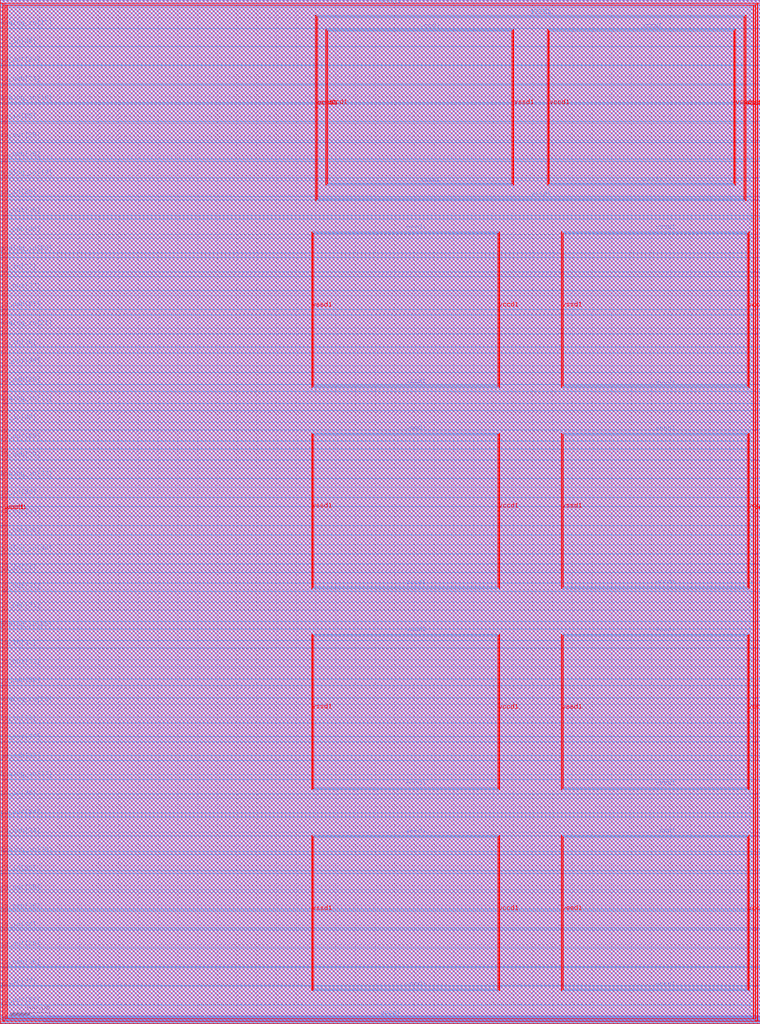
<source format=lef>
##
## LEF for PtnCells ;
## created by Innovus v20.10-p004_1 on Sat Jan  1 03:12:14 2022
##

VERSION 5.7 ;

BUSBITCHARS "[]" ;
DIVIDERCHAR "/" ;

MACRO rest_top
  CLASS BLOCK ;
  SIZE 1926.480000 BY 2595.220000 ;
  FOREIGN rest_top 0.000000 0.000000 ;
  ORIGIN 0 0 ;
  SYMMETRY X Y R90 ;
  PIN wb_clk_i
    DIRECTION INPUT ;
    USE SIGNAL ;
    ANTENNAPARTIALMETALAREA 0.1939 LAYER met2  ;
    ANTENNAPARTIALMETALSIDEAREA 0.8085 LAYER met2  ;
    ANTENNAPARTIALCUTAREA 0.04 LAYER via2  ;
    ANTENNAPARTIALMETALAREA 177.206 LAYER met3  ;
    ANTENNAPARTIALMETALSIDEAREA 946.032 LAYER met3  ;
    ANTENNAMODEL OXIDE1 ;
    ANTENNAGATEAREA 2.556 LAYER met3  ;
    ANTENNAMAXAREACAR 76.6432 LAYER met3  ;
    ANTENNAMAXSIDEAREACAR 405.648 LAYER met3  ;
    ANTENNAMAXCUTCAR 0.107277 LAYER via3  ;
    PORT
      LAYER met2 ;
        RECT 3.730000 0.000000 3.870000 0.490000 ;
    END
  END wb_clk_i
  PIN wb_rst_i
    DIRECTION INPUT ;
    USE SIGNAL ;
    ANTENNAPARTIALMETALAREA 3.7011 LAYER met2  ;
    ANTENNAPARTIALMETALSIDEAREA 18.1615 LAYER met2  ;
    ANTENNAMODEL OXIDE1 ;
    ANTENNAGATEAREA 0.495 LAYER met2  ;
    ANTENNAMAXAREACAR 9.03111 LAYER met2  ;
    ANTENNAMAXSIDEAREACAR 43.7051 LAYER met2  ;
    ANTENNAMAXCUTCAR 0.103838 LAYER via2  ;
    PORT
      LAYER met2 ;
        RECT 1.930000 0.000000 2.070000 0.485000 ;
    END
  END wb_rst_i
  PIN wbs_stb_i
    DIRECTION INPUT ;
    USE SIGNAL ;
    PORT
      LAYER met2 ;
        RECT 405.730000 0.000000 405.870000 0.490000 ;
    END
  END wbs_stb_i
  PIN wbs_cyc_i
    DIRECTION INPUT ;
    USE SIGNAL ;
    PORT
      LAYER met2 ;
        RECT 136.430000 0.000000 136.570000 0.490000 ;
    END
  END wbs_cyc_i
  PIN wbs_we_i
    DIRECTION INPUT ;
    USE SIGNAL ;
    PORT
      LAYER met2 ;
        RECT 409.630000 0.000000 409.770000 0.490000 ;
    END
  END wbs_we_i
  PIN wbs_sel_i[3]
    DIRECTION INPUT ;
    USE SIGNAL ;
    PORT
      LAYER met2 ;
        RECT 401.830000 0.000000 401.970000 0.490000 ;
    END
  END wbs_sel_i[3]
  PIN wbs_sel_i[2]
    DIRECTION INPUT ;
    USE SIGNAL ;
    PORT
      LAYER met2 ;
        RECT 397.930000 0.000000 398.070000 0.490000 ;
    END
  END wbs_sel_i[2]
  PIN wbs_sel_i[1]
    DIRECTION INPUT ;
    USE SIGNAL ;
    PORT
      LAYER met2 ;
        RECT 394.030000 0.000000 394.170000 0.490000 ;
    END
  END wbs_sel_i[1]
  PIN wbs_sel_i[0]
    DIRECTION INPUT ;
    USE SIGNAL ;
    PORT
      LAYER met2 ;
        RECT 390.130000 0.000000 390.270000 0.490000 ;
    END
  END wbs_sel_i[0]
  PIN wbs_dat_i[31]
    DIRECTION INPUT ;
    USE SIGNAL ;
    PORT
      LAYER met2 ;
        RECT 261.330000 0.000000 261.470000 0.490000 ;
    END
  END wbs_dat_i[31]
  PIN wbs_dat_i[30]
    DIRECTION INPUT ;
    USE SIGNAL ;
    PORT
      LAYER met2 ;
        RECT 257.330000 0.000000 257.470000 0.490000 ;
    END
  END wbs_dat_i[30]
  PIN wbs_dat_i[29]
    DIRECTION INPUT ;
    USE SIGNAL ;
    PORT
      LAYER met2 ;
        RECT 253.430000 0.000000 253.570000 0.490000 ;
    END
  END wbs_dat_i[29]
  PIN wbs_dat_i[28]
    DIRECTION INPUT ;
    USE SIGNAL ;
    PORT
      LAYER met2 ;
        RECT 249.630000 0.000000 249.770000 0.490000 ;
    END
  END wbs_dat_i[28]
  PIN wbs_dat_i[27]
    DIRECTION INPUT ;
    USE SIGNAL ;
    PORT
      LAYER met2 ;
        RECT 245.730000 0.000000 245.870000 0.490000 ;
    END
  END wbs_dat_i[27]
  PIN wbs_dat_i[26]
    DIRECTION INPUT ;
    USE SIGNAL ;
    PORT
      LAYER met2 ;
        RECT 241.830000 0.000000 241.970000 0.490000 ;
    END
  END wbs_dat_i[26]
  PIN wbs_dat_i[25]
    DIRECTION INPUT ;
    USE SIGNAL ;
    PORT
      LAYER met2 ;
        RECT 237.930000 0.000000 238.070000 0.490000 ;
    END
  END wbs_dat_i[25]
  PIN wbs_dat_i[24]
    DIRECTION INPUT ;
    USE SIGNAL ;
    PORT
      LAYER met2 ;
        RECT 234.030000 0.000000 234.170000 0.490000 ;
    END
  END wbs_dat_i[24]
  PIN wbs_dat_i[23]
    DIRECTION INPUT ;
    USE SIGNAL ;
    PORT
      LAYER met2 ;
        RECT 230.030000 0.000000 230.170000 0.490000 ;
    END
  END wbs_dat_i[23]
  PIN wbs_dat_i[22]
    DIRECTION INPUT ;
    USE SIGNAL ;
    PORT
      LAYER met2 ;
        RECT 226.130000 0.000000 226.270000 0.490000 ;
    END
  END wbs_dat_i[22]
  PIN wbs_dat_i[21]
    DIRECTION INPUT ;
    USE SIGNAL ;
    PORT
      LAYER met2 ;
        RECT 222.230000 0.000000 222.370000 0.490000 ;
    END
  END wbs_dat_i[21]
  PIN wbs_dat_i[20]
    DIRECTION INPUT ;
    USE SIGNAL ;
    PORT
      LAYER met2 ;
        RECT 218.430000 0.000000 218.570000 0.490000 ;
    END
  END wbs_dat_i[20]
  PIN wbs_dat_i[19]
    DIRECTION INPUT ;
    USE SIGNAL ;
    PORT
      LAYER met2 ;
        RECT 214.530000 0.000000 214.670000 0.490000 ;
    END
  END wbs_dat_i[19]
  PIN wbs_dat_i[18]
    DIRECTION INPUT ;
    USE SIGNAL ;
    PORT
      LAYER met2 ;
        RECT 210.630000 0.000000 210.770000 0.490000 ;
    END
  END wbs_dat_i[18]
  PIN wbs_dat_i[17]
    DIRECTION INPUT ;
    USE SIGNAL ;
    PORT
      LAYER met2 ;
        RECT 206.630000 0.000000 206.770000 0.490000 ;
    END
  END wbs_dat_i[17]
  PIN wbs_dat_i[16]
    DIRECTION INPUT ;
    USE SIGNAL ;
    PORT
      LAYER met2 ;
        RECT 202.730000 0.000000 202.870000 0.490000 ;
    END
  END wbs_dat_i[16]
  PIN wbs_dat_i[15]
    DIRECTION INPUT ;
    USE SIGNAL ;
    PORT
      LAYER met2 ;
        RECT 198.830000 0.000000 198.970000 0.490000 ;
    END
  END wbs_dat_i[15]
  PIN wbs_dat_i[14]
    DIRECTION INPUT ;
    USE SIGNAL ;
    PORT
      LAYER met2 ;
        RECT 194.930000 0.000000 195.070000 0.490000 ;
    END
  END wbs_dat_i[14]
  PIN wbs_dat_i[13]
    DIRECTION INPUT ;
    USE SIGNAL ;
    PORT
      LAYER met2 ;
        RECT 191.030000 0.000000 191.170000 0.490000 ;
    END
  END wbs_dat_i[13]
  PIN wbs_dat_i[12]
    DIRECTION INPUT ;
    USE SIGNAL ;
    PORT
      LAYER met2 ;
        RECT 187.130000 0.000000 187.270000 0.490000 ;
    END
  END wbs_dat_i[12]
  PIN wbs_dat_i[11]
    DIRECTION INPUT ;
    USE SIGNAL ;
    PORT
      LAYER met2 ;
        RECT 183.330000 0.000000 183.470000 0.490000 ;
    END
  END wbs_dat_i[11]
  PIN wbs_dat_i[10]
    DIRECTION INPUT ;
    USE SIGNAL ;
    PORT
      LAYER met2 ;
        RECT 179.330000 0.000000 179.470000 0.490000 ;
    END
  END wbs_dat_i[10]
  PIN wbs_dat_i[9]
    DIRECTION INPUT ;
    USE SIGNAL ;
    PORT
      LAYER met2 ;
        RECT 175.430000 0.000000 175.570000 0.490000 ;
    END
  END wbs_dat_i[9]
  PIN wbs_dat_i[8]
    DIRECTION INPUT ;
    USE SIGNAL ;
    PORT
      LAYER met2 ;
        RECT 171.530000 0.000000 171.670000 0.490000 ;
    END
  END wbs_dat_i[8]
  PIN wbs_dat_i[7]
    DIRECTION INPUT ;
    USE SIGNAL ;
    PORT
      LAYER met2 ;
        RECT 167.630000 0.000000 167.770000 0.490000 ;
    END
  END wbs_dat_i[7]
  PIN wbs_dat_i[6]
    DIRECTION INPUT ;
    USE SIGNAL ;
    PORT
      LAYER met2 ;
        RECT 163.730000 0.000000 163.870000 0.490000 ;
    END
  END wbs_dat_i[6]
  PIN wbs_dat_i[5]
    DIRECTION INPUT ;
    USE SIGNAL ;
    PORT
      LAYER met2 ;
        RECT 159.830000 0.000000 159.970000 0.490000 ;
    END
  END wbs_dat_i[5]
  PIN wbs_dat_i[4]
    DIRECTION INPUT ;
    USE SIGNAL ;
    PORT
      LAYER met2 ;
        RECT 155.930000 0.000000 156.070000 0.490000 ;
    END
  END wbs_dat_i[4]
  PIN wbs_dat_i[3]
    DIRECTION INPUT ;
    USE SIGNAL ;
    PORT
      LAYER met2 ;
        RECT 151.930000 0.000000 152.070000 0.490000 ;
    END
  END wbs_dat_i[3]
  PIN wbs_dat_i[2]
    DIRECTION INPUT ;
    USE SIGNAL ;
    PORT
      LAYER met2 ;
        RECT 148.130000 0.000000 148.270000 0.490000 ;
    END
  END wbs_dat_i[2]
  PIN wbs_dat_i[1]
    DIRECTION INPUT ;
    USE SIGNAL ;
    PORT
      LAYER met2 ;
        RECT 144.230000 0.000000 144.370000 0.490000 ;
    END
  END wbs_dat_i[1]
  PIN wbs_dat_i[0]
    DIRECTION INPUT ;
    USE SIGNAL ;
    PORT
      LAYER met2 ;
        RECT 140.330000 0.000000 140.470000 0.490000 ;
    END
  END wbs_dat_i[0]
  PIN wbs_adr_i[31]
    DIRECTION INPUT ;
    USE SIGNAL ;
    PORT
      LAYER met2 ;
        RECT 132.530000 0.000000 132.670000 0.490000 ;
    END
  END wbs_adr_i[31]
  PIN wbs_adr_i[30]
    DIRECTION INPUT ;
    USE SIGNAL ;
    PORT
      LAYER met2 ;
        RECT 128.630000 0.000000 128.770000 0.490000 ;
    END
  END wbs_adr_i[30]
  PIN wbs_adr_i[29]
    DIRECTION INPUT ;
    USE SIGNAL ;
    PORT
      LAYER met2 ;
        RECT 124.730000 0.000000 124.870000 0.490000 ;
    END
  END wbs_adr_i[29]
  PIN wbs_adr_i[28]
    DIRECTION INPUT ;
    USE SIGNAL ;
    PORT
      LAYER met2 ;
        RECT 120.830000 0.000000 120.970000 0.490000 ;
    END
  END wbs_adr_i[28]
  PIN wbs_adr_i[27]
    DIRECTION INPUT ;
    USE SIGNAL ;
    PORT
      LAYER met2 ;
        RECT 116.930000 0.000000 117.070000 0.490000 ;
    END
  END wbs_adr_i[27]
  PIN wbs_adr_i[26]
    DIRECTION INPUT ;
    USE SIGNAL ;
    PORT
      LAYER met2 ;
        RECT 113.030000 0.000000 113.170000 0.490000 ;
    END
  END wbs_adr_i[26]
  PIN wbs_adr_i[25]
    DIRECTION INPUT ;
    USE SIGNAL ;
    PORT
      LAYER met2 ;
        RECT 109.130000 0.000000 109.270000 0.490000 ;
    END
  END wbs_adr_i[25]
  PIN wbs_adr_i[24]
    DIRECTION INPUT ;
    USE SIGNAL ;
    PORT
      LAYER met2 ;
        RECT 105.230000 0.000000 105.370000 0.490000 ;
    END
  END wbs_adr_i[24]
  PIN wbs_adr_i[23]
    DIRECTION INPUT ;
    USE SIGNAL ;
    PORT
      LAYER met2 ;
        RECT 101.230000 0.000000 101.370000 0.490000 ;
    END
  END wbs_adr_i[23]
  PIN wbs_adr_i[22]
    DIRECTION INPUT ;
    USE SIGNAL ;
    PORT
      LAYER met2 ;
        RECT 97.330000 0.000000 97.470000 0.490000 ;
    END
  END wbs_adr_i[22]
  PIN wbs_adr_i[21]
    DIRECTION INPUT ;
    USE SIGNAL ;
    PORT
      LAYER met2 ;
        RECT 93.430000 0.000000 93.570000 0.490000 ;
    END
  END wbs_adr_i[21]
  PIN wbs_adr_i[20]
    DIRECTION INPUT ;
    USE SIGNAL ;
    PORT
      LAYER met2 ;
        RECT 89.530000 0.000000 89.670000 0.490000 ;
    END
  END wbs_adr_i[20]
  PIN wbs_adr_i[19]
    DIRECTION INPUT ;
    USE SIGNAL ;
    PORT
      LAYER met2 ;
        RECT 85.630000 0.000000 85.770000 0.490000 ;
    END
  END wbs_adr_i[19]
  PIN wbs_adr_i[18]
    DIRECTION INPUT ;
    USE SIGNAL ;
    PORT
      LAYER met2 ;
        RECT 81.730000 0.000000 81.870000 0.490000 ;
    END
  END wbs_adr_i[18]
  PIN wbs_adr_i[17]
    DIRECTION INPUT ;
    USE SIGNAL ;
    PORT
      LAYER met2 ;
        RECT 77.830000 0.000000 77.970000 0.490000 ;
    END
  END wbs_adr_i[17]
  PIN wbs_adr_i[16]
    DIRECTION INPUT ;
    USE SIGNAL ;
    PORT
      LAYER met2 ;
        RECT 73.930000 0.000000 74.070000 0.490000 ;
    END
  END wbs_adr_i[16]
  PIN wbs_adr_i[15]
    DIRECTION INPUT ;
    USE SIGNAL ;
    PORT
      LAYER met2 ;
        RECT 70.030000 0.000000 70.170000 0.490000 ;
    END
  END wbs_adr_i[15]
  PIN wbs_adr_i[14]
    DIRECTION INPUT ;
    USE SIGNAL ;
    PORT
      LAYER met2 ;
        RECT 66.130000 0.000000 66.270000 0.490000 ;
    END
  END wbs_adr_i[14]
  PIN wbs_adr_i[13]
    DIRECTION INPUT ;
    USE SIGNAL ;
    PORT
      LAYER met2 ;
        RECT 62.330000 0.000000 62.470000 0.490000 ;
    END
  END wbs_adr_i[13]
  PIN wbs_adr_i[12]
    DIRECTION INPUT ;
    USE SIGNAL ;
    PORT
      LAYER met2 ;
        RECT 58.430000 0.000000 58.570000 0.490000 ;
    END
  END wbs_adr_i[12]
  PIN wbs_adr_i[11]
    DIRECTION INPUT ;
    USE SIGNAL ;
    PORT
      LAYER met2 ;
        RECT 54.530000 0.000000 54.670000 0.490000 ;
    END
  END wbs_adr_i[11]
  PIN wbs_adr_i[10]
    DIRECTION INPUT ;
    USE SIGNAL ;
    PORT
      LAYER met2 ;
        RECT 50.530000 0.000000 50.670000 0.490000 ;
    END
  END wbs_adr_i[10]
  PIN wbs_adr_i[9]
    DIRECTION INPUT ;
    USE SIGNAL ;
    PORT
      LAYER met2 ;
        RECT 46.630000 0.000000 46.770000 0.490000 ;
    END
  END wbs_adr_i[9]
  PIN wbs_adr_i[8]
    DIRECTION INPUT ;
    USE SIGNAL ;
    PORT
      LAYER met2 ;
        RECT 42.730000 0.000000 42.870000 0.490000 ;
    END
  END wbs_adr_i[8]
  PIN wbs_adr_i[7]
    DIRECTION INPUT ;
    USE SIGNAL ;
    PORT
      LAYER met2 ;
        RECT 38.830000 0.000000 38.970000 0.490000 ;
    END
  END wbs_adr_i[7]
  PIN wbs_adr_i[6]
    DIRECTION INPUT ;
    USE SIGNAL ;
    PORT
      LAYER met2 ;
        RECT 34.930000 0.000000 35.070000 0.490000 ;
    END
  END wbs_adr_i[6]
  PIN wbs_adr_i[5]
    DIRECTION INPUT ;
    USE SIGNAL ;
    PORT
      LAYER met2 ;
        RECT 31.030000 0.000000 31.170000 0.490000 ;
    END
  END wbs_adr_i[5]
  PIN wbs_adr_i[4]
    DIRECTION INPUT ;
    USE SIGNAL ;
    PORT
      LAYER met2 ;
        RECT 27.130000 0.000000 27.270000 0.490000 ;
    END
  END wbs_adr_i[4]
  PIN wbs_adr_i[3]
    DIRECTION INPUT ;
    USE SIGNAL ;
    PORT
      LAYER met2 ;
        RECT 23.130000 0.000000 23.270000 0.490000 ;
    END
  END wbs_adr_i[3]
  PIN wbs_adr_i[2]
    DIRECTION INPUT ;
    USE SIGNAL ;
    PORT
      LAYER met2 ;
        RECT 19.230000 0.000000 19.370000 0.490000 ;
    END
  END wbs_adr_i[2]
  PIN wbs_adr_i[1]
    DIRECTION INPUT ;
    USE SIGNAL ;
    PORT
      LAYER met2 ;
        RECT 15.330000 0.000000 15.470000 0.490000 ;
    END
  END wbs_adr_i[1]
  PIN wbs_adr_i[0]
    DIRECTION INPUT ;
    USE SIGNAL ;
    PORT
      LAYER met2 ;
        RECT 11.430000 0.000000 11.570000 0.490000 ;
    END
  END wbs_adr_i[0]
  PIN wbs_ack_o
    DIRECTION OUTPUT ;
    USE SIGNAL ;
    ANTENNAPARTIALMETALAREA 2.9392 LAYER met2  ;
    ANTENNAPARTIALMETALSIDEAREA 14.588 LAYER met2  ;
    PORT
      LAYER met2 ;
        RECT 7.530000 0.000000 7.670000 0.490000 ;
    END
  END wbs_ack_o
  PIN wbs_dat_o[31]
    DIRECTION OUTPUT ;
    USE SIGNAL ;
    ANTENNAPARTIALMETALAREA 2.9322 LAYER met2  ;
    ANTENNAPARTIALMETALSIDEAREA 14.553 LAYER met2  ;
    PORT
      LAYER met2 ;
        RECT 386.130000 0.000000 386.270000 0.490000 ;
    END
  END wbs_dat_o[31]
  PIN wbs_dat_o[30]
    DIRECTION OUTPUT ;
    USE SIGNAL ;
    ANTENNAPARTIALMETALAREA 2.8986 LAYER met2  ;
    ANTENNAPARTIALMETALSIDEAREA 14.385 LAYER met2  ;
    PORT
      LAYER met2 ;
        RECT 382.230000 0.000000 382.370000 0.490000 ;
    END
  END wbs_dat_o[30]
  PIN wbs_dat_o[29]
    DIRECTION OUTPUT ;
    USE SIGNAL ;
    ANTENNAPARTIALMETALAREA 2.879 LAYER met2  ;
    ANTENNAPARTIALMETALSIDEAREA 14.287 LAYER met2  ;
    PORT
      LAYER met2 ;
        RECT 378.330000 0.000000 378.470000 0.490000 ;
    END
  END wbs_dat_o[29]
  PIN wbs_dat_o[28]
    DIRECTION OUTPUT ;
    USE SIGNAL ;
    ANTENNAPARTIALMETALAREA 2.8958 LAYER met2  ;
    ANTENNAPARTIALMETALSIDEAREA 14.371 LAYER met2  ;
    PORT
      LAYER met2 ;
        RECT 374.430000 0.000000 374.570000 0.490000 ;
    END
  END wbs_dat_o[28]
  PIN wbs_dat_o[27]
    DIRECTION OUTPUT ;
    USE SIGNAL ;
    ANTENNAPARTIALMETALAREA 2.872 LAYER met2  ;
    ANTENNAPARTIALMETALSIDEAREA 14.252 LAYER met2  ;
    PORT
      LAYER met2 ;
        RECT 370.630000 0.000000 370.770000 0.490000 ;
    END
  END wbs_dat_o[27]
  PIN wbs_dat_o[26]
    DIRECTION OUTPUT ;
    USE SIGNAL ;
    ANTENNAPARTIALMETALAREA 2.9336 LAYER met2  ;
    ANTENNAPARTIALMETALSIDEAREA 14.56 LAYER met2  ;
    PORT
      LAYER met2 ;
        RECT 366.730000 0.000000 366.870000 0.490000 ;
    END
  END wbs_dat_o[26]
  PIN wbs_dat_o[25]
    DIRECTION OUTPUT ;
    USE SIGNAL ;
    ANTENNAPARTIALMETALAREA 2.872 LAYER met2  ;
    ANTENNAPARTIALMETALSIDEAREA 14.252 LAYER met2  ;
    PORT
      LAYER met2 ;
        RECT 362.830000 0.000000 362.970000 0.490000 ;
    END
  END wbs_dat_o[25]
  PIN wbs_dat_o[24]
    DIRECTION OUTPUT ;
    USE SIGNAL ;
    ANTENNAPARTIALMETALAREA 2.9364 LAYER met2  ;
    ANTENNAPARTIALMETALSIDEAREA 14.574 LAYER met2  ;
    PORT
      LAYER met2 ;
        RECT 358.930000 0.000000 359.070000 0.490000 ;
    END
  END wbs_dat_o[24]
  PIN wbs_dat_o[23]
    DIRECTION OUTPUT ;
    USE SIGNAL ;
    ANTENNAPARTIALMETALAREA 2.872 LAYER met2  ;
    ANTENNAPARTIALMETALSIDEAREA 14.252 LAYER met2  ;
    PORT
      LAYER met2 ;
        RECT 355.030000 0.000000 355.170000 0.490000 ;
    END
  END wbs_dat_o[23]
  PIN wbs_dat_o[22]
    DIRECTION OUTPUT ;
    USE SIGNAL ;
    ANTENNAPARTIALMETALAREA 2.8734 LAYER met2  ;
    ANTENNAPARTIALMETALSIDEAREA 14.259 LAYER met2  ;
    PORT
      LAYER met2 ;
        RECT 351.130000 0.000000 351.270000 0.490000 ;
    END
  END wbs_dat_o[22]
  PIN wbs_dat_o[21]
    DIRECTION OUTPUT ;
    USE SIGNAL ;
    ANTENNAPARTIALMETALAREA 2.872 LAYER met2  ;
    ANTENNAPARTIALMETALSIDEAREA 14.252 LAYER met2  ;
    PORT
      LAYER met2 ;
        RECT 347.230000 0.000000 347.370000 0.490000 ;
    END
  END wbs_dat_o[21]
  PIN wbs_dat_o[20]
    DIRECTION OUTPUT ;
    USE SIGNAL ;
    ANTENNAPARTIALMETALAREA 2.872 LAYER met2  ;
    ANTENNAPARTIALMETALSIDEAREA 14.252 LAYER met2  ;
    PORT
      LAYER met2 ;
        RECT 343.330000 0.000000 343.470000 0.490000 ;
    END
  END wbs_dat_o[20]
  PIN wbs_dat_o[19]
    DIRECTION OUTPUT ;
    USE SIGNAL ;
    ANTENNAPARTIALMETALAREA 2.872 LAYER met2  ;
    ANTENNAPARTIALMETALSIDEAREA 14.252 LAYER met2  ;
    PORT
      LAYER met2 ;
        RECT 339.430000 0.000000 339.570000 0.490000 ;
    END
  END wbs_dat_o[19]
  PIN wbs_dat_o[18]
    DIRECTION OUTPUT ;
    USE SIGNAL ;
    ANTENNAPARTIALMETALAREA 2.9266 LAYER met2  ;
    ANTENNAPARTIALMETALSIDEAREA 14.525 LAYER met2  ;
    PORT
      LAYER met2 ;
        RECT 335.430000 0.000000 335.570000 0.490000 ;
    END
  END wbs_dat_o[18]
  PIN wbs_dat_o[17]
    DIRECTION OUTPUT ;
    USE SIGNAL ;
    ANTENNAPARTIALMETALAREA 2.8958 LAYER met2  ;
    ANTENNAPARTIALMETALSIDEAREA 14.371 LAYER met2  ;
    PORT
      LAYER met2 ;
        RECT 331.530000 0.000000 331.670000 0.490000 ;
    END
  END wbs_dat_o[17]
  PIN wbs_dat_o[16]
    DIRECTION OUTPUT ;
    USE SIGNAL ;
    ANTENNAPARTIALMETALAREA 2.9294 LAYER met2  ;
    ANTENNAPARTIALMETALSIDEAREA 14.539 LAYER met2  ;
    PORT
      LAYER met2 ;
        RECT 327.630000 0.000000 327.770000 0.490000 ;
    END
  END wbs_dat_o[16]
  PIN wbs_dat_o[15]
    DIRECTION OUTPUT ;
    USE SIGNAL ;
    ANTENNAPARTIALMETALAREA 2.9098 LAYER met2  ;
    ANTENNAPARTIALMETALSIDEAREA 14.441 LAYER met2  ;
    PORT
      LAYER met2 ;
        RECT 323.730000 0.000000 323.870000 0.490000 ;
    END
  END wbs_dat_o[15]
  PIN wbs_dat_o[14]
    DIRECTION OUTPUT ;
    USE SIGNAL ;
    ANTENNAPARTIALMETALAREA 2.8762 LAYER met2  ;
    ANTENNAPARTIALMETALSIDEAREA 14.273 LAYER met2  ;
    PORT
      LAYER met2 ;
        RECT 319.830000 0.000000 319.970000 0.490000 ;
    END
  END wbs_dat_o[14]
  PIN wbs_dat_o[13]
    DIRECTION OUTPUT ;
    USE SIGNAL ;
    ANTENNAPARTIALMETALAREA 2.907 LAYER met2  ;
    ANTENNAPARTIALMETALSIDEAREA 14.427 LAYER met2  ;
    PORT
      LAYER met2 ;
        RECT 315.930000 0.000000 316.070000 0.490000 ;
    END
  END wbs_dat_o[13]
  PIN wbs_dat_o[12]
    DIRECTION OUTPUT ;
    USE SIGNAL ;
    ANTENNAPARTIALMETALAREA 2.935 LAYER met2  ;
    ANTENNAPARTIALMETALSIDEAREA 14.567 LAYER met2  ;
    PORT
      LAYER met2 ;
        RECT 312.030000 0.000000 312.170000 0.490000 ;
    END
  END wbs_dat_o[12]
  PIN wbs_dat_o[11]
    DIRECTION OUTPUT ;
    USE SIGNAL ;
    ANTENNAPARTIALMETALAREA 2.9042 LAYER met2  ;
    ANTENNAPARTIALMETALSIDEAREA 14.413 LAYER met2  ;
    PORT
      LAYER met2 ;
        RECT 308.130000 0.000000 308.270000 0.490000 ;
    END
  END wbs_dat_o[11]
  PIN wbs_dat_o[10]
    DIRECTION OUTPUT ;
    USE SIGNAL ;
    ANTENNAPARTIALMETALAREA 2.935 LAYER met2  ;
    ANTENNAPARTIALMETALSIDEAREA 14.567 LAYER met2  ;
    PORT
      LAYER met2 ;
        RECT 304.230000 0.000000 304.370000 0.490000 ;
    END
  END wbs_dat_o[10]
  PIN wbs_dat_o[9]
    DIRECTION OUTPUT ;
    USE SIGNAL ;
    ANTENNAPARTIALMETALAREA 2.907 LAYER met2  ;
    ANTENNAPARTIALMETALSIDEAREA 14.427 LAYER met2  ;
    PORT
      LAYER met2 ;
        RECT 300.330000 0.000000 300.470000 0.490000 ;
    END
  END wbs_dat_o[9]
  PIN wbs_dat_o[8]
    DIRECTION OUTPUT ;
    USE SIGNAL ;
    ANTENNAPARTIALMETALAREA 2.9651 LAYER met2  ;
    ANTENNAPARTIALMETALSIDEAREA 14.7175 LAYER met2  ;
    PORT
      LAYER met2 ;
        RECT 296.430000 0.000000 296.570000 0.490000 ;
    END
  END wbs_dat_o[8]
  PIN wbs_dat_o[7]
    DIRECTION OUTPUT ;
    USE SIGNAL ;
    ANTENNAPARTIALMETALAREA 2.9098 LAYER met2  ;
    ANTENNAPARTIALMETALSIDEAREA 14.441 LAYER met2  ;
    PORT
      LAYER met2 ;
        RECT 292.530000 0.000000 292.670000 0.490000 ;
    END
  END wbs_dat_o[7]
  PIN wbs_dat_o[6]
    DIRECTION OUTPUT ;
    USE SIGNAL ;
    ANTENNAPARTIALMETALAREA 2.893 LAYER met2  ;
    ANTENNAPARTIALMETALSIDEAREA 14.357 LAYER met2  ;
    PORT
      LAYER met2 ;
        RECT 288.730000 0.000000 288.870000 0.490000 ;
    END
  END wbs_dat_o[6]
  PIN wbs_dat_o[5]
    DIRECTION OUTPUT ;
    USE SIGNAL ;
    ANTENNAPARTIALMETALAREA 2.8958 LAYER met2  ;
    ANTENNAPARTIALMETALSIDEAREA 14.371 LAYER met2  ;
    PORT
      LAYER met2 ;
        RECT 284.730000 0.000000 284.870000 0.490000 ;
    END
  END wbs_dat_o[5]
  PIN wbs_dat_o[4]
    DIRECTION OUTPUT ;
    USE SIGNAL ;
    ANTENNAPARTIALMETALAREA 2.9266 LAYER met2  ;
    ANTENNAPARTIALMETALSIDEAREA 14.525 LAYER met2  ;
    PORT
      LAYER met2 ;
        RECT 280.830000 0.000000 280.970000 0.490000 ;
    END
  END wbs_dat_o[4]
  PIN wbs_dat_o[3]
    DIRECTION OUTPUT ;
    USE SIGNAL ;
    ANTENNAPARTIALMETALAREA 2.9154 LAYER met2  ;
    ANTENNAPARTIALMETALSIDEAREA 14.469 LAYER met2  ;
    PORT
      LAYER met2 ;
        RECT 276.930000 0.000000 277.070000 0.490000 ;
    END
  END wbs_dat_o[3]
  PIN wbs_dat_o[2]
    DIRECTION OUTPUT ;
    USE SIGNAL ;
    ANTENNAPARTIALMETALAREA 2.8846 LAYER met2  ;
    ANTENNAPARTIALMETALSIDEAREA 14.315 LAYER met2  ;
    PORT
      LAYER met2 ;
        RECT 273.030000 0.000000 273.170000 0.490000 ;
    END
  END wbs_dat_o[2]
  PIN wbs_dat_o[1]
    DIRECTION OUTPUT ;
    USE SIGNAL ;
    ANTENNAPARTIALMETALAREA 2.8902 LAYER met2  ;
    ANTENNAPARTIALMETALSIDEAREA 14.343 LAYER met2  ;
    PORT
      LAYER met2 ;
        RECT 269.130000 0.000000 269.270000 0.490000 ;
    END
  END wbs_dat_o[1]
  PIN wbs_dat_o[0]
    DIRECTION OUTPUT ;
    USE SIGNAL ;
    ANTENNAPARTIALMETALAREA 2.921 LAYER met2  ;
    ANTENNAPARTIALMETALSIDEAREA 14.497 LAYER met2  ;
    PORT
      LAYER met2 ;
        RECT 265.230000 0.000000 265.370000 0.490000 ;
    END
  END wbs_dat_o[0]
  PIN la_data_in[127]
    DIRECTION INPUT ;
    USE SIGNAL ;
    PORT
      LAYER met2 ;
        RECT 909.230000 0.000000 909.370000 0.490000 ;
    END
  END la_data_in[127]
  PIN la_data_in[126]
    DIRECTION INPUT ;
    USE SIGNAL ;
    PORT
      LAYER met2 ;
        RECT 905.330000 0.000000 905.470000 0.490000 ;
    END
  END la_data_in[126]
  PIN la_data_in[125]
    DIRECTION INPUT ;
    USE SIGNAL ;
    PORT
      LAYER met2 ;
        RECT 901.430000 0.000000 901.570000 0.490000 ;
    END
  END la_data_in[125]
  PIN la_data_in[124]
    DIRECTION INPUT ;
    USE SIGNAL ;
    PORT
      LAYER met2 ;
        RECT 897.530000 0.000000 897.670000 0.490000 ;
    END
  END la_data_in[124]
  PIN la_data_in[123]
    DIRECTION INPUT ;
    USE SIGNAL ;
    PORT
      LAYER met2 ;
        RECT 893.630000 0.000000 893.770000 0.490000 ;
    END
  END la_data_in[123]
  PIN la_data_in[122]
    DIRECTION INPUT ;
    USE SIGNAL ;
    PORT
      LAYER met2 ;
        RECT 889.730000 0.000000 889.870000 0.490000 ;
    END
  END la_data_in[122]
  PIN la_data_in[121]
    DIRECTION INPUT ;
    USE SIGNAL ;
    PORT
      LAYER met2 ;
        RECT 885.830000 0.000000 885.970000 0.490000 ;
    END
  END la_data_in[121]
  PIN la_data_in[120]
    DIRECTION INPUT ;
    USE SIGNAL ;
    PORT
      LAYER met2 ;
        RECT 881.830000 0.000000 881.970000 0.490000 ;
    END
  END la_data_in[120]
  PIN la_data_in[119]
    DIRECTION INPUT ;
    USE SIGNAL ;
    PORT
      LAYER met2 ;
        RECT 877.930000 0.000000 878.070000 0.490000 ;
    END
  END la_data_in[119]
  PIN la_data_in[118]
    DIRECTION INPUT ;
    USE SIGNAL ;
    PORT
      LAYER met2 ;
        RECT 874.030000 0.000000 874.170000 0.490000 ;
    END
  END la_data_in[118]
  PIN la_data_in[117]
    DIRECTION INPUT ;
    USE SIGNAL ;
    PORT
      LAYER met2 ;
        RECT 870.130000 0.000000 870.270000 0.490000 ;
    END
  END la_data_in[117]
  PIN la_data_in[116]
    DIRECTION INPUT ;
    USE SIGNAL ;
    PORT
      LAYER met2 ;
        RECT 866.330000 0.000000 866.470000 0.490000 ;
    END
  END la_data_in[116]
  PIN la_data_in[115]
    DIRECTION INPUT ;
    USE SIGNAL ;
    PORT
      LAYER met2 ;
        RECT 862.530000 0.000000 862.670000 0.490000 ;
    END
  END la_data_in[115]
  PIN la_data_in[114]
    DIRECTION INPUT ;
    USE SIGNAL ;
    PORT
      LAYER met2 ;
        RECT 858.630000 0.000000 858.770000 0.490000 ;
    END
  END la_data_in[114]
  PIN la_data_in[113]
    DIRECTION INPUT ;
    USE SIGNAL ;
    PORT
      LAYER met2 ;
        RECT 854.630000 0.000000 854.770000 0.490000 ;
    END
  END la_data_in[113]
  PIN la_data_in[112]
    DIRECTION INPUT ;
    USE SIGNAL ;
    PORT
      LAYER met2 ;
        RECT 850.730000 0.000000 850.870000 0.490000 ;
    END
  END la_data_in[112]
  PIN la_data_in[111]
    DIRECTION INPUT ;
    USE SIGNAL ;
    PORT
      LAYER met2 ;
        RECT 846.830000 0.000000 846.970000 0.490000 ;
    END
  END la_data_in[111]
  PIN la_data_in[110]
    DIRECTION INPUT ;
    USE SIGNAL ;
    PORT
      LAYER met2 ;
        RECT 842.930000 0.000000 843.070000 0.490000 ;
    END
  END la_data_in[110]
  PIN la_data_in[109]
    DIRECTION INPUT ;
    USE SIGNAL ;
    PORT
      LAYER met2 ;
        RECT 839.030000 0.000000 839.170000 0.490000 ;
    END
  END la_data_in[109]
  PIN la_data_in[108]
    DIRECTION INPUT ;
    USE SIGNAL ;
    PORT
      LAYER met2 ;
        RECT 835.130000 0.000000 835.270000 0.490000 ;
    END
  END la_data_in[108]
  PIN la_data_in[107]
    DIRECTION INPUT ;
    USE SIGNAL ;
    PORT
      LAYER met2 ;
        RECT 831.130000 0.000000 831.270000 0.490000 ;
    END
  END la_data_in[107]
  PIN la_data_in[106]
    DIRECTION INPUT ;
    USE SIGNAL ;
    PORT
      LAYER met2 ;
        RECT 827.230000 0.000000 827.370000 0.490000 ;
    END
  END la_data_in[106]
  PIN la_data_in[105]
    DIRECTION INPUT ;
    USE SIGNAL ;
    PORT
      LAYER met2 ;
        RECT 823.330000 0.000000 823.470000 0.490000 ;
    END
  END la_data_in[105]
  PIN la_data_in[104]
    DIRECTION INPUT ;
    USE SIGNAL ;
    PORT
      LAYER met2 ;
        RECT 819.430000 0.000000 819.570000 0.490000 ;
    END
  END la_data_in[104]
  PIN la_data_in[103]
    DIRECTION INPUT ;
    USE SIGNAL ;
    PORT
      LAYER met2 ;
        RECT 815.530000 0.000000 815.670000 0.490000 ;
    END
  END la_data_in[103]
  PIN la_data_in[102]
    DIRECTION INPUT ;
    USE SIGNAL ;
    PORT
      LAYER met2 ;
        RECT 811.630000 0.000000 811.770000 0.490000 ;
    END
  END la_data_in[102]
  PIN la_data_in[101]
    DIRECTION INPUT ;
    USE SIGNAL ;
    PORT
      LAYER met2 ;
        RECT 807.730000 0.000000 807.870000 0.490000 ;
    END
  END la_data_in[101]
  PIN la_data_in[100]
    DIRECTION INPUT ;
    USE SIGNAL ;
    PORT
      LAYER met2 ;
        RECT 803.830000 0.000000 803.970000 0.490000 ;
    END
  END la_data_in[100]
  PIN la_data_in[99]
    DIRECTION INPUT ;
    USE SIGNAL ;
    PORT
      LAYER met2 ;
        RECT 799.930000 0.000000 800.070000 0.490000 ;
    END
  END la_data_in[99]
  PIN la_data_in[98]
    DIRECTION INPUT ;
    USE SIGNAL ;
    PORT
      LAYER met2 ;
        RECT 796.030000 0.000000 796.170000 0.490000 ;
    END
  END la_data_in[98]
  PIN la_data_in[97]
    DIRECTION INPUT ;
    USE SIGNAL ;
    PORT
      LAYER met2 ;
        RECT 792.230000 0.000000 792.370000 0.490000 ;
    END
  END la_data_in[97]
  PIN la_data_in[96]
    DIRECTION INPUT ;
    USE SIGNAL ;
    PORT
      LAYER met2 ;
        RECT 788.330000 0.000000 788.470000 0.490000 ;
    END
  END la_data_in[96]
  PIN la_data_in[95]
    DIRECTION INPUT ;
    USE SIGNAL ;
    PORT
      LAYER met2 ;
        RECT 784.430000 0.000000 784.570000 0.490000 ;
    END
  END la_data_in[95]
  PIN la_data_in[94]
    DIRECTION INPUT ;
    USE SIGNAL ;
    PORT
      LAYER met2 ;
        RECT 780.530000 0.000000 780.670000 0.490000 ;
    END
  END la_data_in[94]
  PIN la_data_in[93]
    DIRECTION INPUT ;
    USE SIGNAL ;
    PORT
      LAYER met2 ;
        RECT 776.530000 0.000000 776.670000 0.490000 ;
    END
  END la_data_in[93]
  PIN la_data_in[92]
    DIRECTION INPUT ;
    USE SIGNAL ;
    PORT
      LAYER met2 ;
        RECT 772.630000 0.000000 772.770000 0.490000 ;
    END
  END la_data_in[92]
  PIN la_data_in[91]
    DIRECTION INPUT ;
    USE SIGNAL ;
    PORT
      LAYER met2 ;
        RECT 768.730000 0.000000 768.870000 0.490000 ;
    END
  END la_data_in[91]
  PIN la_data_in[90]
    DIRECTION INPUT ;
    USE SIGNAL ;
    PORT
      LAYER met2 ;
        RECT 764.830000 0.000000 764.970000 0.490000 ;
    END
  END la_data_in[90]
  PIN la_data_in[89]
    DIRECTION INPUT ;
    USE SIGNAL ;
    PORT
      LAYER met2 ;
        RECT 760.930000 0.000000 761.070000 0.490000 ;
    END
  END la_data_in[89]
  PIN la_data_in[88]
    DIRECTION INPUT ;
    USE SIGNAL ;
    PORT
      LAYER met2 ;
        RECT 757.030000 0.000000 757.170000 0.490000 ;
    END
  END la_data_in[88]
  PIN la_data_in[87]
    DIRECTION INPUT ;
    USE SIGNAL ;
    PORT
      LAYER met2 ;
        RECT 753.030000 0.000000 753.170000 0.490000 ;
    END
  END la_data_in[87]
  PIN la_data_in[86]
    DIRECTION INPUT ;
    USE SIGNAL ;
    PORT
      LAYER met2 ;
        RECT 749.130000 0.000000 749.270000 0.490000 ;
    END
  END la_data_in[86]
  PIN la_data_in[85]
    DIRECTION INPUT ;
    USE SIGNAL ;
    PORT
      LAYER met2 ;
        RECT 745.230000 0.000000 745.370000 0.490000 ;
    END
  END la_data_in[85]
  PIN la_data_in[84]
    DIRECTION INPUT ;
    USE SIGNAL ;
    PORT
      LAYER met2 ;
        RECT 741.430000 0.000000 741.570000 0.490000 ;
    END
  END la_data_in[84]
  PIN la_data_in[83]
    DIRECTION INPUT ;
    USE SIGNAL ;
    PORT
      LAYER met2 ;
        RECT 737.530000 0.000000 737.670000 0.490000 ;
    END
  END la_data_in[83]
  PIN la_data_in[82]
    DIRECTION INPUT ;
    USE SIGNAL ;
    PORT
      LAYER met2 ;
        RECT 733.630000 0.000000 733.770000 0.490000 ;
    END
  END la_data_in[82]
  PIN la_data_in[81]
    DIRECTION INPUT ;
    USE SIGNAL ;
    PORT
      LAYER met2 ;
        RECT 729.730000 0.000000 729.870000 0.490000 ;
    END
  END la_data_in[81]
  PIN la_data_in[80]
    DIRECTION INPUT ;
    USE SIGNAL ;
    PORT
      LAYER met2 ;
        RECT 725.730000 0.000000 725.870000 0.490000 ;
    END
  END la_data_in[80]
  PIN la_data_in[79]
    DIRECTION INPUT ;
    USE SIGNAL ;
    PORT
      LAYER met2 ;
        RECT 721.930000 0.000000 722.070000 0.490000 ;
    END
  END la_data_in[79]
  PIN la_data_in[78]
    DIRECTION INPUT ;
    USE SIGNAL ;
    PORT
      LAYER met2 ;
        RECT 718.030000 0.000000 718.170000 0.490000 ;
    END
  END la_data_in[78]
  PIN la_data_in[77]
    DIRECTION INPUT ;
    USE SIGNAL ;
    PORT
      LAYER met2 ;
        RECT 714.130000 0.000000 714.270000 0.490000 ;
    END
  END la_data_in[77]
  PIN la_data_in[76]
    DIRECTION INPUT ;
    USE SIGNAL ;
    PORT
      LAYER met2 ;
        RECT 710.230000 0.000000 710.370000 0.490000 ;
    END
  END la_data_in[76]
  PIN la_data_in[75]
    DIRECTION INPUT ;
    USE SIGNAL ;
    PORT
      LAYER met2 ;
        RECT 706.330000 0.000000 706.470000 0.490000 ;
    END
  END la_data_in[75]
  PIN la_data_in[74]
    DIRECTION INPUT ;
    USE SIGNAL ;
    PORT
      LAYER met2 ;
        RECT 702.430000 0.000000 702.570000 0.490000 ;
    END
  END la_data_in[74]
  PIN la_data_in[73]
    DIRECTION INPUT ;
    USE SIGNAL ;
    PORT
      LAYER met2 ;
        RECT 698.430000 0.000000 698.570000 0.490000 ;
    END
  END la_data_in[73]
  PIN la_data_in[72]
    DIRECTION INPUT ;
    USE SIGNAL ;
    PORT
      LAYER met2 ;
        RECT 694.530000 0.000000 694.670000 0.490000 ;
    END
  END la_data_in[72]
  PIN la_data_in[71]
    DIRECTION INPUT ;
    USE SIGNAL ;
    PORT
      LAYER met2 ;
        RECT 690.630000 0.000000 690.770000 0.490000 ;
    END
  END la_data_in[71]
  PIN la_data_in[70]
    DIRECTION INPUT ;
    USE SIGNAL ;
    PORT
      LAYER met2 ;
        RECT 686.730000 0.000000 686.870000 0.490000 ;
    END
  END la_data_in[70]
  PIN la_data_in[69]
    DIRECTION INPUT ;
    USE SIGNAL ;
    PORT
      LAYER met2 ;
        RECT 682.830000 0.000000 682.970000 0.490000 ;
    END
  END la_data_in[69]
  PIN la_data_in[68]
    DIRECTION INPUT ;
    USE SIGNAL ;
    PORT
      LAYER met2 ;
        RECT 678.930000 0.000000 679.070000 0.490000 ;
    END
  END la_data_in[68]
  PIN la_data_in[67]
    DIRECTION INPUT ;
    USE SIGNAL ;
    PORT
      LAYER met2 ;
        RECT 675.030000 0.000000 675.170000 0.490000 ;
    END
  END la_data_in[67]
  PIN la_data_in[66]
    DIRECTION INPUT ;
    USE SIGNAL ;
    PORT
      LAYER met2 ;
        RECT 671.130000 0.000000 671.270000 0.490000 ;
    END
  END la_data_in[66]
  PIN la_data_in[65]
    DIRECTION INPUT ;
    USE SIGNAL ;
    PORT
      LAYER met2 ;
        RECT 667.230000 0.000000 667.370000 0.490000 ;
    END
  END la_data_in[65]
  PIN la_data_in[64]
    DIRECTION INPUT ;
    USE SIGNAL ;
    PORT
      LAYER met2 ;
        RECT 663.330000 0.000000 663.470000 0.490000 ;
    END
  END la_data_in[64]
  PIN la_data_in[63]
    DIRECTION INPUT ;
    USE SIGNAL ;
    PORT
      LAYER met2 ;
        RECT 659.430000 0.000000 659.570000 0.490000 ;
    END
  END la_data_in[63]
  PIN la_data_in[62]
    DIRECTION INPUT ;
    USE SIGNAL ;
    PORT
      LAYER met2 ;
        RECT 655.530000 0.000000 655.670000 0.490000 ;
    END
  END la_data_in[62]
  PIN la_data_in[61]
    DIRECTION INPUT ;
    USE SIGNAL ;
    PORT
      LAYER met2 ;
        RECT 651.630000 0.000000 651.770000 0.490000 ;
    END
  END la_data_in[61]
  PIN la_data_in[60]
    DIRECTION INPUT ;
    USE SIGNAL ;
    PORT
      LAYER met2 ;
        RECT 647.730000 0.000000 647.870000 0.490000 ;
    END
  END la_data_in[60]
  PIN la_data_in[59]
    DIRECTION INPUT ;
    USE SIGNAL ;
    PORT
      LAYER met2 ;
        RECT 643.830000 0.000000 643.970000 0.490000 ;
    END
  END la_data_in[59]
  PIN la_data_in[58]
    DIRECTION INPUT ;
    USE SIGNAL ;
    PORT
      LAYER met2 ;
        RECT 639.930000 0.000000 640.070000 0.490000 ;
    END
  END la_data_in[58]
  PIN la_data_in[57]
    DIRECTION INPUT ;
    USE SIGNAL ;
    PORT
      LAYER met2 ;
        RECT 636.030000 0.000000 636.170000 0.490000 ;
    END
  END la_data_in[57]
  PIN la_data_in[56]
    DIRECTION INPUT ;
    USE SIGNAL ;
    PORT
      LAYER met2 ;
        RECT 632.130000 0.000000 632.270000 0.490000 ;
    END
  END la_data_in[56]
  PIN la_data_in[55]
    DIRECTION INPUT ;
    USE SIGNAL ;
    PORT
      LAYER met2 ;
        RECT 628.230000 0.000000 628.370000 0.490000 ;
    END
  END la_data_in[55]
  PIN la_data_in[54]
    DIRECTION INPUT ;
    USE SIGNAL ;
    PORT
      LAYER met2 ;
        RECT 624.330000 0.000000 624.470000 0.490000 ;
    END
  END la_data_in[54]
  PIN la_data_in[53]
    DIRECTION INPUT ;
    USE SIGNAL ;
    PORT
      LAYER met2 ;
        RECT 620.430000 0.000000 620.570000 0.490000 ;
    END
  END la_data_in[53]
  PIN la_data_in[52]
    DIRECTION INPUT ;
    USE SIGNAL ;
    PORT
      LAYER met2 ;
        RECT 616.530000 0.000000 616.670000 0.490000 ;
    END
  END la_data_in[52]
  PIN la_data_in[51]
    DIRECTION INPUT ;
    USE SIGNAL ;
    PORT
      LAYER met2 ;
        RECT 612.630000 0.000000 612.770000 0.490000 ;
    END
  END la_data_in[51]
  PIN la_data_in[50]
    DIRECTION INPUT ;
    USE SIGNAL ;
    PORT
      LAYER met2 ;
        RECT 608.730000 0.000000 608.870000 0.490000 ;
    END
  END la_data_in[50]
  PIN la_data_in[49]
    DIRECTION INPUT ;
    USE SIGNAL ;
    PORT
      LAYER met2 ;
        RECT 604.830000 0.000000 604.970000 0.490000 ;
    END
  END la_data_in[49]
  PIN la_data_in[48]
    DIRECTION INPUT ;
    USE SIGNAL ;
    PORT
      LAYER met2 ;
        RECT 600.930000 0.000000 601.070000 0.490000 ;
    END
  END la_data_in[48]
  PIN la_data_in[47]
    DIRECTION INPUT ;
    USE SIGNAL ;
    PORT
      LAYER met2 ;
        RECT 596.930000 0.000000 597.070000 0.490000 ;
    END
  END la_data_in[47]
  PIN la_data_in[46]
    DIRECTION INPUT ;
    USE SIGNAL ;
    PORT
      LAYER met2 ;
        RECT 593.030000 0.000000 593.170000 0.490000 ;
    END
  END la_data_in[46]
  PIN la_data_in[45]
    DIRECTION INPUT ;
    USE SIGNAL ;
    PORT
      LAYER met2 ;
        RECT 589.130000 0.000000 589.270000 0.490000 ;
    END
  END la_data_in[45]
  PIN la_data_in[44]
    DIRECTION INPUT ;
    USE SIGNAL ;
    PORT
      LAYER met2 ;
        RECT 585.230000 0.000000 585.370000 0.490000 ;
    END
  END la_data_in[44]
  PIN la_data_in[43]
    DIRECTION INPUT ;
    USE SIGNAL ;
    PORT
      LAYER met2 ;
        RECT 581.330000 0.000000 581.470000 0.490000 ;
    END
  END la_data_in[43]
  PIN la_data_in[42]
    DIRECTION INPUT ;
    USE SIGNAL ;
    PORT
      LAYER met2 ;
        RECT 577.530000 0.000000 577.670000 0.490000 ;
    END
  END la_data_in[42]
  PIN la_data_in[41]
    DIRECTION INPUT ;
    USE SIGNAL ;
    PORT
      LAYER met2 ;
        RECT 573.630000 0.000000 573.770000 0.490000 ;
    END
  END la_data_in[41]
  PIN la_data_in[40]
    DIRECTION INPUT ;
    USE SIGNAL ;
    PORT
      LAYER met2 ;
        RECT 569.630000 0.000000 569.770000 0.490000 ;
    END
  END la_data_in[40]
  PIN la_data_in[39]
    DIRECTION INPUT ;
    USE SIGNAL ;
    PORT
      LAYER met2 ;
        RECT 565.730000 0.000000 565.870000 0.490000 ;
    END
  END la_data_in[39]
  PIN la_data_in[38]
    DIRECTION INPUT ;
    USE SIGNAL ;
    PORT
      LAYER met2 ;
        RECT 561.830000 0.000000 561.970000 0.490000 ;
    END
  END la_data_in[38]
  PIN la_data_in[37]
    DIRECTION INPUT ;
    USE SIGNAL ;
    PORT
      LAYER met2 ;
        RECT 557.930000 0.000000 558.070000 0.490000 ;
    END
  END la_data_in[37]
  PIN la_data_in[36]
    DIRECTION INPUT ;
    USE SIGNAL ;
    PORT
      LAYER met2 ;
        RECT 554.130000 0.000000 554.270000 0.490000 ;
    END
  END la_data_in[36]
  PIN la_data_in[35]
    DIRECTION INPUT ;
    USE SIGNAL ;
    PORT
      LAYER met2 ;
        RECT 550.230000 0.000000 550.370000 0.490000 ;
    END
  END la_data_in[35]
  PIN la_data_in[34]
    DIRECTION INPUT ;
    USE SIGNAL ;
    PORT
      LAYER met2 ;
        RECT 546.330000 0.000000 546.470000 0.490000 ;
    END
  END la_data_in[34]
  PIN la_data_in[33]
    DIRECTION INPUT ;
    USE SIGNAL ;
    PORT
      LAYER met2 ;
        RECT 542.330000 0.000000 542.470000 0.490000 ;
    END
  END la_data_in[33]
  PIN la_data_in[32]
    DIRECTION INPUT ;
    USE SIGNAL ;
    PORT
      LAYER met2 ;
        RECT 538.430000 0.000000 538.570000 0.490000 ;
    END
  END la_data_in[32]
  PIN la_data_in[31]
    DIRECTION INPUT ;
    USE SIGNAL ;
    PORT
      LAYER met2 ;
        RECT 534.530000 0.000000 534.670000 0.490000 ;
    END
  END la_data_in[31]
  PIN la_data_in[30]
    DIRECTION INPUT ;
    USE SIGNAL ;
    PORT
      LAYER met2 ;
        RECT 530.630000 0.000000 530.770000 0.490000 ;
    END
  END la_data_in[30]
  PIN la_data_in[29]
    DIRECTION INPUT ;
    USE SIGNAL ;
    PORT
      LAYER met2 ;
        RECT 526.730000 0.000000 526.870000 0.490000 ;
    END
  END la_data_in[29]
  PIN la_data_in[28]
    DIRECTION INPUT ;
    USE SIGNAL ;
    PORT
      LAYER met2 ;
        RECT 522.830000 0.000000 522.970000 0.490000 ;
    END
  END la_data_in[28]
  PIN la_data_in[27]
    DIRECTION INPUT ;
    USE SIGNAL ;
    PORT
      LAYER met2 ;
        RECT 518.830000 0.000000 518.970000 0.490000 ;
    END
  END la_data_in[27]
  PIN la_data_in[26]
    DIRECTION INPUT ;
    USE SIGNAL ;
    PORT
      LAYER met2 ;
        RECT 514.930000 0.000000 515.070000 0.490000 ;
    END
  END la_data_in[26]
  PIN la_data_in[25]
    DIRECTION INPUT ;
    USE SIGNAL ;
    PORT
      LAYER met2 ;
        RECT 511.030000 0.000000 511.170000 0.490000 ;
    END
  END la_data_in[25]
  PIN la_data_in[24]
    DIRECTION INPUT ;
    USE SIGNAL ;
    PORT
      LAYER met2 ;
        RECT 507.230000 0.000000 507.370000 0.490000 ;
    END
  END la_data_in[24]
  PIN la_data_in[23]
    DIRECTION INPUT ;
    USE SIGNAL ;
    PORT
      LAYER met2 ;
        RECT 503.330000 0.000000 503.470000 0.490000 ;
    END
  END la_data_in[23]
  PIN la_data_in[22]
    DIRECTION INPUT ;
    USE SIGNAL ;
    PORT
      LAYER met2 ;
        RECT 499.430000 0.000000 499.570000 0.490000 ;
    END
  END la_data_in[22]
  PIN la_data_in[21]
    DIRECTION INPUT ;
    USE SIGNAL ;
    PORT
      LAYER met2 ;
        RECT 495.530000 0.000000 495.670000 0.490000 ;
    END
  END la_data_in[21]
  PIN la_data_in[20]
    DIRECTION INPUT ;
    USE SIGNAL ;
    PORT
      LAYER met2 ;
        RECT 491.630000 0.000000 491.770000 0.490000 ;
    END
  END la_data_in[20]
  PIN la_data_in[19]
    DIRECTION INPUT ;
    USE SIGNAL ;
    PORT
      LAYER met2 ;
        RECT 487.730000 0.000000 487.870000 0.490000 ;
    END
  END la_data_in[19]
  PIN la_data_in[18]
    DIRECTION INPUT ;
    USE SIGNAL ;
    PORT
      LAYER met2 ;
        RECT 483.830000 0.000000 483.970000 0.490000 ;
    END
  END la_data_in[18]
  PIN la_data_in[17]
    DIRECTION INPUT ;
    USE SIGNAL ;
    PORT
      LAYER met2 ;
        RECT 479.930000 0.000000 480.070000 0.490000 ;
    END
  END la_data_in[17]
  PIN la_data_in[16]
    DIRECTION INPUT ;
    USE SIGNAL ;
    PORT
      LAYER met2 ;
        RECT 476.030000 0.000000 476.170000 0.490000 ;
    END
  END la_data_in[16]
  PIN la_data_in[15]
    DIRECTION INPUT ;
    USE SIGNAL ;
    ANTENNAPARTIALMETALAREA 3.5748 LAYER met2  ;
    ANTENNAPARTIALMETALSIDEAREA 17.766 LAYER met2  ;
    ANTENNAMODEL OXIDE1 ;
    ANTENNAGATEAREA 0.126 LAYER met2  ;
    ANTENNAMAXAREACAR 31.8417 LAYER met2  ;
    ANTENNAMAXSIDEAREACAR 148.964 LAYER met2  ;
    ANTENNAMAXCUTCAR 0.407937 LAYER via2  ;
    PORT
      LAYER met2 ;
        RECT 472.130000 0.000000 472.270000 0.490000 ;
    END
  END la_data_in[15]
  PIN la_data_in[14]
    DIRECTION INPUT ;
    USE SIGNAL ;
    ANTENNAPARTIALMETALAREA 3.663 LAYER met2  ;
    ANTENNAPARTIALMETALSIDEAREA 18.207 LAYER met2  ;
    ANTENNAMODEL OXIDE1 ;
    ANTENNAGATEAREA 0.126 LAYER met2  ;
    ANTENNAMAXAREACAR 33.4639 LAYER met2  ;
    ANTENNAMAXSIDEAREACAR 157.075 LAYER met2  ;
    ANTENNAMAXCUTCAR 0.407937 LAYER via2  ;
    PORT
      LAYER met2 ;
        RECT 468.230000 0.000000 468.370000 0.490000 ;
    END
  END la_data_in[14]
  PIN la_data_in[13]
    DIRECTION INPUT ;
    USE SIGNAL ;
    ANTENNAPARTIALMETALAREA 3.6812 LAYER met2  ;
    ANTENNAPARTIALMETALSIDEAREA 18.298 LAYER met2  ;
    ANTENNAMODEL OXIDE1 ;
    ANTENNAGATEAREA 0.126 LAYER met2  ;
    ANTENNAMAXAREACAR 32.7583 LAYER met2  ;
    ANTENNAMAXSIDEAREACAR 152.298 LAYER met2  ;
    ANTENNAMAXCUTCAR 0.407937 LAYER via2  ;
    PORT
      LAYER met2 ;
        RECT 464.230000 0.000000 464.370000 0.490000 ;
    END
  END la_data_in[13]
  PIN la_data_in[12]
    DIRECTION INPUT ;
    USE SIGNAL ;
    ANTENNAPARTIALMETALAREA 3.8002 LAYER met2  ;
    ANTENNAPARTIALMETALSIDEAREA 18.893 LAYER met2  ;
    ANTENNAMODEL OXIDE1 ;
    ANTENNAGATEAREA 0.2475 LAYER met2  ;
    ANTENNAMAXAREACAR 16.1844 LAYER met2  ;
    ANTENNAMAXSIDEAREACAR 79.2263 LAYER met2  ;
    ANTENNAMAXCUTCAR 0.207677 LAYER via2  ;
    PORT
      LAYER met2 ;
        RECT 460.330000 0.000000 460.470000 0.490000 ;
    END
  END la_data_in[12]
  PIN la_data_in[11]
    DIRECTION INPUT ;
    USE SIGNAL ;
    ANTENNAPARTIALMETALAREA 4.1166 LAYER met2  ;
    ANTENNAPARTIALMETALSIDEAREA 20.475 LAYER met2  ;
    ANTENNAMODEL OXIDE1 ;
    ANTENNAGATEAREA 0.2475 LAYER met2  ;
    ANTENNAMAXAREACAR 17.4628 LAYER met2  ;
    ANTENNAMAXSIDEAREACAR 85.6182 LAYER met2  ;
    ANTENNAMAXCUTCAR 0.207677 LAYER via2  ;
    PORT
      LAYER met2 ;
        RECT 456.430000 0.000000 456.570000 0.490000 ;
    END
  END la_data_in[11]
  PIN la_data_in[10]
    DIRECTION INPUT ;
    USE SIGNAL ;
    ANTENNAPARTIALMETALAREA 0.9037 LAYER met2  ;
    ANTENNAPARTIALMETALSIDEAREA 4.3575 LAYER met2  ;
    ANTENNAPARTIALCUTAREA 0.04 LAYER via2  ;
    ANTENNAPARTIALMETALAREA 6.1428 LAYER met3  ;
    ANTENNAPARTIALMETALSIDEAREA 33.232 LAYER met3  ;
    ANTENNAMODEL OXIDE1 ;
    ANTENNAGATEAREA 0.2475 LAYER met3  ;
    ANTENNAMAXAREACAR 62.3168 LAYER met3  ;
    ANTENNAMAXSIDEAREACAR 318.566 LAYER met3  ;
    ANTENNAMAXCUTCAR 0.369293 LAYER via3  ;
    PORT
      LAYER met2 ;
        RECT 452.530000 0.000000 452.670000 0.490000 ;
    END
  END la_data_in[10]
  PIN la_data_in[9]
    DIRECTION INPUT ;
    USE SIGNAL ;
    ANTENNAPARTIALMETALAREA 4.1614 LAYER met2  ;
    ANTENNAPARTIALMETALSIDEAREA 20.699 LAYER met2  ;
    ANTENNAMODEL OXIDE1 ;
    ANTENNAGATEAREA 0.126 LAYER met2  ;
    ANTENNAMAXAREACAR 36.1012 LAYER met2  ;
    ANTENNAMAXSIDEAREACAR 170.798 LAYER met2  ;
    ANTENNAMAXCUTCAR 0.407937 LAYER via2  ;
    PORT
      LAYER met2 ;
        RECT 448.630000 0.000000 448.770000 0.490000 ;
    END
  END la_data_in[9]
  PIN la_data_in[8]
    DIRECTION INPUT ;
    USE SIGNAL ;
    ANTENNAPARTIALMETALAREA 5.6146 LAYER met2  ;
    ANTENNAPARTIALMETALSIDEAREA 27.965 LAYER met2  ;
    ANTENNAMODEL OXIDE1 ;
    ANTENNAGATEAREA 0.2475 LAYER met2  ;
    ANTENNAMAXAREACAR 36.1624 LAYER met2  ;
    ANTENNAMAXSIDEAREACAR 177.719 LAYER met2  ;
    ANTENNAMAXCUTCAR 0.207677 LAYER via2  ;
    PORT
      LAYER met2 ;
        RECT 444.730000 0.000000 444.870000 0.490000 ;
    END
  END la_data_in[8]
  PIN la_data_in[7]
    DIRECTION INPUT ;
    USE SIGNAL ;
    ANTENNAPARTIALMETALAREA 4.7067 LAYER met2  ;
    ANTENNAPARTIALMETALSIDEAREA 23.4255 LAYER met2  ;
    ANTENNAMODEL OXIDE1 ;
    ANTENNAGATEAREA 0.2475 LAYER met2  ;
    ANTENNAMAXAREACAR 20.761 LAYER met2  ;
    ANTENNAMAXSIDEAREACAR 98.2586 LAYER met2  ;
    ANTENNAMAXCUTCAR 0.207677 LAYER via2  ;
    PORT
      LAYER met2 ;
        RECT 440.730000 0.000000 440.870000 0.490000 ;
    END
  END la_data_in[7]
  PIN la_data_in[6]
    DIRECTION INPUT ;
    USE SIGNAL ;
    ANTENNAPARTIALMETALAREA 3.4488 LAYER met2  ;
    ANTENNAPARTIALMETALSIDEAREA 17.136 LAYER met2  ;
    ANTENNAMODEL OXIDE1 ;
    ANTENNAGATEAREA 0.2475 LAYER met2  ;
    ANTENNAMAXAREACAR 17.8285 LAYER met2  ;
    ANTENNAMAXSIDEAREACAR 87.1737 LAYER met2  ;
    ANTENNAMAXCUTCAR 0.207677 LAYER via2  ;
    PORT
      LAYER met2 ;
        RECT 436.930000 0.000000 437.070000 0.490000 ;
    END
  END la_data_in[6]
  PIN la_data_in[5]
    DIRECTION INPUT ;
    USE SIGNAL ;
    ANTENNAPARTIALMETALAREA 5.0364 LAYER met2  ;
    ANTENNAPARTIALMETALSIDEAREA 25.074 LAYER met2  ;
    ANTENNAMODEL OXIDE1 ;
    ANTENNAGATEAREA 0.2475 LAYER met2  ;
    ANTENNAMAXAREACAR 23.8513 LAYER met2  ;
    ANTENNAMAXSIDEAREACAR 115.622 LAYER met2  ;
    ANTENNAMAXCUTCAR 0.207677 LAYER via2  ;
    PORT
      LAYER met2 ;
        RECT 433.130000 0.000000 433.270000 0.490000 ;
    END
  END la_data_in[5]
  PIN la_data_in[4]
    DIRECTION INPUT ;
    USE SIGNAL ;
    ANTENNAPARTIALMETALAREA 5.8118 LAYER met2  ;
    ANTENNAPARTIALMETALSIDEAREA 28.833 LAYER met2  ;
    ANTENNAMODEL OXIDE1 ;
    ANTENNAGATEAREA 0.2475 LAYER met2  ;
    ANTENNAMAXAREACAR 25.1804 LAYER met2  ;
    ANTENNAMAXSIDEAREACAR 119.792 LAYER met2  ;
    ANTENNAMAXCUTCAR 0.207677 LAYER via2  ;
    PORT
      LAYER met2 ;
        RECT 429.230000 0.000000 429.370000 0.490000 ;
    END
  END la_data_in[4]
  PIN la_data_in[3]
    DIRECTION INPUT ;
    USE SIGNAL ;
    ANTENNAPARTIALMETALAREA 3.4586 LAYER met2  ;
    ANTENNAPARTIALMETALSIDEAREA 17.185 LAYER met2  ;
    ANTENNAMODEL OXIDE1 ;
    ANTENNAGATEAREA 0.2475 LAYER met2  ;
    ANTENNAMAXAREACAR 14.8042 LAYER met2  ;
    ANTENNAMAXSIDEAREACAR 72.3252 LAYER met2  ;
    ANTENNAMAXCUTCAR 0.207677 LAYER via2  ;
    PORT
      LAYER met2 ;
        RECT 425.330000 0.000000 425.470000 0.490000 ;
    END
  END la_data_in[3]
  PIN la_data_in[2]
    DIRECTION INPUT ;
    USE SIGNAL ;
    ANTENNAPARTIALMETALAREA 3.425 LAYER met2  ;
    ANTENNAPARTIALMETALSIDEAREA 17.017 LAYER met2  ;
    ANTENNAMODEL OXIDE1 ;
    ANTENNAGATEAREA 0.2475 LAYER met2  ;
    ANTENNAMAXAREACAR 14.8701 LAYER met2  ;
    ANTENNAMAXSIDEAREACAR 72.3818 LAYER met2  ;
    ANTENNAMAXCUTCAR 0.207677 LAYER via2  ;
    PORT
      LAYER met2 ;
        RECT 421.430000 0.000000 421.570000 0.490000 ;
    END
  END la_data_in[2]
  PIN la_data_in[1]
    DIRECTION INPUT ;
    USE SIGNAL ;
    ANTENNAPARTIALMETALAREA 0.3003 LAYER met2  ;
    ANTENNAPARTIALMETALSIDEAREA 1.3405 LAYER met2  ;
    ANTENNAPARTIALCUTAREA 0.04 LAYER via2  ;
    ANTENNAPARTIALMETALAREA 1.4988 LAYER met3  ;
    ANTENNAPARTIALMETALSIDEAREA 8.464 LAYER met3  ;
    ANTENNAMODEL OXIDE1 ;
    ANTENNAGATEAREA 0.2475 LAYER met3  ;
    ANTENNAMAXAREACAR 29.7069 LAYER met3  ;
    ANTENNAMAXSIDEAREACAR 146.566 LAYER met3  ;
    ANTENNAMAXCUTCAR 0.369293 LAYER via3  ;
    PORT
      LAYER met2 ;
        RECT 417.530000 0.000000 417.670000 0.490000 ;
    END
  END la_data_in[1]
  PIN la_data_in[0]
    DIRECTION INPUT ;
    USE SIGNAL ;
    ANTENNAPARTIALMETALAREA 4.0011 LAYER met2  ;
    ANTENNAPARTIALMETALSIDEAREA 19.8975 LAYER met2  ;
    ANTENNAMODEL OXIDE1 ;
    ANTENNAGATEAREA 0.2475 LAYER met2  ;
    ANTENNAMAXAREACAR 17.4164 LAYER met2  ;
    ANTENNAMAXSIDEAREACAR 83.6889 LAYER met2  ;
    ANTENNAMAXCUTCAR 0.207677 LAYER via2  ;
    PORT
      LAYER met2 ;
        RECT 413.530000 0.000000 413.670000 0.490000 ;
    END
  END la_data_in[0]
  PIN la_data_out[127]
    DIRECTION OUTPUT ;
    USE SIGNAL ;
    ANTENNAPARTIALMETALAREA 2.9014 LAYER met2  ;
    ANTENNAPARTIALMETALSIDEAREA 14.399 LAYER met2  ;
    PORT
      LAYER met2 ;
        RECT 1408.930000 0.000000 1409.070000 0.490000 ;
    END
  END la_data_out[127]
  PIN la_data_out[126]
    DIRECTION OUTPUT ;
    USE SIGNAL ;
    ANTENNAPARTIALMETALAREA 2.9322 LAYER met2  ;
    ANTENNAPARTIALMETALSIDEAREA 14.553 LAYER met2  ;
    PORT
      LAYER met2 ;
        RECT 1405.030000 0.000000 1405.170000 0.490000 ;
    END
  END la_data_out[126]
  PIN la_data_out[125]
    DIRECTION OUTPUT ;
    USE SIGNAL ;
    ANTENNAPARTIALMETALAREA 2.8958 LAYER met2  ;
    ANTENNAPARTIALMETALSIDEAREA 14.371 LAYER met2  ;
    PORT
      LAYER met2 ;
        RECT 1401.030000 0.000000 1401.170000 0.490000 ;
    END
  END la_data_out[125]
  PIN la_data_out[124]
    DIRECTION OUTPUT ;
    USE SIGNAL ;
    ANTENNAPARTIALMETALAREA 2.879 LAYER met2  ;
    ANTENNAPARTIALMETALSIDEAREA 14.287 LAYER met2  ;
    PORT
      LAYER met2 ;
        RECT 1397.130000 0.000000 1397.270000 0.490000 ;
    END
  END la_data_out[124]
  PIN la_data_out[123]
    DIRECTION OUTPUT ;
    USE SIGNAL ;
    ANTENNAPARTIALMETALAREA 2.9098 LAYER met2  ;
    ANTENNAPARTIALMETALSIDEAREA 14.441 LAYER met2  ;
    PORT
      LAYER met2 ;
        RECT 1393.230000 0.000000 1393.370000 0.490000 ;
    END
  END la_data_out[123]
  PIN la_data_out[122]
    DIRECTION OUTPUT ;
    USE SIGNAL ;
    ANTENNAPARTIALMETALAREA 2.9322 LAYER met2  ;
    ANTENNAPARTIALMETALSIDEAREA 14.553 LAYER met2  ;
    PORT
      LAYER met2 ;
        RECT 1389.330000 0.000000 1389.470000 0.490000 ;
    END
  END la_data_out[122]
  PIN la_data_out[121]
    DIRECTION OUTPUT ;
    USE SIGNAL ;
    ANTENNAPARTIALMETALAREA 2.9014 LAYER met2  ;
    ANTENNAPARTIALMETALSIDEAREA 14.399 LAYER met2  ;
    PORT
      LAYER met2 ;
        RECT 1385.430000 0.000000 1385.570000 0.490000 ;
    END
  END la_data_out[121]
  PIN la_data_out[120]
    DIRECTION OUTPUT ;
    USE SIGNAL ;
    ANTENNAPARTIALMETALAREA 2.8734 LAYER met2  ;
    ANTENNAPARTIALMETALSIDEAREA 14.259 LAYER met2  ;
    PORT
      LAYER met2 ;
        RECT 1381.530000 0.000000 1381.670000 0.490000 ;
    END
  END la_data_out[120]
  PIN la_data_out[119]
    DIRECTION OUTPUT ;
    USE SIGNAL ;
    ANTENNAPARTIALMETALAREA 2.9182 LAYER met2  ;
    ANTENNAPARTIALMETALSIDEAREA 14.483 LAYER met2  ;
    PORT
      LAYER met2 ;
        RECT 1377.530000 0.000000 1377.670000 0.490000 ;
    END
  END la_data_out[119]
  PIN la_data_out[118]
    DIRECTION OUTPUT ;
    USE SIGNAL ;
    ANTENNAPARTIALMETALAREA 2.9238 LAYER met2  ;
    ANTENNAPARTIALMETALSIDEAREA 14.511 LAYER met2  ;
    PORT
      LAYER met2 ;
        RECT 1373.630000 0.000000 1373.770000 0.490000 ;
    END
  END la_data_out[118]
  PIN la_data_out[117]
    DIRECTION OUTPUT ;
    USE SIGNAL ;
    ANTENNAPARTIALMETALAREA 2.907 LAYER met2  ;
    ANTENNAPARTIALMETALSIDEAREA 14.427 LAYER met2  ;
    PORT
      LAYER met2 ;
        RECT 1369.830000 0.000000 1369.970000 0.490000 ;
    END
  END la_data_out[117]
  PIN la_data_out[116]
    DIRECTION OUTPUT ;
    USE SIGNAL ;
    ANTENNAPARTIALMETALAREA 2.8762 LAYER met2  ;
    ANTENNAPARTIALMETALSIDEAREA 14.273 LAYER met2  ;
    PORT
      LAYER met2 ;
        RECT 1365.930000 0.000000 1366.070000 0.490000 ;
    END
  END la_data_out[116]
  PIN la_data_out[115]
    DIRECTION OUTPUT ;
    USE SIGNAL ;
    ANTENNAPARTIALMETALAREA 2.8986 LAYER met2  ;
    ANTENNAPARTIALMETALSIDEAREA 14.385 LAYER met2  ;
    PORT
      LAYER met2 ;
        RECT 1362.030000 0.000000 1362.170000 0.490000 ;
    END
  END la_data_out[115]
  PIN la_data_out[114]
    DIRECTION OUTPUT ;
    USE SIGNAL ;
    ANTENNAPARTIALMETALAREA 2.879 LAYER met2  ;
    ANTENNAPARTIALMETALSIDEAREA 14.287 LAYER met2  ;
    PORT
      LAYER met2 ;
        RECT 1358.130000 0.000000 1358.270000 0.490000 ;
    END
  END la_data_out[114]
  PIN la_data_out[113]
    DIRECTION OUTPUT ;
    USE SIGNAL ;
    ANTENNAPARTIALMETALAREA 2.9126 LAYER met2  ;
    ANTENNAPARTIALMETALSIDEAREA 14.455 LAYER met2  ;
    PORT
      LAYER met2 ;
        RECT 1354.230000 0.000000 1354.370000 0.490000 ;
    END
  END la_data_out[113]
  PIN la_data_out[112]
    DIRECTION OUTPUT ;
    USE SIGNAL ;
    ANTENNAPARTIALMETALAREA 2.8818 LAYER met2  ;
    ANTENNAPARTIALMETALSIDEAREA 14.301 LAYER met2  ;
    PORT
      LAYER met2 ;
        RECT 1350.330000 0.000000 1350.470000 0.490000 ;
    END
  END la_data_out[112]
  PIN la_data_out[111]
    DIRECTION OUTPUT ;
    USE SIGNAL ;
    ANTENNAPARTIALMETALAREA 2.893 LAYER met2  ;
    ANTENNAPARTIALMETALSIDEAREA 14.357 LAYER met2  ;
    PORT
      LAYER met2 ;
        RECT 1346.430000 0.000000 1346.570000 0.490000 ;
    END
  END la_data_out[111]
  PIN la_data_out[110]
    DIRECTION OUTPUT ;
    USE SIGNAL ;
    ANTENNAPARTIALMETALAREA 2.9238 LAYER met2  ;
    ANTENNAPARTIALMETALSIDEAREA 14.511 LAYER met2  ;
    PORT
      LAYER met2 ;
        RECT 1342.530000 0.000000 1342.670000 0.490000 ;
    END
  END la_data_out[110]
  PIN la_data_out[109]
    DIRECTION OUTPUT ;
    USE SIGNAL ;
    ANTENNAPARTIALMETALAREA 2.9182 LAYER met2  ;
    ANTENNAPARTIALMETALSIDEAREA 14.483 LAYER met2  ;
    PORT
      LAYER met2 ;
        RECT 1338.630000 0.000000 1338.770000 0.490000 ;
    END
  END la_data_out[109]
  PIN la_data_out[108]
    DIRECTION OUTPUT ;
    USE SIGNAL ;
    ANTENNAPARTIALMETALAREA 2.8874 LAYER met2  ;
    ANTENNAPARTIALMETALSIDEAREA 14.329 LAYER met2  ;
    PORT
      LAYER met2 ;
        RECT 1334.730000 0.000000 1334.870000 0.490000 ;
    END
  END la_data_out[108]
  PIN la_data_out[107]
    DIRECTION OUTPUT ;
    USE SIGNAL ;
    ANTENNAPARTIALMETALAREA 2.921 LAYER met2  ;
    ANTENNAPARTIALMETALSIDEAREA 14.497 LAYER met2  ;
    PORT
      LAYER met2 ;
        RECT 1330.830000 0.000000 1330.970000 0.490000 ;
    END
  END la_data_out[107]
  PIN la_data_out[106]
    DIRECTION OUTPUT ;
    USE SIGNAL ;
    ANTENNAPARTIALMETALAREA 2.9196 LAYER met2  ;
    ANTENNAPARTIALMETALSIDEAREA 14.49 LAYER met2  ;
    PORT
      LAYER met2 ;
        RECT 1326.930000 0.000000 1327.070000 0.490000 ;
    END
  END la_data_out[106]
  PIN la_data_out[105]
    DIRECTION OUTPUT ;
    USE SIGNAL ;
    ANTENNAPARTIALMETALAREA 2.872 LAYER met2  ;
    ANTENNAPARTIALMETALSIDEAREA 14.252 LAYER met2  ;
    PORT
      LAYER met2 ;
        RECT 1322.930000 0.000000 1323.070000 0.490000 ;
    END
  END la_data_out[105]
  PIN la_data_out[104]
    DIRECTION OUTPUT ;
    USE SIGNAL ;
    ANTENNAPARTIALMETALAREA 2.872 LAYER met2  ;
    ANTENNAPARTIALMETALSIDEAREA 14.252 LAYER met2  ;
    PORT
      LAYER met2 ;
        RECT 1319.030000 0.000000 1319.170000 0.490000 ;
    END
  END la_data_out[104]
  PIN la_data_out[103]
    DIRECTION OUTPUT ;
    USE SIGNAL ;
    ANTENNAPARTIALMETALAREA 2.872 LAYER met2  ;
    ANTENNAPARTIALMETALSIDEAREA 14.252 LAYER met2  ;
    PORT
      LAYER met2 ;
        RECT 1315.130000 0.000000 1315.270000 0.490000 ;
    END
  END la_data_out[103]
  PIN la_data_out[102]
    DIRECTION OUTPUT ;
    USE SIGNAL ;
    ANTENNAPARTIALMETALAREA 2.9308 LAYER met2  ;
    ANTENNAPARTIALMETALSIDEAREA 14.546 LAYER met2  ;
    PORT
      LAYER met2 ;
        RECT 1311.230000 0.000000 1311.370000 0.490000 ;
    END
  END la_data_out[102]
  PIN la_data_out[101]
    DIRECTION OUTPUT ;
    USE SIGNAL ;
    ANTENNAPARTIALMETALAREA 2.9196 LAYER met2  ;
    ANTENNAPARTIALMETALSIDEAREA 14.49 LAYER met2  ;
    PORT
      LAYER met2 ;
        RECT 1307.330000 0.000000 1307.470000 0.490000 ;
    END
  END la_data_out[101]
  PIN la_data_out[100]
    DIRECTION OUTPUT ;
    USE SIGNAL ;
    ANTENNAPARTIALMETALAREA 2.8846 LAYER met2  ;
    ANTENNAPARTIALMETALSIDEAREA 14.315 LAYER met2  ;
    PORT
      LAYER met2 ;
        RECT 1303.430000 0.000000 1303.570000 0.490000 ;
    END
  END la_data_out[100]
  PIN la_data_out[99]
    DIRECTION OUTPUT ;
    USE SIGNAL ;
    ANTENNAPARTIALMETALAREA 2.9196 LAYER met2  ;
    ANTENNAPARTIALMETALSIDEAREA 14.49 LAYER met2  ;
    PORT
      LAYER met2 ;
        RECT 1299.530000 0.000000 1299.670000 0.490000 ;
    END
  END la_data_out[99]
  PIN la_data_out[98]
    DIRECTION OUTPUT ;
    USE SIGNAL ;
    ANTENNAPARTIALMETALAREA 2.872 LAYER met2  ;
    ANTENNAPARTIALMETALSIDEAREA 14.252 LAYER met2  ;
    PORT
      LAYER met2 ;
        RECT 1295.730000 0.000000 1295.870000 0.490000 ;
    END
  END la_data_out[98]
  PIN la_data_out[97]
    DIRECTION OUTPUT ;
    USE SIGNAL ;
    ANTENNAPARTIALMETALAREA 2.9392 LAYER met2  ;
    ANTENNAPARTIALMETALSIDEAREA 14.588 LAYER met2  ;
    PORT
      LAYER met2 ;
        RECT 1291.830000 0.000000 1291.970000 0.490000 ;
    END
  END la_data_out[97]
  PIN la_data_out[96]
    DIRECTION OUTPUT ;
    USE SIGNAL ;
    ANTENNAPARTIALMETALAREA 2.9042 LAYER met2  ;
    ANTENNAPARTIALMETALSIDEAREA 14.413 LAYER met2  ;
    PORT
      LAYER met2 ;
        RECT 1287.930000 0.000000 1288.070000 0.490000 ;
    END
  END la_data_out[96]
  PIN la_data_out[95]
    DIRECTION OUTPUT ;
    USE SIGNAL ;
    ANTENNAPARTIALMETALAREA 2.9392 LAYER met2  ;
    ANTENNAPARTIALMETALSIDEAREA 14.588 LAYER met2  ;
    PORT
      LAYER met2 ;
        RECT 1284.030000 0.000000 1284.170000 0.490000 ;
    END
  END la_data_out[95]
  PIN la_data_out[94]
    DIRECTION OUTPUT ;
    USE SIGNAL ;
    ANTENNAPARTIALMETALAREA 2.872 LAYER met2  ;
    ANTENNAPARTIALMETALSIDEAREA 14.252 LAYER met2  ;
    PORT
      LAYER met2 ;
        RECT 1280.130000 0.000000 1280.270000 0.490000 ;
    END
  END la_data_out[94]
  PIN la_data_out[93]
    DIRECTION OUTPUT ;
    USE SIGNAL ;
    ANTENNAPARTIALMETALAREA 2.9364 LAYER met2  ;
    ANTENNAPARTIALMETALSIDEAREA 14.574 LAYER met2  ;
    PORT
      LAYER met2 ;
        RECT 1276.230000 0.000000 1276.370000 0.490000 ;
    END
  END la_data_out[93]
  PIN la_data_out[92]
    DIRECTION OUTPUT ;
    USE SIGNAL ;
    ANTENNAPARTIALMETALAREA 2.872 LAYER met2  ;
    ANTENNAPARTIALMETALSIDEAREA 14.252 LAYER met2  ;
    PORT
      LAYER met2 ;
        RECT 1272.230000 0.000000 1272.370000 0.490000 ;
    END
  END la_data_out[92]
  PIN la_data_out[91]
    DIRECTION OUTPUT ;
    USE SIGNAL ;
    ANTENNAPARTIALMETALAREA 2.9336 LAYER met2  ;
    ANTENNAPARTIALMETALSIDEAREA 14.56 LAYER met2  ;
    PORT
      LAYER met2 ;
        RECT 1268.330000 0.000000 1268.470000 0.490000 ;
    END
  END la_data_out[91]
  PIN la_data_out[90]
    DIRECTION OUTPUT ;
    USE SIGNAL ;
    ANTENNAPARTIALMETALAREA 2.872 LAYER met2  ;
    ANTENNAPARTIALMETALSIDEAREA 14.252 LAYER met2  ;
    PORT
      LAYER met2 ;
        RECT 1264.430000 0.000000 1264.570000 0.490000 ;
    END
  END la_data_out[90]
  PIN la_data_out[89]
    DIRECTION OUTPUT ;
    USE SIGNAL ;
    ANTENNAPARTIALMETALAREA 2.9364 LAYER met2  ;
    ANTENNAPARTIALMETALSIDEAREA 14.574 LAYER met2  ;
    PORT
      LAYER met2 ;
        RECT 1260.530000 0.000000 1260.670000 0.490000 ;
    END
  END la_data_out[89]
  PIN la_data_out[88]
    DIRECTION OUTPUT ;
    USE SIGNAL ;
    ANTENNAPARTIALMETALAREA 2.872 LAYER met2  ;
    ANTENNAPARTIALMETALSIDEAREA 14.252 LAYER met2  ;
    PORT
      LAYER met2 ;
        RECT 1256.630000 0.000000 1256.770000 0.490000 ;
    END
  END la_data_out[88]
  PIN la_data_out[87]
    DIRECTION OUTPUT ;
    USE SIGNAL ;
    ANTENNAPARTIALMETALAREA 2.9392 LAYER met2  ;
    ANTENNAPARTIALMETALSIDEAREA 14.588 LAYER met2  ;
    PORT
      LAYER met2 ;
        RECT 1252.730000 0.000000 1252.870000 0.490000 ;
    END
  END la_data_out[87]
  PIN la_data_out[86]
    DIRECTION OUTPUT ;
    USE SIGNAL ;
    ANTENNAPARTIALMETALAREA 2.9042 LAYER met2  ;
    ANTENNAPARTIALMETALSIDEAREA 14.413 LAYER met2  ;
    PORT
      LAYER met2 ;
        RECT 1248.830000 0.000000 1248.970000 0.490000 ;
    END
  END la_data_out[86]
  PIN la_data_out[85]
    DIRECTION OUTPUT ;
    USE SIGNAL ;
    ANTENNAPARTIALMETALAREA 2.872 LAYER met2  ;
    ANTENNAPARTIALMETALSIDEAREA 14.252 LAYER met2  ;
    PORT
      LAYER met2 ;
        RECT 1244.830000 0.000000 1244.970000 0.490000 ;
    END
  END la_data_out[85]
  PIN la_data_out[84]
    DIRECTION OUTPUT ;
    USE SIGNAL ;
    ANTENNAPARTIALMETALAREA 2.9154 LAYER met2  ;
    ANTENNAPARTIALMETALSIDEAREA 14.469 LAYER met2  ;
    PORT
      LAYER met2 ;
        RECT 1240.930000 0.000000 1241.070000 0.490000 ;
    END
  END la_data_out[84]
  PIN la_data_out[83]
    DIRECTION OUTPUT ;
    USE SIGNAL ;
    ANTENNAPARTIALMETALAREA 2.872 LAYER met2  ;
    ANTENNAPARTIALMETALSIDEAREA 14.252 LAYER met2  ;
    PORT
      LAYER met2 ;
        RECT 1237.030000 0.000000 1237.170000 0.490000 ;
    END
  END la_data_out[83]
  PIN la_data_out[82]
    DIRECTION OUTPUT ;
    USE SIGNAL ;
    ANTENNAPARTIALMETALAREA 2.9126 LAYER met2  ;
    ANTENNAPARTIALMETALSIDEAREA 14.455 LAYER met2  ;
    PORT
      LAYER met2 ;
        RECT 1233.130000 0.000000 1233.270000 0.490000 ;
    END
  END la_data_out[82]
  PIN la_data_out[81]
    DIRECTION OUTPUT ;
    USE SIGNAL ;
    ANTENNAPARTIALMETALAREA 2.872 LAYER met2  ;
    ANTENNAPARTIALMETALSIDEAREA 14.252 LAYER met2  ;
    PORT
      LAYER met2 ;
        RECT 1229.330000 0.000000 1229.470000 0.490000 ;
    END
  END la_data_out[81]
  PIN la_data_out[80]
    DIRECTION OUTPUT ;
    USE SIGNAL ;
    ANTENNAPARTIALMETALAREA 2.872 LAYER met2  ;
    ANTENNAPARTIALMETALSIDEAREA 14.252 LAYER met2  ;
    PORT
      LAYER met2 ;
        RECT 1225.430000 0.000000 1225.570000 0.490000 ;
    END
  END la_data_out[80]
  PIN la_data_out[79]
    DIRECTION OUTPUT ;
    USE SIGNAL ;
    ANTENNAPARTIALMETALAREA 2.8818 LAYER met2  ;
    ANTENNAPARTIALMETALSIDEAREA 14.301 LAYER met2  ;
    PORT
      LAYER met2 ;
        RECT 1221.530000 0.000000 1221.670000 0.490000 ;
    END
  END la_data_out[79]
  PIN la_data_out[78]
    DIRECTION OUTPUT ;
    USE SIGNAL ;
    ANTENNAPARTIALMETALAREA 2.9196 LAYER met2  ;
    ANTENNAPARTIALMETALSIDEAREA 14.49 LAYER met2  ;
    PORT
      LAYER met2 ;
        RECT 1217.630000 0.000000 1217.770000 0.490000 ;
    END
  END la_data_out[78]
  PIN la_data_out[77]
    DIRECTION OUTPUT ;
    USE SIGNAL ;
    ANTENNAPARTIALMETALAREA 2.872 LAYER met2  ;
    ANTENNAPARTIALMETALSIDEAREA 14.252 LAYER met2  ;
    PORT
      LAYER met2 ;
        RECT 1213.730000 0.000000 1213.870000 0.490000 ;
    END
  END la_data_out[77]
  PIN la_data_out[76]
    DIRECTION OUTPUT ;
    USE SIGNAL ;
    ANTENNAPARTIALMETALAREA 2.872 LAYER met2  ;
    ANTENNAPARTIALMETALSIDEAREA 14.252 LAYER met2  ;
    PORT
      LAYER met2 ;
        RECT 1209.830000 0.000000 1209.970000 0.490000 ;
    END
  END la_data_out[76]
  PIN la_data_out[75]
    DIRECTION OUTPUT ;
    USE SIGNAL ;
    ANTENNAPARTIALMETALAREA 2.921 LAYER met2  ;
    ANTENNAPARTIALMETALSIDEAREA 14.497 LAYER met2  ;
    PORT
      LAYER met2 ;
        RECT 1205.930000 0.000000 1206.070000 0.490000 ;
    END
  END la_data_out[75]
  PIN la_data_out[74]
    DIRECTION OUTPUT ;
    USE SIGNAL ;
    ANTENNAPARTIALMETALAREA 2.9252 LAYER met2  ;
    ANTENNAPARTIALMETALSIDEAREA 14.518 LAYER met2  ;
    PORT
      LAYER met2 ;
        RECT 1202.030000 0.000000 1202.170000 0.490000 ;
    END
  END la_data_out[74]
  PIN la_data_out[73]
    DIRECTION OUTPUT ;
    USE SIGNAL ;
    ANTENNAPARTIALMETALAREA 2.872 LAYER met2  ;
    ANTENNAPARTIALMETALSIDEAREA 14.252 LAYER met2  ;
    PORT
      LAYER met2 ;
        RECT 1198.130000 0.000000 1198.270000 0.490000 ;
    END
  END la_data_out[73]
  PIN la_data_out[72]
    DIRECTION OUTPUT ;
    USE SIGNAL ;
    ANTENNAPARTIALMETALAREA 3.005 LAYER met2  ;
    ANTENNAPARTIALMETALSIDEAREA 14.917 LAYER met2  ;
    PORT
      LAYER met2 ;
        RECT 1194.130000 0.000000 1194.270000 0.490000 ;
    END
  END la_data_out[72]
  PIN la_data_out[71]
    DIRECTION OUTPUT ;
    USE SIGNAL ;
    ANTENNAPARTIALMETALAREA 2.9336 LAYER met2  ;
    ANTENNAPARTIALMETALSIDEAREA 14.56 LAYER met2  ;
    PORT
      LAYER met2 ;
        RECT 1190.230000 0.000000 1190.370000 0.490000 ;
    END
  END la_data_out[71]
  PIN la_data_out[70]
    DIRECTION OUTPUT ;
    USE SIGNAL ;
    ANTENNAPARTIALMETALAREA 2.872 LAYER met2  ;
    ANTENNAPARTIALMETALSIDEAREA 14.252 LAYER met2  ;
    PORT
      LAYER met2 ;
        RECT 1186.330000 0.000000 1186.470000 0.490000 ;
    END
  END la_data_out[70]
  PIN la_data_out[69]
    DIRECTION OUTPUT ;
    USE SIGNAL ;
    ANTENNAPARTIALMETALAREA 2.872 LAYER met2  ;
    ANTENNAPARTIALMETALSIDEAREA 14.252 LAYER met2  ;
    PORT
      LAYER met2 ;
        RECT 1182.430000 0.000000 1182.570000 0.490000 ;
    END
  END la_data_out[69]
  PIN la_data_out[68]
    DIRECTION OUTPUT ;
    USE SIGNAL ;
    ANTENNAPARTIALMETALAREA 2.893 LAYER met2  ;
    ANTENNAPARTIALMETALSIDEAREA 14.357 LAYER met2  ;
    PORT
      LAYER met2 ;
        RECT 1178.530000 0.000000 1178.670000 0.490000 ;
    END
  END la_data_out[68]
  PIN la_data_out[67]
    DIRECTION OUTPUT ;
    USE SIGNAL ;
    ANTENNAPARTIALMETALAREA 2.928 LAYER met2  ;
    ANTENNAPARTIALMETALSIDEAREA 14.532 LAYER met2  ;
    PORT
      LAYER met2 ;
        RECT 1174.630000 0.000000 1174.770000 0.490000 ;
    END
  END la_data_out[67]
  PIN la_data_out[66]
    DIRECTION OUTPUT ;
    USE SIGNAL ;
    ANTENNAPARTIALMETALAREA 2.9196 LAYER met2  ;
    ANTENNAPARTIALMETALSIDEAREA 14.49 LAYER met2  ;
    PORT
      LAYER met2 ;
        RECT 1170.730000 0.000000 1170.870000 0.490000 ;
    END
  END la_data_out[66]
  PIN la_data_out[65]
    DIRECTION OUTPUT ;
    USE SIGNAL ;
    ANTENNAPARTIALMETALAREA 2.8874 LAYER met2  ;
    ANTENNAPARTIALMETALSIDEAREA 14.329 LAYER met2  ;
    PORT
      LAYER met2 ;
        RECT 1166.830000 0.000000 1166.970000 0.490000 ;
    END
  END la_data_out[65]
  PIN la_data_out[64]
    DIRECTION OUTPUT ;
    USE SIGNAL ;
    ANTENNAPARTIALMETALAREA 2.872 LAYER met2  ;
    ANTENNAPARTIALMETALSIDEAREA 14.252 LAYER met2  ;
    PORT
      LAYER met2 ;
        RECT 1162.930000 0.000000 1163.070000 0.490000 ;
    END
  END la_data_out[64]
  PIN la_data_out[63]
    DIRECTION OUTPUT ;
    USE SIGNAL ;
    ANTENNAPARTIALMETALAREA 2.9196 LAYER met2  ;
    ANTENNAPARTIALMETALSIDEAREA 14.49 LAYER met2  ;
    PORT
      LAYER met2 ;
        RECT 1159.030000 0.000000 1159.170000 0.490000 ;
    END
  END la_data_out[63]
  PIN la_data_out[62]
    DIRECTION OUTPUT ;
    USE SIGNAL ;
    ANTENNAPARTIALMETALAREA 2.928 LAYER met2  ;
    ANTENNAPARTIALMETALSIDEAREA 14.532 LAYER met2  ;
    PORT
      LAYER met2 ;
        RECT 1155.130000 0.000000 1155.270000 0.490000 ;
    END
  END la_data_out[62]
  PIN la_data_out[61]
    DIRECTION OUTPUT ;
    USE SIGNAL ;
    ANTENNAPARTIALMETALAREA 2.907 LAYER met2  ;
    ANTENNAPARTIALMETALSIDEAREA 14.427 LAYER met2  ;
    PORT
      LAYER met2 ;
        RECT 1151.330000 0.000000 1151.470000 0.490000 ;
    END
  END la_data_out[61]
  PIN la_data_out[60]
    DIRECTION OUTPUT ;
    USE SIGNAL ;
    ANTENNAPARTIALMETALAREA 2.872 LAYER met2  ;
    ANTENNAPARTIALMETALSIDEAREA 14.252 LAYER met2  ;
    PORT
      LAYER met2 ;
        RECT 1147.430000 0.000000 1147.570000 0.490000 ;
    END
  END la_data_out[60]
  PIN la_data_out[59]
    DIRECTION OUTPUT ;
    USE SIGNAL ;
    ANTENNAPARTIALMETALAREA 2.872 LAYER met2  ;
    ANTENNAPARTIALMETALSIDEAREA 14.252 LAYER met2  ;
    PORT
      LAYER met2 ;
        RECT 1143.430000 0.000000 1143.570000 0.490000 ;
    END
  END la_data_out[59]
  PIN la_data_out[58]
    DIRECTION OUTPUT ;
    USE SIGNAL ;
    ANTENNAPARTIALMETALAREA 2.9336 LAYER met2  ;
    ANTENNAPARTIALMETALSIDEAREA 14.56 LAYER met2  ;
    PORT
      LAYER met2 ;
        RECT 1139.530000 0.000000 1139.670000 0.490000 ;
    END
  END la_data_out[58]
  PIN la_data_out[57]
    DIRECTION OUTPUT ;
    USE SIGNAL ;
    ANTENNAPARTIALMETALAREA 2.872 LAYER met2  ;
    ANTENNAPARTIALMETALSIDEAREA 14.252 LAYER met2  ;
    PORT
      LAYER met2 ;
        RECT 1135.630000 0.000000 1135.770000 0.490000 ;
    END
  END la_data_out[57]
  PIN la_data_out[56]
    DIRECTION OUTPUT ;
    USE SIGNAL ;
    ANTENNAPARTIALMETALAREA 2.872 LAYER met2  ;
    ANTENNAPARTIALMETALSIDEAREA 14.252 LAYER met2  ;
    PORT
      LAYER met2 ;
        RECT 1131.730000 0.000000 1131.870000 0.490000 ;
    END
  END la_data_out[56]
  PIN la_data_out[55]
    DIRECTION OUTPUT ;
    USE SIGNAL ;
    ANTENNAPARTIALMETALAREA 2.872 LAYER met2  ;
    ANTENNAPARTIALMETALSIDEAREA 14.252 LAYER met2  ;
    PORT
      LAYER met2 ;
        RECT 1127.830000 0.000000 1127.970000 0.490000 ;
    END
  END la_data_out[55]
  PIN la_data_out[54]
    DIRECTION OUTPUT ;
    USE SIGNAL ;
    ANTENNAPARTIALMETALAREA 2.9392 LAYER met2  ;
    ANTENNAPARTIALMETALSIDEAREA 14.588 LAYER met2  ;
    PORT
      LAYER met2 ;
        RECT 1123.930000 0.000000 1124.070000 0.490000 ;
    END
  END la_data_out[54]
  PIN la_data_out[53]
    DIRECTION OUTPUT ;
    USE SIGNAL ;
    ANTENNAPARTIALMETALAREA 2.872 LAYER met2  ;
    ANTENNAPARTIALMETALSIDEAREA 14.252 LAYER met2  ;
    PORT
      LAYER met2 ;
        RECT 1120.030000 0.000000 1120.170000 0.490000 ;
    END
  END la_data_out[53]
  PIN la_data_out[52]
    DIRECTION OUTPUT ;
    USE SIGNAL ;
    ANTENNAPARTIALMETALAREA 2.872 LAYER met2  ;
    ANTENNAPARTIALMETALSIDEAREA 14.252 LAYER met2  ;
    PORT
      LAYER met2 ;
        RECT 1116.030000 0.000000 1116.170000 0.490000 ;
    END
  END la_data_out[52]
  PIN la_data_out[51]
    DIRECTION OUTPUT ;
    USE SIGNAL ;
    ANTENNAPARTIALMETALAREA 3.439 LAYER met2  ;
    ANTENNAPARTIALMETALSIDEAREA 17.087 LAYER met2  ;
    PORT
      LAYER met2 ;
        RECT 1112.130000 0.000000 1112.270000 0.490000 ;
    END
  END la_data_out[51]
  PIN la_data_out[50]
    DIRECTION OUTPUT ;
    USE SIGNAL ;
    ANTENNAPARTIALMETALAREA 2.872 LAYER met2  ;
    ANTENNAPARTIALMETALSIDEAREA 14.252 LAYER met2  ;
    PORT
      LAYER met2 ;
        RECT 1108.330000 0.000000 1108.470000 0.490000 ;
    END
  END la_data_out[50]
  PIN la_data_out[49]
    DIRECTION OUTPUT ;
    USE SIGNAL ;
    ANTENNAPARTIALMETALAREA 2.872 LAYER met2  ;
    ANTENNAPARTIALMETALSIDEAREA 14.252 LAYER met2  ;
    PORT
      LAYER met2 ;
        RECT 1104.430000 0.000000 1104.570000 0.490000 ;
    END
  END la_data_out[49]
  PIN la_data_out[48]
    DIRECTION OUTPUT ;
    USE SIGNAL ;
    ANTENNAPARTIALMETALAREA 2.872 LAYER met2  ;
    ANTENNAPARTIALMETALSIDEAREA 14.252 LAYER met2  ;
    PORT
      LAYER met2 ;
        RECT 1100.530000 0.000000 1100.670000 0.490000 ;
    END
  END la_data_out[48]
  PIN la_data_out[47]
    DIRECTION OUTPUT ;
    USE SIGNAL ;
    ANTENNAPARTIALMETALAREA 2.8958 LAYER met2  ;
    ANTENNAPARTIALMETALSIDEAREA 14.371 LAYER met2  ;
    PORT
      LAYER met2 ;
        RECT 1096.630000 0.000000 1096.770000 0.490000 ;
    END
  END la_data_out[47]
  PIN la_data_out[46]
    DIRECTION OUTPUT ;
    USE SIGNAL ;
    ANTENNAPARTIALMETALAREA 2.9308 LAYER met2  ;
    ANTENNAPARTIALMETALSIDEAREA 14.546 LAYER met2  ;
    PORT
      LAYER met2 ;
        RECT 1092.730000 0.000000 1092.870000 0.490000 ;
    END
  END la_data_out[46]
  PIN la_data_out[45]
    DIRECTION OUTPUT ;
    USE SIGNAL ;
    ANTENNAPARTIALMETALAREA 2.872 LAYER met2  ;
    ANTENNAPARTIALMETALSIDEAREA 14.252 LAYER met2  ;
    PORT
      LAYER met2 ;
        RECT 1088.730000 0.000000 1088.870000 0.490000 ;
    END
  END la_data_out[45]
  PIN la_data_out[44]
    DIRECTION OUTPUT ;
    USE SIGNAL ;
    ANTENNAPARTIALMETALAREA 2.872 LAYER met2  ;
    ANTENNAPARTIALMETALSIDEAREA 14.252 LAYER met2  ;
    PORT
      LAYER met2 ;
        RECT 1084.830000 0.000000 1084.970000 0.490000 ;
    END
  END la_data_out[44]
  PIN la_data_out[43]
    DIRECTION OUTPUT ;
    USE SIGNAL ;
    ANTENNAPARTIALMETALAREA 2.8902 LAYER met2  ;
    ANTENNAPARTIALMETALSIDEAREA 14.343 LAYER met2  ;
    PORT
      LAYER met2 ;
        RECT 1081.030000 0.000000 1081.170000 0.490000 ;
    END
  END la_data_out[43]
  PIN la_data_out[42]
    DIRECTION OUTPUT ;
    USE SIGNAL ;
    ANTENNAPARTIALMETALAREA 2.9252 LAYER met2  ;
    ANTENNAPARTIALMETALSIDEAREA 14.518 LAYER met2  ;
    PORT
      LAYER met2 ;
        RECT 1077.130000 0.000000 1077.270000 0.490000 ;
    END
  END la_data_out[42]
  PIN la_data_out[41]
    DIRECTION OUTPUT ;
    USE SIGNAL ;
    ANTENNAPARTIALMETALAREA 2.9252 LAYER met2  ;
    ANTENNAPARTIALMETALSIDEAREA 14.518 LAYER met2  ;
    PORT
      LAYER met2 ;
        RECT 1073.230000 0.000000 1073.370000 0.490000 ;
    END
  END la_data_out[41]
  PIN la_data_out[40]
    DIRECTION OUTPUT ;
    USE SIGNAL ;
    ANTENNAPARTIALMETALAREA 2.8902 LAYER met2  ;
    ANTENNAPARTIALMETALSIDEAREA 14.343 LAYER met2  ;
    PORT
      LAYER met2 ;
        RECT 1069.330000 0.000000 1069.470000 0.490000 ;
    END
  END la_data_out[40]
  PIN la_data_out[39]
    DIRECTION OUTPUT ;
    USE SIGNAL ;
    ANTENNAPARTIALMETALAREA 2.872 LAYER met2  ;
    ANTENNAPARTIALMETALSIDEAREA 14.252 LAYER met2  ;
    PORT
      LAYER met2 ;
        RECT 1065.330000 0.000000 1065.470000 0.490000 ;
    END
  END la_data_out[39]
  PIN la_data_out[38]
    DIRECTION OUTPUT ;
    USE SIGNAL ;
    ANTENNAPARTIALMETALAREA 2.9336 LAYER met2  ;
    ANTENNAPARTIALMETALSIDEAREA 14.56 LAYER met2  ;
    PORT
      LAYER met2 ;
        RECT 1061.430000 0.000000 1061.570000 0.490000 ;
    END
  END la_data_out[38]
  PIN la_data_out[37]
    DIRECTION OUTPUT ;
    USE SIGNAL ;
    ANTENNAPARTIALMETALAREA 2.872 LAYER met2  ;
    ANTENNAPARTIALMETALSIDEAREA 14.252 LAYER met2  ;
    PORT
      LAYER met2 ;
        RECT 1057.530000 0.000000 1057.670000 0.490000 ;
    END
  END la_data_out[37]
  PIN la_data_out[36]
    DIRECTION OUTPUT ;
    USE SIGNAL ;
    ANTENNAPARTIALMETALAREA 2.9308 LAYER met2  ;
    ANTENNAPARTIALMETALSIDEAREA 14.546 LAYER met2  ;
    PORT
      LAYER met2 ;
        RECT 1053.630000 0.000000 1053.770000 0.490000 ;
    END
  END la_data_out[36]
  PIN la_data_out[35]
    DIRECTION OUTPUT ;
    USE SIGNAL ;
    ANTENNAPARTIALMETALAREA 2.872 LAYER met2  ;
    ANTENNAPARTIALMETALSIDEAREA 14.252 LAYER met2  ;
    PORT
      LAYER met2 ;
        RECT 1049.730000 0.000000 1049.870000 0.490000 ;
    END
  END la_data_out[35]
  PIN la_data_out[34]
    DIRECTION OUTPUT ;
    USE SIGNAL ;
    ANTENNAPARTIALMETALAREA 2.872 LAYER met2  ;
    ANTENNAPARTIALMETALSIDEAREA 14.252 LAYER met2  ;
    PORT
      LAYER met2 ;
        RECT 1045.930000 0.000000 1046.070000 0.490000 ;
    END
  END la_data_out[34]
  PIN la_data_out[33]
    DIRECTION OUTPUT ;
    USE SIGNAL ;
    ANTENNAPARTIALMETALAREA 2.9364 LAYER met2  ;
    ANTENNAPARTIALMETALSIDEAREA 14.574 LAYER met2  ;
    PORT
      LAYER met2 ;
        RECT 1042.030000 0.000000 1042.170000 0.490000 ;
    END
  END la_data_out[33]
  PIN la_data_out[32]
    DIRECTION OUTPUT ;
    USE SIGNAL ;
    ANTENNAPARTIALMETALAREA 2.872 LAYER met2  ;
    ANTENNAPARTIALMETALSIDEAREA 14.252 LAYER met2  ;
    PORT
      LAYER met2 ;
        RECT 1038.030000 0.000000 1038.170000 0.490000 ;
    END
  END la_data_out[32]
  PIN la_data_out[31]
    DIRECTION OUTPUT ;
    USE SIGNAL ;
    ANTENNAPARTIALMETALAREA 2.872 LAYER met2  ;
    ANTENNAPARTIALMETALSIDEAREA 14.252 LAYER met2  ;
    PORT
      LAYER met2 ;
        RECT 1034.130000 0.000000 1034.270000 0.490000 ;
    END
  END la_data_out[31]
  PIN la_data_out[30]
    DIRECTION OUTPUT ;
    USE SIGNAL ;
    ANTENNAPARTIALMETALAREA 2.9182 LAYER met2  ;
    ANTENNAPARTIALMETALSIDEAREA 14.483 LAYER met2  ;
    PORT
      LAYER met2 ;
        RECT 1030.230000 0.000000 1030.370000 0.490000 ;
    END
  END la_data_out[30]
  PIN la_data_out[29]
    DIRECTION OUTPUT ;
    USE SIGNAL ;
    ANTENNAPARTIALMETALAREA 2.928 LAYER met2  ;
    ANTENNAPARTIALMETALSIDEAREA 14.532 LAYER met2  ;
    PORT
      LAYER met2 ;
        RECT 1026.330000 0.000000 1026.470000 0.490000 ;
    END
  END la_data_out[29]
  PIN la_data_out[28]
    DIRECTION OUTPUT ;
    USE SIGNAL ;
    ANTENNAPARTIALMETALAREA 2.872 LAYER met2  ;
    ANTENNAPARTIALMETALSIDEAREA 14.252 LAYER met2  ;
    PORT
      LAYER met2 ;
        RECT 1022.430000 0.000000 1022.570000 0.490000 ;
    END
  END la_data_out[28]
  PIN la_data_out[27]
    DIRECTION OUTPUT ;
    USE SIGNAL ;
    ANTENNAPARTIALMETALAREA 2.872 LAYER met2  ;
    ANTENNAPARTIALMETALSIDEAREA 14.252 LAYER met2  ;
    PORT
      LAYER met2 ;
        RECT 1018.530000 0.000000 1018.670000 0.490000 ;
    END
  END la_data_out[27]
  PIN la_data_out[26]
    DIRECTION OUTPUT ;
    USE SIGNAL ;
    ANTENNAPARTIALMETALAREA 2.872 LAYER met2  ;
    ANTENNAPARTIALMETALSIDEAREA 14.252 LAYER met2  ;
    PORT
      LAYER met2 ;
        RECT 1014.630000 0.000000 1014.770000 0.490000 ;
    END
  END la_data_out[26]
  PIN la_data_out[25]
    DIRECTION OUTPUT ;
    USE SIGNAL ;
    ANTENNAPARTIALMETALAREA 2.9336 LAYER met2  ;
    ANTENNAPARTIALMETALSIDEAREA 14.56 LAYER met2  ;
    PORT
      LAYER met2 ;
        RECT 1010.730000 0.000000 1010.870000 0.490000 ;
    END
  END la_data_out[25]
  PIN la_data_out[24]
    DIRECTION OUTPUT ;
    USE SIGNAL ;
    ANTENNAPARTIALMETALAREA 2.872 LAYER met2  ;
    ANTENNAPARTIALMETALSIDEAREA 14.252 LAYER met2  ;
    PORT
      LAYER met2 ;
        RECT 1006.830000 0.000000 1006.970000 0.490000 ;
    END
  END la_data_out[24]
  PIN la_data_out[23]
    DIRECTION OUTPUT ;
    USE SIGNAL ;
    ANTENNAPARTIALMETALAREA 2.872 LAYER met2  ;
    ANTENNAPARTIALMETALSIDEAREA 14.252 LAYER met2  ;
    PORT
      LAYER met2 ;
        RECT 1002.930000 0.000000 1003.070000 0.490000 ;
    END
  END la_data_out[23]
  PIN la_data_out[22]
    DIRECTION OUTPUT ;
    USE SIGNAL ;
    ANTENNAPARTIALMETALAREA 2.9966 LAYER met2  ;
    ANTENNAPARTIALMETALSIDEAREA 14.875 LAYER met2  ;
    PORT
      LAYER met2 ;
        RECT 999.030000 0.000000 999.170000 0.490000 ;
    END
  END la_data_out[22]
  PIN la_data_out[21]
    DIRECTION OUTPUT ;
    USE SIGNAL ;
    ANTENNAPARTIALMETALAREA 2.872 LAYER met2  ;
    ANTENNAPARTIALMETALSIDEAREA 14.252 LAYER met2  ;
    PORT
      LAYER met2 ;
        RECT 995.130000 0.000000 995.270000 0.490000 ;
    END
  END la_data_out[21]
  PIN la_data_out[20]
    DIRECTION OUTPUT ;
    USE SIGNAL ;
    ANTENNAPARTIALMETALAREA 2.9042 LAYER met2  ;
    ANTENNAPARTIALMETALSIDEAREA 14.413 LAYER met2  ;
    PORT
      LAYER met2 ;
        RECT 991.230000 0.000000 991.370000 0.490000 ;
    END
  END la_data_out[20]
  PIN la_data_out[19]
    DIRECTION OUTPUT ;
    USE SIGNAL ;
    ANTENNAPARTIALMETALAREA 2.935 LAYER met2  ;
    ANTENNAPARTIALMETALSIDEAREA 14.567 LAYER met2  ;
    PORT
      LAYER met2 ;
        RECT 987.330000 0.000000 987.470000 0.490000 ;
    END
  END la_data_out[19]
  PIN la_data_out[18]
    DIRECTION OUTPUT ;
    USE SIGNAL ;
    ANTENNAPARTIALMETALAREA 2.9014 LAYER met2  ;
    ANTENNAPARTIALMETALSIDEAREA 14.399 LAYER met2  ;
    PORT
      LAYER met2 ;
        RECT 983.430000 0.000000 983.570000 0.490000 ;
    END
  END la_data_out[18]
  PIN la_data_out[17]
    DIRECTION OUTPUT ;
    USE SIGNAL ;
    ANTENNAPARTIALMETALAREA 2.9322 LAYER met2  ;
    ANTENNAPARTIALMETALSIDEAREA 14.553 LAYER met2  ;
    PORT
      LAYER met2 ;
        RECT 979.530000 0.000000 979.670000 0.490000 ;
    END
  END la_data_out[17]
  PIN la_data_out[16]
    DIRECTION OUTPUT ;
    USE SIGNAL ;
    ANTENNAPARTIALMETALAREA 2.8986 LAYER met2  ;
    ANTENNAPARTIALMETALSIDEAREA 14.385 LAYER met2  ;
    PORT
      LAYER met2 ;
        RECT 975.630000 0.000000 975.770000 0.490000 ;
    END
  END la_data_out[16]
  PIN la_data_out[15]
    DIRECTION OUTPUT ;
    USE SIGNAL ;
    ANTENNAPARTIALMETALAREA 2.879 LAYER met2  ;
    ANTENNAPARTIALMETALSIDEAREA 14.287 LAYER met2  ;
    PORT
      LAYER met2 ;
        RECT 971.730000 0.000000 971.870000 0.490000 ;
    END
  END la_data_out[15]
  PIN la_data_out[14]
    DIRECTION OUTPUT ;
    USE SIGNAL ;
    ANTENNAPARTIALMETALAREA 2.9126 LAYER met2  ;
    ANTENNAPARTIALMETALSIDEAREA 14.455 LAYER met2  ;
    PORT
      LAYER met2 ;
        RECT 967.830000 0.000000 967.970000 0.490000 ;
    END
  END la_data_out[14]
  PIN la_data_out[13]
    DIRECTION OUTPUT ;
    USE SIGNAL ;
    ANTENNAPARTIALMETALAREA 2.9266 LAYER met2  ;
    ANTENNAPARTIALMETALSIDEAREA 14.525 LAYER met2  ;
    PORT
      LAYER met2 ;
        RECT 963.930000 0.000000 964.070000 0.490000 ;
    END
  END la_data_out[13]
  PIN la_data_out[12]
    DIRECTION OUTPUT ;
    USE SIGNAL ;
    ANTENNAPARTIALMETALAREA 2.9014 LAYER met2  ;
    ANTENNAPARTIALMETALSIDEAREA 14.399 LAYER met2  ;
    PORT
      LAYER met2 ;
        RECT 959.930000 0.000000 960.070000 0.490000 ;
    END
  END la_data_out[12]
  PIN la_data_out[11]
    DIRECTION OUTPUT ;
    USE SIGNAL ;
    ANTENNAPARTIALMETALAREA 2.8734 LAYER met2  ;
    ANTENNAPARTIALMETALSIDEAREA 14.259 LAYER met2  ;
    PORT
      LAYER met2 ;
        RECT 956.030000 0.000000 956.170000 0.490000 ;
    END
  END la_data_out[11]
  PIN la_data_out[10]
    DIRECTION OUTPUT ;
    USE SIGNAL ;
    ANTENNAPARTIALMETALAREA 2.9042 LAYER met2  ;
    ANTENNAPARTIALMETALSIDEAREA 14.413 LAYER met2  ;
    PORT
      LAYER met2 ;
        RECT 952.130000 0.000000 952.270000 0.490000 ;
    END
  END la_data_out[10]
  PIN la_data_out[9]
    DIRECTION OUTPUT ;
    USE SIGNAL ;
    ANTENNAPARTIALMETALAREA 2.8734 LAYER met2  ;
    ANTENNAPARTIALMETALSIDEAREA 14.259 LAYER met2  ;
    PORT
      LAYER met2 ;
        RECT 948.230000 0.000000 948.370000 0.490000 ;
    END
  END la_data_out[9]
  PIN la_data_out[8]
    DIRECTION OUTPUT ;
    USE SIGNAL ;
    ANTENNAPARTIALMETALAREA 2.9014 LAYER met2  ;
    ANTENNAPARTIALMETALSIDEAREA 14.399 LAYER met2  ;
    PORT
      LAYER met2 ;
        RECT 944.330000 0.000000 944.470000 0.490000 ;
    END
  END la_data_out[8]
  PIN la_data_out[7]
    DIRECTION OUTPUT ;
    USE SIGNAL ;
    ANTENNAPARTIALMETALAREA 2.9322 LAYER met2  ;
    ANTENNAPARTIALMETALSIDEAREA 14.553 LAYER met2  ;
    PORT
      LAYER met2 ;
        RECT 940.430000 0.000000 940.570000 0.490000 ;
    END
  END la_data_out[7]
  PIN la_data_out[6]
    DIRECTION OUTPUT ;
    USE SIGNAL ;
    ANTENNAPARTIALMETALAREA 2.9238 LAYER met2  ;
    ANTENNAPARTIALMETALSIDEAREA 14.511 LAYER met2  ;
    PORT
      LAYER met2 ;
        RECT 936.630000 0.000000 936.770000 0.490000 ;
    END
  END la_data_out[6]
  PIN la_data_out[5]
    DIRECTION OUTPUT ;
    USE SIGNAL ;
    ANTENNAPARTIALMETALAREA 2.9294 LAYER met2  ;
    ANTENNAPARTIALMETALSIDEAREA 14.539 LAYER met2  ;
    PORT
      LAYER met2 ;
        RECT 932.630000 0.000000 932.770000 0.490000 ;
    END
  END la_data_out[5]
  PIN la_data_out[4]
    DIRECTION OUTPUT ;
    USE SIGNAL ;
    ANTENNAPARTIALMETALAREA 2.9126 LAYER met2  ;
    ANTENNAPARTIALMETALSIDEAREA 14.455 LAYER met2  ;
    PORT
      LAYER met2 ;
        RECT 928.730000 0.000000 928.870000 0.490000 ;
    END
  END la_data_out[4]
  PIN la_data_out[3]
    DIRECTION OUTPUT ;
    USE SIGNAL ;
    ANTENNAPARTIALMETALAREA 2.8958 LAYER met2  ;
    ANTENNAPARTIALMETALSIDEAREA 14.371 LAYER met2  ;
    PORT
      LAYER met2 ;
        RECT 924.930000 0.000000 925.070000 0.490000 ;
    END
  END la_data_out[3]
  PIN la_data_out[2]
    DIRECTION OUTPUT ;
    USE SIGNAL ;
    ANTENNAPARTIALMETALAREA 2.9294 LAYER met2  ;
    ANTENNAPARTIALMETALSIDEAREA 14.539 LAYER met2  ;
    PORT
      LAYER met2 ;
        RECT 921.030000 0.000000 921.170000 0.490000 ;
    END
  END la_data_out[2]
  PIN la_data_out[1]
    DIRECTION OUTPUT ;
    USE SIGNAL ;
    ANTENNAPARTIALMETALAREA 2.9098 LAYER met2  ;
    ANTENNAPARTIALMETALSIDEAREA 14.441 LAYER met2  ;
    PORT
      LAYER met2 ;
        RECT 917.130000 0.000000 917.270000 0.490000 ;
    END
  END la_data_out[1]
  PIN la_data_out[0]
    DIRECTION OUTPUT ;
    USE SIGNAL ;
    ANTENNAPARTIALMETALAREA 2.9322 LAYER met2  ;
    ANTENNAPARTIALMETALSIDEAREA 14.553 LAYER met2  ;
    PORT
      LAYER met2 ;
        RECT 913.230000 0.000000 913.370000 0.490000 ;
    END
  END la_data_out[0]
  PIN la_oenb[127]
    DIRECTION INPUT ;
    USE SIGNAL ;
    PORT
      LAYER met2 ;
        RECT 1908.530000 0.000000 1908.670000 0.490000 ;
    END
  END la_oenb[127]
  PIN la_oenb[126]
    DIRECTION INPUT ;
    USE SIGNAL ;
    PORT
      LAYER met2 ;
        RECT 1904.630000 0.000000 1904.770000 0.490000 ;
    END
  END la_oenb[126]
  PIN la_oenb[125]
    DIRECTION INPUT ;
    USE SIGNAL ;
    PORT
      LAYER met2 ;
        RECT 1900.730000 0.000000 1900.870000 0.490000 ;
    END
  END la_oenb[125]
  PIN la_oenb[124]
    DIRECTION INPUT ;
    USE SIGNAL ;
    PORT
      LAYER met2 ;
        RECT 1896.730000 0.000000 1896.870000 0.490000 ;
    END
  END la_oenb[124]
  PIN la_oenb[123]
    DIRECTION INPUT ;
    USE SIGNAL ;
    PORT
      LAYER met2 ;
        RECT 1892.830000 0.000000 1892.970000 0.490000 ;
    END
  END la_oenb[123]
  PIN la_oenb[122]
    DIRECTION INPUT ;
    USE SIGNAL ;
    PORT
      LAYER met2 ;
        RECT 1888.930000 0.000000 1889.070000 0.490000 ;
    END
  END la_oenb[122]
  PIN la_oenb[121]
    DIRECTION INPUT ;
    USE SIGNAL ;
    PORT
      LAYER met2 ;
        RECT 1885.030000 0.000000 1885.170000 0.490000 ;
    END
  END la_oenb[121]
  PIN la_oenb[120]
    DIRECTION INPUT ;
    USE SIGNAL ;
    PORT
      LAYER met2 ;
        RECT 1881.130000 0.000000 1881.270000 0.490000 ;
    END
  END la_oenb[120]
  PIN la_oenb[119]
    DIRECTION INPUT ;
    USE SIGNAL ;
    PORT
      LAYER met2 ;
        RECT 1877.230000 0.000000 1877.370000 0.490000 ;
    END
  END la_oenb[119]
  PIN la_oenb[118]
    DIRECTION INPUT ;
    USE SIGNAL ;
    PORT
      LAYER met2 ;
        RECT 1873.330000 0.000000 1873.470000 0.490000 ;
    END
  END la_oenb[118]
  PIN la_oenb[117]
    DIRECTION INPUT ;
    USE SIGNAL ;
    PORT
      LAYER met2 ;
        RECT 1869.430000 0.000000 1869.570000 0.490000 ;
    END
  END la_oenb[117]
  PIN la_oenb[116]
    DIRECTION INPUT ;
    USE SIGNAL ;
    PORT
      LAYER met2 ;
        RECT 1865.530000 0.000000 1865.670000 0.490000 ;
    END
  END la_oenb[116]
  PIN la_oenb[115]
    DIRECTION INPUT ;
    USE SIGNAL ;
    PORT
      LAYER met2 ;
        RECT 1861.630000 0.000000 1861.770000 0.490000 ;
    END
  END la_oenb[115]
  PIN la_oenb[114]
    DIRECTION INPUT ;
    USE SIGNAL ;
    PORT
      LAYER met2 ;
        RECT 1857.730000 0.000000 1857.870000 0.490000 ;
    END
  END la_oenb[114]
  PIN la_oenb[113]
    DIRECTION INPUT ;
    USE SIGNAL ;
    PORT
      LAYER met2 ;
        RECT 1853.830000 0.000000 1853.970000 0.490000 ;
    END
  END la_oenb[113]
  PIN la_oenb[112]
    DIRECTION INPUT ;
    USE SIGNAL ;
    PORT
      LAYER met2 ;
        RECT 1849.930000 0.000000 1850.070000 0.490000 ;
    END
  END la_oenb[112]
  PIN la_oenb[111]
    DIRECTION INPUT ;
    USE SIGNAL ;
    PORT
      LAYER met2 ;
        RECT 1846.030000 0.000000 1846.170000 0.490000 ;
    END
  END la_oenb[111]
  PIN la_oenb[110]
    DIRECTION INPUT ;
    USE SIGNAL ;
    PORT
      LAYER met2 ;
        RECT 1842.130000 0.000000 1842.270000 0.490000 ;
    END
  END la_oenb[110]
  PIN la_oenb[109]
    DIRECTION INPUT ;
    USE SIGNAL ;
    PORT
      LAYER met2 ;
        RECT 1838.230000 0.000000 1838.370000 0.490000 ;
    END
  END la_oenb[109]
  PIN la_oenb[108]
    DIRECTION INPUT ;
    USE SIGNAL ;
    PORT
      LAYER met2 ;
        RECT 1834.330000 0.000000 1834.470000 0.490000 ;
    END
  END la_oenb[108]
  PIN la_oenb[107]
    DIRECTION INPUT ;
    USE SIGNAL ;
    PORT
      LAYER met2 ;
        RECT 1830.430000 0.000000 1830.570000 0.490000 ;
    END
  END la_oenb[107]
  PIN la_oenb[106]
    DIRECTION INPUT ;
    USE SIGNAL ;
    PORT
      LAYER met2 ;
        RECT 1826.530000 0.000000 1826.670000 0.490000 ;
    END
  END la_oenb[106]
  PIN la_oenb[105]
    DIRECTION INPUT ;
    USE SIGNAL ;
    PORT
      LAYER met2 ;
        RECT 1822.630000 0.000000 1822.770000 0.490000 ;
    END
  END la_oenb[105]
  PIN la_oenb[104]
    DIRECTION INPUT ;
    USE SIGNAL ;
    PORT
      LAYER met2 ;
        RECT 1818.630000 0.000000 1818.770000 0.490000 ;
    END
  END la_oenb[104]
  PIN la_oenb[103]
    DIRECTION INPUT ;
    USE SIGNAL ;
    PORT
      LAYER met2 ;
        RECT 1814.730000 0.000000 1814.870000 0.490000 ;
    END
  END la_oenb[103]
  PIN la_oenb[102]
    DIRECTION INPUT ;
    USE SIGNAL ;
    PORT
      LAYER met2 ;
        RECT 1810.830000 0.000000 1810.970000 0.490000 ;
    END
  END la_oenb[102]
  PIN la_oenb[101]
    DIRECTION INPUT ;
    USE SIGNAL ;
    PORT
      LAYER met2 ;
        RECT 1806.930000 0.000000 1807.070000 0.490000 ;
    END
  END la_oenb[101]
  PIN la_oenb[100]
    DIRECTION INPUT ;
    USE SIGNAL ;
    PORT
      LAYER met2 ;
        RECT 1803.030000 0.000000 1803.170000 0.490000 ;
    END
  END la_oenb[100]
  PIN la_oenb[99]
    DIRECTION INPUT ;
    USE SIGNAL ;
    PORT
      LAYER met2 ;
        RECT 1799.230000 0.000000 1799.370000 0.490000 ;
    END
  END la_oenb[99]
  PIN la_oenb[98]
    DIRECTION INPUT ;
    USE SIGNAL ;
    PORT
      LAYER met2 ;
        RECT 1795.330000 0.000000 1795.470000 0.490000 ;
    END
  END la_oenb[98]
  PIN la_oenb[97]
    DIRECTION INPUT ;
    USE SIGNAL ;
    PORT
      LAYER met2 ;
        RECT 1791.330000 0.000000 1791.470000 0.490000 ;
    END
  END la_oenb[97]
  PIN la_oenb[96]
    DIRECTION INPUT ;
    USE SIGNAL ;
    PORT
      LAYER met2 ;
        RECT 1787.530000 0.000000 1787.670000 0.490000 ;
    END
  END la_oenb[96]
  PIN la_oenb[95]
    DIRECTION INPUT ;
    USE SIGNAL ;
    PORT
      LAYER met2 ;
        RECT 1783.630000 0.000000 1783.770000 0.490000 ;
    END
  END la_oenb[95]
  PIN la_oenb[94]
    DIRECTION INPUT ;
    USE SIGNAL ;
    PORT
      LAYER met2 ;
        RECT 1779.730000 0.000000 1779.870000 0.490000 ;
    END
  END la_oenb[94]
  PIN la_oenb[93]
    DIRECTION INPUT ;
    USE SIGNAL ;
    PORT
      LAYER met2 ;
        RECT 1775.830000 0.000000 1775.970000 0.490000 ;
    END
  END la_oenb[93]
  PIN la_oenb[92]
    DIRECTION INPUT ;
    USE SIGNAL ;
    PORT
      LAYER met2 ;
        RECT 1771.930000 0.000000 1772.070000 0.490000 ;
    END
  END la_oenb[92]
  PIN la_oenb[91]
    DIRECTION INPUT ;
    USE SIGNAL ;
    PORT
      LAYER met2 ;
        RECT 1767.930000 0.000000 1768.070000 0.490000 ;
    END
  END la_oenb[91]
  PIN la_oenb[90]
    DIRECTION INPUT ;
    USE SIGNAL ;
    PORT
      LAYER met2 ;
        RECT 1764.030000 0.000000 1764.170000 0.490000 ;
    END
  END la_oenb[90]
  PIN la_oenb[89]
    DIRECTION INPUT ;
    USE SIGNAL ;
    PORT
      LAYER met2 ;
        RECT 1760.130000 0.000000 1760.270000 0.490000 ;
    END
  END la_oenb[89]
  PIN la_oenb[88]
    DIRECTION INPUT ;
    USE SIGNAL ;
    PORT
      LAYER met2 ;
        RECT 1756.230000 0.000000 1756.370000 0.490000 ;
    END
  END la_oenb[88]
  PIN la_oenb[87]
    DIRECTION INPUT ;
    USE SIGNAL ;
    PORT
      LAYER met2 ;
        RECT 1752.330000 0.000000 1752.470000 0.490000 ;
    END
  END la_oenb[87]
  PIN la_oenb[86]
    DIRECTION INPUT ;
    USE SIGNAL ;
    PORT
      LAYER met2 ;
        RECT 1748.430000 0.000000 1748.570000 0.490000 ;
    END
  END la_oenb[86]
  PIN la_oenb[85]
    DIRECTION INPUT ;
    USE SIGNAL ;
    PORT
      LAYER met2 ;
        RECT 1744.530000 0.000000 1744.670000 0.490000 ;
    END
  END la_oenb[85]
  PIN la_oenb[84]
    DIRECTION INPUT ;
    USE SIGNAL ;
    PORT
      LAYER met2 ;
        RECT 1740.530000 0.000000 1740.670000 0.490000 ;
    END
  END la_oenb[84]
  PIN la_oenb[83]
    DIRECTION INPUT ;
    USE SIGNAL ;
    PORT
      LAYER met2 ;
        RECT 1736.630000 0.000000 1736.770000 0.490000 ;
    END
  END la_oenb[83]
  PIN la_oenb[82]
    DIRECTION INPUT ;
    USE SIGNAL ;
    PORT
      LAYER met2 ;
        RECT 1732.730000 0.000000 1732.870000 0.490000 ;
    END
  END la_oenb[82]
  PIN la_oenb[81]
    DIRECTION INPUT ;
    USE SIGNAL ;
    PORT
      LAYER met2 ;
        RECT 1728.930000 0.000000 1729.070000 0.490000 ;
    END
  END la_oenb[81]
  PIN la_oenb[80]
    DIRECTION INPUT ;
    USE SIGNAL ;
    PORT
      LAYER met2 ;
        RECT 1725.030000 0.000000 1725.170000 0.490000 ;
    END
  END la_oenb[80]
  PIN la_oenb[79]
    DIRECTION INPUT ;
    USE SIGNAL ;
    PORT
      LAYER met2 ;
        RECT 1721.230000 0.000000 1721.370000 0.490000 ;
    END
  END la_oenb[79]
  PIN la_oenb[78]
    DIRECTION INPUT ;
    USE SIGNAL ;
    PORT
      LAYER met2 ;
        RECT 1717.330000 0.000000 1717.470000 0.490000 ;
    END
  END la_oenb[78]
  PIN la_oenb[77]
    DIRECTION INPUT ;
    USE SIGNAL ;
    PORT
      LAYER met2 ;
        RECT 1713.330000 0.000000 1713.470000 0.490000 ;
    END
  END la_oenb[77]
  PIN la_oenb[76]
    DIRECTION INPUT ;
    USE SIGNAL ;
    PORT
      LAYER met2 ;
        RECT 1709.430000 0.000000 1709.570000 0.490000 ;
    END
  END la_oenb[76]
  PIN la_oenb[75]
    DIRECTION INPUT ;
    USE SIGNAL ;
    PORT
      LAYER met2 ;
        RECT 1705.530000 0.000000 1705.670000 0.490000 ;
    END
  END la_oenb[75]
  PIN la_oenb[74]
    DIRECTION INPUT ;
    USE SIGNAL ;
    PORT
      LAYER met2 ;
        RECT 1701.630000 0.000000 1701.770000 0.490000 ;
    END
  END la_oenb[74]
  PIN la_oenb[73]
    DIRECTION INPUT ;
    USE SIGNAL ;
    PORT
      LAYER met2 ;
        RECT 1697.730000 0.000000 1697.870000 0.490000 ;
    END
  END la_oenb[73]
  PIN la_oenb[72]
    DIRECTION INPUT ;
    USE SIGNAL ;
    PORT
      LAYER met2 ;
        RECT 1693.830000 0.000000 1693.970000 0.490000 ;
    END
  END la_oenb[72]
  PIN la_oenb[71]
    DIRECTION INPUT ;
    USE SIGNAL ;
    PORT
      LAYER met2 ;
        RECT 1689.830000 0.000000 1689.970000 0.490000 ;
    END
  END la_oenb[71]
  PIN la_oenb[70]
    DIRECTION INPUT ;
    USE SIGNAL ;
    PORT
      LAYER met2 ;
        RECT 1685.930000 0.000000 1686.070000 0.490000 ;
    END
  END la_oenb[70]
  PIN la_oenb[69]
    DIRECTION INPUT ;
    USE SIGNAL ;
    PORT
      LAYER met2 ;
        RECT 1682.030000 0.000000 1682.170000 0.490000 ;
    END
  END la_oenb[69]
  PIN la_oenb[68]
    DIRECTION INPUT ;
    USE SIGNAL ;
    PORT
      LAYER met2 ;
        RECT 1678.130000 0.000000 1678.270000 0.490000 ;
    END
  END la_oenb[68]
  PIN la_oenb[67]
    DIRECTION INPUT ;
    USE SIGNAL ;
    PORT
      LAYER met2 ;
        RECT 1674.230000 0.000000 1674.370000 0.490000 ;
    END
  END la_oenb[67]
  PIN la_oenb[66]
    DIRECTION INPUT ;
    USE SIGNAL ;
    PORT
      LAYER met2 ;
        RECT 1670.330000 0.000000 1670.470000 0.490000 ;
    END
  END la_oenb[66]
  PIN la_oenb[65]
    DIRECTION INPUT ;
    USE SIGNAL ;
    PORT
      LAYER met2 ;
        RECT 1666.430000 0.000000 1666.570000 0.490000 ;
    END
  END la_oenb[65]
  PIN la_oenb[64]
    DIRECTION INPUT ;
    USE SIGNAL ;
    PORT
      LAYER met2 ;
        RECT 1662.530000 0.000000 1662.670000 0.490000 ;
    END
  END la_oenb[64]
  PIN la_oenb[63]
    DIRECTION INPUT ;
    USE SIGNAL ;
    PORT
      LAYER met2 ;
        RECT 1658.630000 0.000000 1658.770000 0.490000 ;
    END
  END la_oenb[63]
  PIN la_oenb[62]
    DIRECTION INPUT ;
    USE SIGNAL ;
    PORT
      LAYER met2 ;
        RECT 1654.830000 0.000000 1654.970000 0.490000 ;
    END
  END la_oenb[62]
  PIN la_oenb[61]
    DIRECTION INPUT ;
    USE SIGNAL ;
    PORT
      LAYER met2 ;
        RECT 1650.930000 0.000000 1651.070000 0.490000 ;
    END
  END la_oenb[61]
  PIN la_oenb[60]
    DIRECTION INPUT ;
    USE SIGNAL ;
    PORT
      LAYER met2 ;
        RECT 1647.030000 0.000000 1647.170000 0.490000 ;
    END
  END la_oenb[60]
  PIN la_oenb[59]
    DIRECTION INPUT ;
    USE SIGNAL ;
    PORT
      LAYER met2 ;
        RECT 1643.130000 0.000000 1643.270000 0.490000 ;
    END
  END la_oenb[59]
  PIN la_oenb[58]
    DIRECTION INPUT ;
    USE SIGNAL ;
    PORT
      LAYER met2 ;
        RECT 1639.230000 0.000000 1639.370000 0.490000 ;
    END
  END la_oenb[58]
  PIN la_oenb[57]
    DIRECTION INPUT ;
    USE SIGNAL ;
    PORT
      LAYER met2 ;
        RECT 1635.230000 0.000000 1635.370000 0.490000 ;
    END
  END la_oenb[57]
  PIN la_oenb[56]
    DIRECTION INPUT ;
    USE SIGNAL ;
    PORT
      LAYER met2 ;
        RECT 1631.330000 0.000000 1631.470000 0.490000 ;
    END
  END la_oenb[56]
  PIN la_oenb[55]
    DIRECTION INPUT ;
    USE SIGNAL ;
    PORT
      LAYER met2 ;
        RECT 1627.430000 0.000000 1627.570000 0.490000 ;
    END
  END la_oenb[55]
  PIN la_oenb[54]
    DIRECTION INPUT ;
    USE SIGNAL ;
    PORT
      LAYER met2 ;
        RECT 1623.530000 0.000000 1623.670000 0.490000 ;
    END
  END la_oenb[54]
  PIN la_oenb[53]
    DIRECTION INPUT ;
    USE SIGNAL ;
    PORT
      LAYER met2 ;
        RECT 1619.630000 0.000000 1619.770000 0.490000 ;
    END
  END la_oenb[53]
  PIN la_oenb[52]
    DIRECTION INPUT ;
    USE SIGNAL ;
    PORT
      LAYER met2 ;
        RECT 1615.730000 0.000000 1615.870000 0.490000 ;
    END
  END la_oenb[52]
  PIN la_oenb[51]
    DIRECTION INPUT ;
    USE SIGNAL ;
    PORT
      LAYER met2 ;
        RECT 1611.730000 0.000000 1611.870000 0.490000 ;
    END
  END la_oenb[51]
  PIN la_oenb[50]
    DIRECTION INPUT ;
    USE SIGNAL ;
    PORT
      LAYER met2 ;
        RECT 1607.830000 0.000000 1607.970000 0.490000 ;
    END
  END la_oenb[50]
  PIN la_oenb[49]
    DIRECTION INPUT ;
    USE SIGNAL ;
    PORT
      LAYER met2 ;
        RECT 1603.930000 0.000000 1604.070000 0.490000 ;
    END
  END la_oenb[49]
  PIN la_oenb[48]
    DIRECTION INPUT ;
    USE SIGNAL ;
    PORT
      LAYER met2 ;
        RECT 1600.130000 0.000000 1600.270000 0.490000 ;
    END
  END la_oenb[48]
  PIN la_oenb[47]
    DIRECTION INPUT ;
    USE SIGNAL ;
    PORT
      LAYER met2 ;
        RECT 1596.230000 0.000000 1596.370000 0.490000 ;
    END
  END la_oenb[47]
  PIN la_oenb[46]
    DIRECTION INPUT ;
    USE SIGNAL ;
    PORT
      LAYER met2 ;
        RECT 1592.330000 0.000000 1592.470000 0.490000 ;
    END
  END la_oenb[46]
  PIN la_oenb[45]
    DIRECTION INPUT ;
    USE SIGNAL ;
    PORT
      LAYER met2 ;
        RECT 1588.430000 0.000000 1588.570000 0.490000 ;
    END
  END la_oenb[45]
  PIN la_oenb[44]
    DIRECTION INPUT ;
    USE SIGNAL ;
    PORT
      LAYER met2 ;
        RECT 1584.530000 0.000000 1584.670000 0.490000 ;
    END
  END la_oenb[44]
  PIN la_oenb[43]
    DIRECTION INPUT ;
    USE SIGNAL ;
    PORT
      LAYER met2 ;
        RECT 1580.630000 0.000000 1580.770000 0.490000 ;
    END
  END la_oenb[43]
  PIN la_oenb[42]
    DIRECTION INPUT ;
    USE SIGNAL ;
    PORT
      LAYER met2 ;
        RECT 1576.730000 0.000000 1576.870000 0.490000 ;
    END
  END la_oenb[42]
  PIN la_oenb[41]
    DIRECTION INPUT ;
    USE SIGNAL ;
    PORT
      LAYER met2 ;
        RECT 1572.830000 0.000000 1572.970000 0.490000 ;
    END
  END la_oenb[41]
  PIN la_oenb[40]
    DIRECTION INPUT ;
    USE SIGNAL ;
    PORT
      LAYER met2 ;
        RECT 1568.930000 0.000000 1569.070000 0.490000 ;
    END
  END la_oenb[40]
  PIN la_oenb[39]
    DIRECTION INPUT ;
    USE SIGNAL ;
    PORT
      LAYER met2 ;
        RECT 1565.030000 0.000000 1565.170000 0.490000 ;
    END
  END la_oenb[39]
  PIN la_oenb[38]
    DIRECTION INPUT ;
    USE SIGNAL ;
    PORT
      LAYER met2 ;
        RECT 1561.130000 0.000000 1561.270000 0.490000 ;
    END
  END la_oenb[38]
  PIN la_oenb[37]
    DIRECTION INPUT ;
    USE SIGNAL ;
    PORT
      LAYER met2 ;
        RECT 1557.130000 0.000000 1557.270000 0.490000 ;
    END
  END la_oenb[37]
  PIN la_oenb[36]
    DIRECTION INPUT ;
    USE SIGNAL ;
    PORT
      LAYER met2 ;
        RECT 1553.230000 0.000000 1553.370000 0.490000 ;
    END
  END la_oenb[36]
  PIN la_oenb[35]
    DIRECTION INPUT ;
    USE SIGNAL ;
    PORT
      LAYER met2 ;
        RECT 1549.330000 0.000000 1549.470000 0.490000 ;
    END
  END la_oenb[35]
  PIN la_oenb[34]
    DIRECTION INPUT ;
    USE SIGNAL ;
    PORT
      LAYER met2 ;
        RECT 1545.430000 0.000000 1545.570000 0.490000 ;
    END
  END la_oenb[34]
  PIN la_oenb[33]
    DIRECTION INPUT ;
    USE SIGNAL ;
    PORT
      LAYER met2 ;
        RECT 1541.530000 0.000000 1541.670000 0.490000 ;
    END
  END la_oenb[33]
  PIN la_oenb[32]
    DIRECTION INPUT ;
    USE SIGNAL ;
    PORT
      LAYER met2 ;
        RECT 1537.730000 0.000000 1537.870000 0.490000 ;
    END
  END la_oenb[32]
  PIN la_oenb[31]
    DIRECTION INPUT ;
    USE SIGNAL ;
    PORT
      LAYER met2 ;
        RECT 1533.730000 0.000000 1533.870000 0.490000 ;
    END
  END la_oenb[31]
  PIN la_oenb[30]
    DIRECTION INPUT ;
    USE SIGNAL ;
    PORT
      LAYER met2 ;
        RECT 1529.830000 0.000000 1529.970000 0.490000 ;
    END
  END la_oenb[30]
  PIN la_oenb[29]
    DIRECTION INPUT ;
    USE SIGNAL ;
    PORT
      LAYER met2 ;
        RECT 1525.930000 0.000000 1526.070000 0.490000 ;
    END
  END la_oenb[29]
  PIN la_oenb[28]
    DIRECTION INPUT ;
    USE SIGNAL ;
    PORT
      LAYER met2 ;
        RECT 1522.030000 0.000000 1522.170000 0.490000 ;
    END
  END la_oenb[28]
  PIN la_oenb[27]
    DIRECTION INPUT ;
    USE SIGNAL ;
    PORT
      LAYER met2 ;
        RECT 1518.130000 0.000000 1518.270000 0.490000 ;
    END
  END la_oenb[27]
  PIN la_oenb[26]
    DIRECTION INPUT ;
    USE SIGNAL ;
    PORT
      LAYER met2 ;
        RECT 1514.230000 0.000000 1514.370000 0.490000 ;
    END
  END la_oenb[26]
  PIN la_oenb[25]
    DIRECTION INPUT ;
    USE SIGNAL ;
    PORT
      LAYER met2 ;
        RECT 1510.430000 0.000000 1510.570000 0.490000 ;
    END
  END la_oenb[25]
  PIN la_oenb[24]
    DIRECTION INPUT ;
    USE SIGNAL ;
    PORT
      LAYER met2 ;
        RECT 1506.430000 0.000000 1506.570000 0.490000 ;
    END
  END la_oenb[24]
  PIN la_oenb[23]
    DIRECTION INPUT ;
    USE SIGNAL ;
    PORT
      LAYER met2 ;
        RECT 1502.530000 0.000000 1502.670000 0.490000 ;
    END
  END la_oenb[23]
  PIN la_oenb[22]
    DIRECTION INPUT ;
    USE SIGNAL ;
    PORT
      LAYER met2 ;
        RECT 1498.630000 0.000000 1498.770000 0.490000 ;
    END
  END la_oenb[22]
  PIN la_oenb[21]
    DIRECTION INPUT ;
    USE SIGNAL ;
    PORT
      LAYER met2 ;
        RECT 1494.730000 0.000000 1494.870000 0.490000 ;
    END
  END la_oenb[21]
  PIN la_oenb[20]
    DIRECTION INPUT ;
    USE SIGNAL ;
    PORT
      LAYER met2 ;
        RECT 1490.830000 0.000000 1490.970000 0.490000 ;
    END
  END la_oenb[20]
  PIN la_oenb[19]
    DIRECTION INPUT ;
    USE SIGNAL ;
    PORT
      LAYER met2 ;
        RECT 1486.930000 0.000000 1487.070000 0.490000 ;
    END
  END la_oenb[19]
  PIN la_oenb[18]
    DIRECTION INPUT ;
    USE SIGNAL ;
    PORT
      LAYER met2 ;
        RECT 1483.030000 0.000000 1483.170000 0.490000 ;
    END
  END la_oenb[18]
  PIN la_oenb[17]
    DIRECTION INPUT ;
    USE SIGNAL ;
    PORT
      LAYER met2 ;
        RECT 1479.130000 0.000000 1479.270000 0.490000 ;
    END
  END la_oenb[17]
  PIN la_oenb[16]
    DIRECTION INPUT ;
    USE SIGNAL ;
    PORT
      LAYER met2 ;
        RECT 1475.230000 0.000000 1475.370000 0.490000 ;
    END
  END la_oenb[16]
  PIN la_oenb[15]
    DIRECTION INPUT ;
    USE SIGNAL ;
    PORT
      LAYER met2 ;
        RECT 1471.330000 0.000000 1471.470000 0.490000 ;
    END
  END la_oenb[15]
  PIN la_oenb[14]
    DIRECTION INPUT ;
    USE SIGNAL ;
    PORT
      LAYER met2 ;
        RECT 1467.430000 0.000000 1467.570000 0.490000 ;
    END
  END la_oenb[14]
  PIN la_oenb[13]
    DIRECTION INPUT ;
    USE SIGNAL ;
    PORT
      LAYER met2 ;
        RECT 1463.530000 0.000000 1463.670000 0.490000 ;
    END
  END la_oenb[13]
  PIN la_oenb[12]
    DIRECTION INPUT ;
    USE SIGNAL ;
    PORT
      LAYER met2 ;
        RECT 1459.630000 0.000000 1459.770000 0.490000 ;
    END
  END la_oenb[12]
  PIN la_oenb[11]
    DIRECTION INPUT ;
    USE SIGNAL ;
    PORT
      LAYER met2 ;
        RECT 1455.630000 0.000000 1455.770000 0.490000 ;
    END
  END la_oenb[11]
  PIN la_oenb[10]
    DIRECTION INPUT ;
    USE SIGNAL ;
    PORT
      LAYER met2 ;
        RECT 1451.730000 0.000000 1451.870000 0.490000 ;
    END
  END la_oenb[10]
  PIN la_oenb[9]
    DIRECTION INPUT ;
    USE SIGNAL ;
    PORT
      LAYER met2 ;
        RECT 1447.830000 0.000000 1447.970000 0.490000 ;
    END
  END la_oenb[9]
  PIN la_oenb[8]
    DIRECTION INPUT ;
    USE SIGNAL ;
    PORT
      LAYER met2 ;
        RECT 1443.930000 0.000000 1444.070000 0.490000 ;
    END
  END la_oenb[8]
  PIN la_oenb[7]
    DIRECTION INPUT ;
    USE SIGNAL ;
    PORT
      LAYER met2 ;
        RECT 1440.130000 0.000000 1440.270000 0.490000 ;
    END
  END la_oenb[7]
  PIN la_oenb[6]
    DIRECTION INPUT ;
    USE SIGNAL ;
    PORT
      LAYER met2 ;
        RECT 1436.230000 0.000000 1436.370000 0.490000 ;
    END
  END la_oenb[6]
  PIN la_oenb[5]
    DIRECTION INPUT ;
    USE SIGNAL ;
    PORT
      LAYER met2 ;
        RECT 1432.330000 0.000000 1432.470000 0.490000 ;
    END
  END la_oenb[5]
  PIN la_oenb[4]
    DIRECTION INPUT ;
    USE SIGNAL ;
    PORT
      LAYER met2 ;
        RECT 1428.330000 0.000000 1428.470000 0.490000 ;
    END
  END la_oenb[4]
  PIN la_oenb[3]
    DIRECTION INPUT ;
    USE SIGNAL ;
    PORT
      LAYER met2 ;
        RECT 1424.430000 0.000000 1424.570000 0.490000 ;
    END
  END la_oenb[3]
  PIN la_oenb[2]
    DIRECTION INPUT ;
    USE SIGNAL ;
    PORT
      LAYER met2 ;
        RECT 1420.530000 0.000000 1420.670000 0.490000 ;
    END
  END la_oenb[2]
  PIN la_oenb[1]
    DIRECTION INPUT ;
    USE SIGNAL ;
    PORT
      LAYER met2 ;
        RECT 1416.730000 0.000000 1416.870000 0.490000 ;
    END
  END la_oenb[1]
  PIN la_oenb[0]
    DIRECTION INPUT ;
    USE SIGNAL ;
    PORT
      LAYER met2 ;
        RECT 1412.830000 0.000000 1412.970000 0.490000 ;
    END
  END la_oenb[0]
  PIN io_in[37]
    DIRECTION INPUT ;
    USE SIGNAL ;
    PORT
      LAYER met3 ;
        RECT 0.000000 94.890000 0.800000 95.190000 ;
    END
  END io_in[37]
  PIN io_in[36]
    DIRECTION INPUT ;
    USE SIGNAL ;
    ANTENNAPARTIALMETALAREA 1.7068 LAYER met3  ;
    ANTENNAPARTIALMETALSIDEAREA 9.568 LAYER met3  ;
    ANTENNAPARTIALCUTAREA 0.04 LAYER via3  ;
    ANTENNAPARTIALMETALAREA 1.7658 LAYER met4  ;
    ANTENNAPARTIALMETALSIDEAREA 9.888 LAYER met4  ;
    ANTENNAMODEL OXIDE1 ;
    ANTENNAGATEAREA 0.159 LAYER met4  ;
    ANTENNAMAXAREACAR 24.1582 LAYER met4  ;
    ANTENNAMAXSIDEAREACAR 113.403 LAYER met4  ;
    ANTENNAMAXCUTCAR 0.826415 LAYER via4  ;
    PORT
      LAYER met3 ;
        RECT 0.000000 237.835000 0.800000 238.135000 ;
    END
  END io_in[36]
  PIN io_in[35]
    DIRECTION INPUT ;
    USE SIGNAL ;
    ANTENNAPARTIALMETALAREA 0.4734 LAYER met3  ;
    ANTENNAPARTIALMETALSIDEAREA 2.52 LAYER met3  ;
    ANTENNAMODEL OXIDE1 ;
    ANTENNAGATEAREA 0.318 LAYER met3  ;
    ANTENNAMAXAREACAR 49.178 LAYER met3  ;
    ANTENNAMAXSIDEAREACAR 242.915 LAYER met3  ;
    ANTENNAMAXCUTCAR 0.287421 LAYER via3  ;
    PORT
      LAYER met3 ;
        RECT 0.000000 380.780000 0.800000 381.080000 ;
    END
  END io_in[35]
  PIN io_in[34]
    DIRECTION INPUT ;
    USE SIGNAL ;
    PORT
      LAYER met3 ;
        RECT 0.000000 571.530000 0.800000 571.830000 ;
    END
  END io_in[34]
  PIN io_in[33]
    DIRECTION INPUT ;
    USE SIGNAL ;
    ANTENNAPARTIALMETALAREA 10.8579 LAYER met3  ;
    ANTENNAPARTIALMETALSIDEAREA 58.352 LAYER met3  ;
    ANTENNAPARTIALCUTAREA 0.04 LAYER via3  ;
    ANTENNAPARTIALMETALAREA 5.7918 LAYER met4  ;
    ANTENNAPARTIALMETALSIDEAREA 31.36 LAYER met4  ;
    ANTENNAMODEL OXIDE1 ;
    ANTENNAGATEAREA 0.1965 LAYER met4  ;
    ANTENNAMAXAREACAR 34.7959 LAYER met4  ;
    ANTENNAMAXSIDEAREACAR 185.252 LAYER met4  ;
    ANTENNAMAXCUTCAR 0.668702 LAYER via4  ;
    PORT
      LAYER met3 ;
        RECT 0.000000 761.995000 0.800000 762.295000 ;
    END
  END io_in[33]
  PIN io_in[32]
    DIRECTION INPUT ;
    USE SIGNAL ;
    ANTENNAPARTIALMETALAREA 103.59 LAYER met3  ;
    ANTENNAPARTIALMETALSIDEAREA 552.944 LAYER met3  ;
    ANTENNAPARTIALCUTAREA 0.04 LAYER via3  ;
    ANTENNAPARTIALMETALAREA 0.6516 LAYER met4  ;
    ANTENNAPARTIALMETALSIDEAREA 4.416 LAYER met4  ;
    ANTENNAMODEL OXIDE1 ;
    ANTENNAGATEAREA 0.2475 LAYER met4  ;
    ANTENNAMAXAREACAR 27.3859 LAYER met4  ;
    ANTENNAMAXSIDEAREACAR 142.113 LAYER met4  ;
    ANTENNAMAXCUTCAR 0.530909 LAYER via4  ;
    PORT
      LAYER met3 ;
        RECT 0.000000 952.650000 0.800000 952.950000 ;
    END
  END io_in[32]
  PIN io_in[31]
    DIRECTION INPUT ;
    USE SIGNAL ;
    ANTENNAPARTIALMETALAREA 1.4604 LAYER met3  ;
    ANTENNAPARTIALMETALSIDEAREA 8.232 LAYER met3  ;
    ANTENNAPARTIALCUTAREA 0.04 LAYER via3  ;
    ANTENNAPARTIALMETALAREA 3.9618 LAYER met4  ;
    ANTENNAPARTIALMETALSIDEAREA 21.6 LAYER met4  ;
    ANTENNAMODEL OXIDE1 ;
    ANTENNAGATEAREA 0.495 LAYER met4  ;
    ANTENNAMAXAREACAR 14.3925 LAYER met4  ;
    ANTENNAMAXSIDEAREACAR 73.5323 LAYER met4  ;
    ANTENNAMAXCUTCAR 0.460202 LAYER via4  ;
    PORT
      LAYER met3 ;
        RECT 0.000000 1143.500000 0.800000 1143.800000 ;
    END
  END io_in[31]
  PIN io_in[30]
    DIRECTION INPUT ;
    USE SIGNAL ;
    ANTENNAPARTIALMETALAREA 121.748 LAYER met3  ;
    ANTENNAPARTIALMETALSIDEAREA 649.784 LAYER met3  ;
    ANTENNAPARTIALCUTAREA 0.04 LAYER via3  ;
    ANTENNADIFFAREA 0.4347 LAYER met4  ;
    ANTENNAPARTIALMETALAREA 57.9948 LAYER met4  ;
    ANTENNAPARTIALMETALSIDEAREA 309.776 LAYER met4  ;
    ANTENNAMODEL OXIDE1 ;
    ANTENNAGATEAREA 0.5937 LAYER met4  ;
    ANTENNAMAXAREACAR 104.528 LAYER met4  ;
    ANTENNAMAXSIDEAREACAR 542.791 LAYER met4  ;
    ANTENNAMAXCUTCAR 0.221324 LAYER via4  ;
    PORT
      LAYER met3 ;
        RECT 0.000000 1333.865000 0.800000 1334.165000 ;
    END
  END io_in[30]
  PIN io_in[29]
    DIRECTION INPUT ;
    USE SIGNAL ;
    ANTENNAPARTIALMETALAREA 0.9283 LAYER met3  ;
    ANTENNAPARTIALMETALSIDEAREA 5.416 LAYER met3  ;
    ANTENNAPARTIALCUTAREA 0.04 LAYER via3  ;
    ANTENNAPARTIALMETALAREA 4.1448 LAYER met4  ;
    ANTENNAPARTIALMETALSIDEAREA 22.576 LAYER met4  ;
    ANTENNAMODEL OXIDE1 ;
    ANTENNAGATEAREA 0.1965 LAYER met4  ;
    ANTENNAMAXAREACAR 37.0784 LAYER met4  ;
    ANTENNAMAXSIDEAREACAR 192.774 LAYER met4  ;
    ANTENNAMAXCUTCAR 0.668702 LAYER via4  ;
    PORT
      LAYER met3 ;
        RECT 0.000000 1524.520000 0.800000 1524.820000 ;
    END
  END io_in[29]
  PIN io_in[28]
    DIRECTION INPUT ;
    USE SIGNAL ;
    ANTENNAPARTIALMETALAREA 116.73 LAYER met3  ;
    ANTENNAPARTIALMETALSIDEAREA 623.024 LAYER met3  ;
    ANTENNAPARTIALCUTAREA 0.04 LAYER via3  ;
    ANTENNADIFFAREA 0.4347 LAYER met4  ;
    ANTENNAPARTIALMETALAREA 68.0598 LAYER met4  ;
    ANTENNAPARTIALMETALSIDEAREA 363.456 LAYER met4  ;
    ANTENNAMODEL OXIDE1 ;
    ANTENNAGATEAREA 0.6312 LAYER met4  ;
    ANTENNAMAXAREACAR 118.029 LAYER met4  ;
    ANTENNAMAXSIDEAREACAR 614.422 LAYER met4  ;
    ANTENNAMAXCUTCAR 0.208175 LAYER via4  ;
    PORT
      LAYER met3 ;
        RECT 0.000000 1715.180000 0.800000 1715.480000 ;
    END
  END io_in[28]
  PIN io_in[27]
    DIRECTION INPUT ;
    USE SIGNAL ;
    ANTENNAPARTIALMETALAREA 117.107 LAYER met3  ;
    ANTENNAPARTIALMETALSIDEAREA 625.032 LAYER met3  ;
    ANTENNAPARTIALCUTAREA 0.04 LAYER via3  ;
    ANTENNADIFFAREA 0.8694 LAYER met4  ;
    ANTENNAPARTIALMETALAREA 85.6986 LAYER met4  ;
    ANTENNAPARTIALMETALSIDEAREA 458 LAYER met4  ;
    ANTENNAMODEL OXIDE1 ;
    ANTENNAGATEAREA 1.0284 LAYER met4  ;
    ANTENNAMAXAREACAR 89.634 LAYER met4  ;
    ANTENNAMAXSIDEAREACAR 459.17 LAYER met4  ;
    ANTENNAMAXCUTCAR 0.335348 LAYER via4  ;
    PORT
      LAYER met3 ;
        RECT 0.000000 1905.835000 0.800000 1906.135000 ;
    END
  END io_in[27]
  PIN io_in[26]
    DIRECTION INPUT ;
    USE SIGNAL ;
    ANTENNAPARTIALMETALAREA 10.1836 LAYER met3  ;
    ANTENNAPARTIALMETALSIDEAREA 54.304 LAYER met3  ;
    ANTENNAPARTIALCUTAREA 0.04 LAYER via3  ;
    ANTENNAPARTIALMETALAREA 8.8224 LAYER met4  ;
    ANTENNAPARTIALMETALSIDEAREA 48.464 LAYER met4  ;
    ANTENNAMODEL OXIDE1 ;
    ANTENNAGATEAREA 0.159 LAYER met4  ;
    ANTENNAMAXAREACAR 119.09 LAYER met4  ;
    ANTENNAMAXSIDEAREACAR 621.39 LAYER met4  ;
    ANTENNAMAXCUTCAR 0.826415 LAYER via4  ;
    PORT
      LAYER met3 ;
        RECT 0.000000 2096.490000 0.800000 2096.790000 ;
    END
  END io_in[26]
  PIN io_in[25]
    DIRECTION INPUT ;
    USE SIGNAL ;
    ANTENNAPARTIALMETALAREA 119.234 LAYER met3  ;
    ANTENNAPARTIALMETALSIDEAREA 636.376 LAYER met3  ;
    ANTENNAPARTIALCUTAREA 0.04 LAYER via3  ;
    ANTENNADIFFAREA 1.3041 LAYER met4  ;
    ANTENNAPARTIALMETALAREA 107.023 LAYER met4  ;
    ANTENNAPARTIALMETALSIDEAREA 571.728 LAYER met4  ;
    ANTENNAMODEL OXIDE1 ;
    ANTENNAGATEAREA 1.4631 LAYER met4  ;
    ANTENNAMAXAREACAR 81.7069 LAYER met4  ;
    ANTENNAMAXSIDEAREACAR 416.267 LAYER met4  ;
    ANTENNAMAXCUTCAR 0.172921 LAYER via4  ;
    PORT
      LAYER met3 ;
        RECT 0.000000 2287.145000 0.800000 2287.445000 ;
    END
  END io_in[25]
  PIN io_in[24]
    DIRECTION INPUT ;
    USE SIGNAL ;
    ANTENNAPARTIALMETALAREA 112.691 LAYER met3  ;
    ANTENNAPARTIALMETALSIDEAREA 601.48 LAYER met3  ;
    ANTENNAPARTIALCUTAREA 0.04 LAYER via3  ;
    ANTENNADIFFAREA 1.3041 LAYER met4  ;
    ANTENNAPARTIALMETALAREA 107.62 LAYER met4  ;
    ANTENNAPARTIALMETALSIDEAREA 574.912 LAYER met4  ;
    ANTENNAMODEL OXIDE1 ;
    ANTENNAGATEAREA 1.4631 LAYER met4  ;
    ANTENNAMAXAREACAR 79.2818 LAYER met4  ;
    ANTENNAMAXSIDEAREACAR 405.054 LAYER met4  ;
    ANTENNAMAXCUTCAR 0.22783 LAYER via4  ;
    PORT
      LAYER met3 ;
        RECT 0.000000 2477.705000 0.800000 2478.005000 ;
    END
  END io_in[24]
  PIN io_in[23]
    DIRECTION INPUT ;
    USE SIGNAL ;
    PORT
      LAYER met2 ;
        RECT 109.730000 2594.730000 109.870000 2595.220000 ;
    END
  END io_in[23]
  PIN io_in[22]
    DIRECTION INPUT ;
    USE SIGNAL ;
    PORT
      LAYER met2 ;
        RECT 329.630000 2594.730000 329.770000 2595.220000 ;
    END
  END io_in[22]
  PIN io_in[21]
    DIRECTION INPUT ;
    USE SIGNAL ;
    PORT
      LAYER met2 ;
        RECT 549.530000 2594.730000 549.670000 2595.220000 ;
    END
  END io_in[21]
  PIN io_in[20]
    DIRECTION INPUT ;
    USE SIGNAL ;
    PORT
      LAYER met2 ;
        RECT 769.430000 2594.730000 769.570000 2595.220000 ;
    END
  END io_in[20]
  PIN io_in[19]
    DIRECTION INPUT ;
    USE SIGNAL ;
    PORT
      LAYER met2 ;
        RECT 989.430000 2594.730000 989.570000 2595.220000 ;
    END
  END io_in[19]
  PIN io_in[18]
    DIRECTION INPUT ;
    USE SIGNAL ;
    PORT
      LAYER met2 ;
        RECT 1209.330000 2594.730000 1209.470000 2595.220000 ;
    END
  END io_in[18]
  PIN io_in[17]
    DIRECTION INPUT ;
    USE SIGNAL ;
    PORT
      LAYER met2 ;
        RECT 1429.230000 2594.730000 1429.370000 2595.220000 ;
    END
  END io_in[17]
  PIN io_in[16]
    DIRECTION INPUT ;
    USE SIGNAL ;
    PORT
      LAYER met2 ;
        RECT 1649.130000 2594.730000 1649.270000 2595.220000 ;
    END
  END io_in[16]
  PIN io_in[15]
    DIRECTION INPUT ;
    USE SIGNAL ;
    PORT
      LAYER met2 ;
        RECT 1869.130000 2594.730000 1869.270000 2595.220000 ;
    END
  END io_in[15]
  PIN io_in[14]
    DIRECTION INPUT ;
    USE SIGNAL ;
    PORT
      LAYER met3 ;
        RECT 1925.680000 2428.265000 1926.480000 2428.565000 ;
    END
  END io_in[14]
  PIN io_in[13]
    DIRECTION INPUT ;
    USE SIGNAL ;
    PORT
      LAYER met3 ;
        RECT 1925.680000 2233.865000 1926.480000 2234.165000 ;
    END
  END io_in[13]
  PIN io_in[12]
    DIRECTION INPUT ;
    USE SIGNAL ;
    PORT
      LAYER met3 ;
        RECT 1925.680000 2039.660000 1926.480000 2039.960000 ;
    END
  END io_in[12]
  PIN io_in[11]
    DIRECTION INPUT ;
    USE SIGNAL ;
    PORT
      LAYER met3 ;
        RECT 1925.680000 1845.355000 1926.480000 1845.655000 ;
    END
  END io_in[11]
  PIN io_in[10]
    DIRECTION INPUT ;
    USE SIGNAL ;
    PORT
      LAYER met3 ;
        RECT 1925.680000 1651.050000 1926.480000 1651.350000 ;
    END
  END io_in[10]
  PIN io_in[9]
    DIRECTION INPUT ;
    USE SIGNAL ;
    PORT
      LAYER met3 ;
        RECT 1925.680000 1456.840000 1926.480000 1457.140000 ;
    END
  END io_in[9]
  PIN io_in[8]
    DIRECTION INPUT ;
    USE SIGNAL ;
    ANTENNAPARTIALCUTAREA 0.04 LAYER via3  ;
    ANTENNAPARTIALMETALAREA 62.1558 LAYER met4  ;
    ANTENNAPARTIALMETALSIDEAREA 331.968 LAYER met4  ;
    ANTENNAMODEL OXIDE1 ;
    ANTENNAGATEAREA 3.129 LAYER met4  ;
    ANTENNAMAXAREACAR 50.3594 LAYER met4  ;
    ANTENNAMAXSIDEAREACAR 262.476 LAYER met4  ;
    ANTENNAMAXCUTCAR 0.417465 LAYER via4  ;
    ANTENNAPARTIALMETALAREA 1.1716 LAYER met3  ;
    ANTENNAPARTIALMETALSIDEAREA 6.24 LAYER met3  ;
    ANTENNAGATEAREA 3.129 LAYER met3  ;
    ANTENNAMAXAREACAR 72.7938 LAYER met3  ;
    ANTENNAMAXSIDEAREACAR 357.932 LAYER met3  ;
    ANTENNAMAXCUTCAR 0.337228 LAYER via3  ;
    PORT
      LAYER met3 ;
        RECT 1925.680000 1262.440000 1926.480000 1262.740000 ;
    END
  END io_in[8]
  PIN io_in[7]
    DIRECTION INPUT ;
    USE SIGNAL ;
    PORT
      LAYER met3 ;
        RECT 1925.680000 1068.140000 1926.480000 1068.440000 ;
    END
  END io_in[7]
  PIN io_in[6]
    DIRECTION INPUT ;
    USE SIGNAL ;
    PORT
      LAYER met3 ;
        RECT 1925.680000 873.930000 1926.480000 874.230000 ;
    END
  END io_in[6]
  PIN io_in[5]
    DIRECTION INPUT ;
    USE SIGNAL ;
    ANTENNAPARTIALMETALAREA 1.0546 LAYER met3  ;
    ANTENNAPARTIALMETALSIDEAREA 5.616 LAYER met3  ;
    ANTENNAPARTIALCUTAREA 0.04 LAYER via3  ;
    ANTENNADIFFAREA 0.4347 LAYER met4  ;
    ANTENNAPARTIALMETALAREA 53.4744 LAYER met4  ;
    ANTENNAPARTIALMETALSIDEAREA 286.608 LAYER met4  ;
    ANTENNAMODEL OXIDE1 ;
    ANTENNAGATEAREA 0.5937 LAYER met4  ;
    ANTENNAMAXAREACAR 110.394 LAYER met4  ;
    ANTENNAMAXSIDEAREACAR 570.846 LAYER met4  ;
    ANTENNAMAXCUTCAR 0.221324 LAYER via4  ;
    PORT
      LAYER met3 ;
        RECT 1925.680000 728.300000 1926.480000 728.600000 ;
    END
  END io_in[5]
  PIN io_in[4]
    DIRECTION INPUT ;
    USE SIGNAL ;
    PORT
      LAYER met3 ;
        RECT 1925.680000 582.475000 1926.480000 582.775000 ;
    END
  END io_in[4]
  PIN io_in[3]
    DIRECTION INPUT ;
    USE SIGNAL ;
    PORT
      LAYER met3 ;
        RECT 1925.680000 436.745000 1926.480000 437.045000 ;
    END
  END io_in[3]
  PIN io_in[2]
    DIRECTION INPUT ;
    USE SIGNAL ;
    PORT
      LAYER met3 ;
        RECT 1925.680000 291.115000 1926.480000 291.415000 ;
    END
  END io_in[2]
  PIN io_in[1]
    DIRECTION INPUT ;
    USE SIGNAL ;
    PORT
      LAYER met3 ;
        RECT 1925.680000 145.385000 1926.480000 145.685000 ;
    END
  END io_in[1]
  PIN io_in[0]
    DIRECTION INPUT ;
    USE SIGNAL ;
    PORT
      LAYER met3 ;
        RECT 1925.680000 1.865000 1926.480000 2.165000 ;
    END
  END io_in[0]
  PIN io_out[37]
    DIRECTION OUTPUT ;
    USE SIGNAL ;
    ANTENNADIFFAREA 0.891 LAYER met3  ;
    ANTENNAPARTIALMETALAREA 6.3864 LAYER met3  ;
    ANTENNAPARTIALMETALSIDEAREA 34.056 LAYER met3  ;
    PORT
      LAYER met3 ;
        RECT 0.000000 47.180000 0.800000 47.480000 ;
    END
  END io_out[37]
  PIN io_out[36]
    DIRECTION OUTPUT ;
    USE SIGNAL ;
    ANTENNAPARTIALMETALAREA 0.1644 LAYER met3  ;
    ANTENNAPARTIALMETALSIDEAREA 0.872 LAYER met3  ;
    PORT
      LAYER met3 ;
        RECT 0.000000 190.120000 0.800000 190.420000 ;
    END
  END io_out[36]
  PIN io_out[35]
    DIRECTION OUTPUT ;
    USE SIGNAL ;
    ANTENNAPARTIALMETALAREA 2.0964 LAYER met3  ;
    ANTENNAPARTIALMETALSIDEAREA 11.176 LAYER met3  ;
    PORT
      LAYER met3 ;
        RECT 0.000000 333.160000 0.800000 333.460000 ;
    END
  END io_out[35]
  PIN io_out[34]
    DIRECTION OUTPUT ;
    USE SIGNAL ;
    ANTENNAPARTIALMETALAREA 78.5662 LAYER met3  ;
    ANTENNAPARTIALMETALSIDEAREA 419.952 LAYER met3  ;
    ANTENNAPARTIALCUTAREA 0.04 LAYER via3  ;
    ANTENNADIFFAREA 0.4455 LAYER met4  ;
    ANTENNAPARTIALMETALAREA 74.4648 LAYER met4  ;
    ANTENNAPARTIALMETALSIDEAREA 397.616 LAYER met4  ;
    PORT
      LAYER met3 ;
        RECT 0.000000 523.820000 0.800000 524.120000 ;
    END
  END io_out[34]
  PIN io_out[33]
    DIRECTION OUTPUT ;
    USE SIGNAL ;
    ANTENNAPARTIALMETALAREA 0.1644 LAYER met3  ;
    ANTENNAPARTIALMETALSIDEAREA 0.872 LAYER met3  ;
    PORT
      LAYER met3 ;
        RECT 0.000000 714.475000 0.800000 714.775000 ;
    END
  END io_out[33]
  PIN io_out[32]
    DIRECTION OUTPUT ;
    USE SIGNAL ;
    ANTENNAPARTIALMETALAREA 0.1644 LAYER met3  ;
    ANTENNAPARTIALMETALSIDEAREA 0.872 LAYER met3  ;
    PORT
      LAYER met3 ;
        RECT 0.000000 904.940000 0.800000 905.240000 ;
    END
  END io_out[32]
  PIN io_out[31]
    DIRECTION OUTPUT ;
    USE SIGNAL ;
    ANTENNAPARTIALMETALAREA 0.1644 LAYER met3  ;
    ANTENNAPARTIALMETALSIDEAREA 0.872 LAYER met3  ;
    PORT
      LAYER met3 ;
        RECT 0.000000 1095.785000 0.800000 1096.085000 ;
    END
  END io_out[31]
  PIN io_out[30]
    DIRECTION OUTPUT ;
    USE SIGNAL ;
    ANTENNAPARTIALMETALAREA 0.9564 LAYER met3  ;
    ANTENNAPARTIALMETALSIDEAREA 5.096 LAYER met3  ;
    PORT
      LAYER met3 ;
        RECT 0.000000 1286.250000 0.800000 1286.550000 ;
    END
  END io_out[30]
  PIN io_out[29]
    DIRECTION OUTPUT ;
    USE SIGNAL ;
    ANTENNAPARTIALMETALAREA 0.1644 LAYER met3  ;
    ANTENNAPARTIALMETALSIDEAREA 0.872 LAYER met3  ;
    PORT
      LAYER met3 ;
        RECT 0.000000 1476.810000 0.800000 1477.110000 ;
    END
  END io_out[29]
  PIN io_out[28]
    DIRECTION OUTPUT ;
    USE SIGNAL ;
    ANTENNAPARTIALMETALAREA 3.9264 LAYER met3  ;
    ANTENNAPARTIALMETALSIDEAREA 20.936 LAYER met3  ;
    PORT
      LAYER met3 ;
        RECT 0.000000 1667.660000 0.800000 1667.960000 ;
    END
  END io_out[28]
  PIN io_out[27]
    DIRECTION OUTPUT ;
    USE SIGNAL ;
    ANTENNAPARTIALMETALAREA 0.1644 LAYER met3  ;
    ANTENNAPARTIALMETALSIDEAREA 0.872 LAYER met3  ;
    PORT
      LAYER met3 ;
        RECT 0.000000 1858.220000 0.800000 1858.520000 ;
    END
  END io_out[27]
  PIN io_out[26]
    DIRECTION OUTPUT ;
    USE SIGNAL ;
    ANTENNAPARTIALMETALAREA 5.0994 LAYER met3  ;
    ANTENNAPARTIALMETALSIDEAREA 27.192 LAYER met3  ;
    PORT
      LAYER met3 ;
        RECT 0.000000 2048.680000 0.800000 2048.980000 ;
    END
  END io_out[26]
  PIN io_out[25]
    DIRECTION OUTPUT ;
    USE SIGNAL ;
    ANTENNAPARTIALMETALAREA 0.3999 LAYER met3  ;
    ANTENNAPARTIALMETALSIDEAREA 2.128 LAYER met3  ;
    PORT
      LAYER met3 ;
        RECT 0.000000 2239.435000 0.800000 2239.735000 ;
    END
  END io_out[25]
  PIN io_out[24]
    DIRECTION OUTPUT ;
    USE SIGNAL ;
    ANTENNAPARTIALMETALAREA 0.1989 LAYER met3  ;
    ANTENNAPARTIALMETALSIDEAREA 1.056 LAYER met3  ;
    PORT
      LAYER met3 ;
        RECT 0.000000 2430.185000 0.800000 2430.485000 ;
    END
  END io_out[24]
  PIN io_out[23]
    DIRECTION OUTPUT ;
    USE SIGNAL ;
    ANTENNAPARTIALMETALAREA 3.2164 LAYER met2  ;
    ANTENNAPARTIALMETALSIDEAREA 15.974 LAYER met2  ;
    PORT
      LAYER met2 ;
        RECT 54.830000 2594.730000 54.970000 2595.220000 ;
    END
  END io_out[23]
  PIN io_out[22]
    DIRECTION OUTPUT ;
    USE SIGNAL ;
    ANTENNAPARTIALMETALAREA 3.201 LAYER met2  ;
    ANTENNAPARTIALMETALSIDEAREA 15.897 LAYER met2  ;
    PORT
      LAYER met2 ;
        RECT 274.630000 2594.730000 274.770000 2595.220000 ;
    END
  END io_out[22]
  PIN io_out[21]
    DIRECTION OUTPUT ;
    USE SIGNAL ;
    ANTENNAPARTIALMETALAREA 3.11 LAYER met2  ;
    ANTENNAPARTIALMETALSIDEAREA 15.442 LAYER met2  ;
    PORT
      LAYER met2 ;
        RECT 494.530000 2594.730000 494.670000 2595.220000 ;
    END
  END io_out[21]
  PIN io_out[20]
    DIRECTION OUTPUT ;
    USE SIGNAL ;
    ANTENNAPARTIALMETALAREA 3.11 LAYER met2  ;
    ANTENNAPARTIALMETALSIDEAREA 15.442 LAYER met2  ;
    PORT
      LAYER met2 ;
        RECT 714.430000 2594.730000 714.570000 2595.220000 ;
    END
  END io_out[20]
  PIN io_out[19]
    DIRECTION OUTPUT ;
    USE SIGNAL ;
    ANTENNAPARTIALMETALAREA 0.6348 LAYER met2  ;
    ANTENNAPARTIALMETALSIDEAREA 3.066 LAYER met2  ;
    PORT
      LAYER met2 ;
        RECT 934.530000 2594.730000 934.670000 2595.220000 ;
    END
  END io_out[19]
  PIN io_out[18]
    DIRECTION OUTPUT ;
    USE SIGNAL ;
    ANTENNAPARTIALMETALAREA 3.5564 LAYER met2  ;
    ANTENNAPARTIALMETALSIDEAREA 17.556 LAYER met2  ;
    PORT
      LAYER met2 ;
        RECT 1154.430000 2594.730000 1154.570000 2595.220000 ;
    END
  END io_out[18]
  PIN io_out[17]
    DIRECTION OUTPUT ;
    USE SIGNAL ;
    ANTENNAPARTIALCUTAREA 0.04 LAYER via3  ;
    ANTENNAPARTIALMETALAREA 2.1318 LAYER met4  ;
    ANTENNAPARTIALMETALSIDEAREA 11.84 LAYER met4  ;
    ANTENNAPARTIALMETALAREA 73.1043 LAYER met2  ;
    ANTENNAPARTIALMETALSIDEAREA 365.242 LAYER met2  ;
    ANTENNAPARTIALCUTAREA 0.04 LAYER via2  ;
    ANTENNAPARTIALMETALAREA 2.9378 LAYER met3  ;
    ANTENNAPARTIALMETALSIDEAREA 16.072 LAYER met3  ;
    PORT
      LAYER met2 ;
        RECT 1374.330000 2594.730000 1374.470000 2595.220000 ;
    END
  END io_out[17]
  PIN io_out[16]
    DIRECTION OUTPUT ;
    USE SIGNAL ;
    ANTENNADIFFAREA 3.1808 LAYER met2  ;
    ANTENNAPARTIALMETALAREA 2.6683 LAYER met2  ;
    ANTENNAPARTIALMETALSIDEAREA 13.3315 LAYER met2  ;
    PORT
      LAYER met2 ;
        RECT 1594.230000 2594.730000 1594.370000 2595.220000 ;
    END
  END io_out[16]
  PIN io_out[15]
    DIRECTION OUTPUT ;
    USE SIGNAL ;
    ANTENNAPARTIALMETALAREA 0.5506 LAYER met2  ;
    ANTENNAPARTIALMETALSIDEAREA 2.527 LAYER met2  ;
    PORT
      LAYER met2 ;
        RECT 1814.230000 2594.730000 1814.370000 2595.220000 ;
    END
  END io_out[15]
  PIN io_out[14]
    DIRECTION OUTPUT ;
    USE SIGNAL ;
    ANTENNAPARTIALMETALAREA 1.4004 LAYER met3  ;
    ANTENNAPARTIALMETALSIDEAREA 7.464 LAYER met3  ;
    PORT
      LAYER met3 ;
        RECT 1925.680000 2476.840000 1926.480000 2477.140000 ;
    END
  END io_out[14]
  PIN io_out[13]
    DIRECTION OUTPUT ;
    USE SIGNAL ;
    ANTENNAPARTIALMETALAREA 2.0094 LAYER met3  ;
    ANTENNAPARTIALMETALSIDEAREA 10.712 LAYER met3  ;
    PORT
      LAYER met3 ;
        RECT 1925.680000 2282.440000 1926.480000 2282.740000 ;
    END
  END io_out[13]
  PIN io_out[12]
    DIRECTION OUTPUT ;
    USE SIGNAL ;
    ANTENNAPARTIALMETALAREA 1.6374 LAYER met3  ;
    ANTENNAPARTIALMETALSIDEAREA 8.728 LAYER met3  ;
    PORT
      LAYER met3 ;
        RECT 1925.680000 2088.140000 1926.480000 2088.440000 ;
    END
  END io_out[12]
  PIN io_out[11]
    DIRECTION OUTPUT ;
    USE SIGNAL ;
    ANTENNAPARTIALMETALAREA 5.9964 LAYER met3  ;
    ANTENNAPARTIALMETALSIDEAREA 31.976 LAYER met3  ;
    PORT
      LAYER met3 ;
        RECT 1925.680000 1894.120000 1926.480000 1894.420000 ;
    END
  END io_out[11]
  PIN io_out[10]
    DIRECTION OUTPUT ;
    USE SIGNAL ;
    ANTENNAPARTIALMETALAREA 0.5154 LAYER met3  ;
    ANTENNAPARTIALMETALSIDEAREA 2.744 LAYER met3  ;
    PORT
      LAYER met3 ;
        RECT 1925.680000 1699.720000 1926.480000 1700.020000 ;
    END
  END io_out[10]
  PIN io_out[9]
    DIRECTION OUTPUT ;
    USE SIGNAL ;
    ANTENNAPARTIALMETALAREA 7.0494 LAYER met3  ;
    ANTENNAPARTIALMETALSIDEAREA 37.592 LAYER met3  ;
    PORT
      LAYER met3 ;
        RECT 1925.680000 1505.320000 1926.480000 1505.620000 ;
    END
  END io_out[9]
  PIN io_out[8]
    DIRECTION OUTPUT ;
    USE SIGNAL ;
    ANTENNAPARTIALMETALAREA 5.8212 LAYER met3  ;
    ANTENNAPARTIALMETALSIDEAREA 31.512 LAYER met3  ;
    PORT
      LAYER met3 ;
        RECT 1925.680000 1311.020000 1926.480000 1311.320000 ;
    END
  END io_out[8]
  PIN io_out[7]
    DIRECTION OUTPUT ;
    USE SIGNAL ;
    ANTENNAPARTIALMETALAREA 3.6609 LAYER met3  ;
    ANTENNAPARTIALMETALSIDEAREA 19.52 LAYER met3  ;
    PORT
      LAYER met3 ;
        RECT 1925.680000 1116.715000 1926.480000 1117.015000 ;
    END
  END io_out[7]
  PIN io_out[6]
    DIRECTION OUTPUT ;
    USE SIGNAL ;
    ANTENNAPARTIALMETALAREA 1.1926 LAYER met3  ;
    ANTENNAPARTIALMETALSIDEAREA 6.352 LAYER met3  ;
    ANTENNAPARTIALCUTAREA 0.04 LAYER via3  ;
    ANTENNADIFFAREA 0.4455 LAYER met4  ;
    ANTENNAPARTIALMETALAREA 7.9878 LAYER met4  ;
    ANTENNAPARTIALMETALSIDEAREA 43.072 LAYER met4  ;
    PORT
      LAYER met3 ;
        RECT 1925.680000 922.410000 1926.480000 922.710000 ;
    END
  END io_out[6]
  PIN io_out[5]
    DIRECTION OUTPUT ;
    USE SIGNAL ;
    ANTENNAPARTIALMETALAREA 0.3486 LAYER met3  ;
    ANTENNAPARTIALMETALSIDEAREA 1.584 LAYER met3  ;
    ANTENNAPARTIALCUTAREA 0.04 LAYER via3  ;
    ANTENNAPARTIALMETALAREA 11.6718 LAYER met4  ;
    ANTENNAPARTIALMETALSIDEAREA 62.72 LAYER met4  ;
    PORT
      LAYER met3 ;
        RECT 1925.680000 776.680000 1926.480000 776.980000 ;
    END
  END io_out[5]
  PIN io_out[4]
    DIRECTION OUTPUT ;
    USE SIGNAL ;
    ANTENNAPARTIALMETALAREA 0.8694 LAYER met3  ;
    ANTENNAPARTIALMETALSIDEAREA 4.632 LAYER met3  ;
    PORT
      LAYER met3 ;
        RECT 1925.680000 631.050000 1926.480000 631.350000 ;
    END
  END io_out[4]
  PIN io_out[3]
    DIRECTION OUTPUT ;
    USE SIGNAL ;
    ANTENNAPARTIALMETALAREA 3.6069 LAYER met3  ;
    ANTENNAPARTIALMETALSIDEAREA 19.232 LAYER met3  ;
    PORT
      LAYER met3 ;
        RECT 1925.680000 485.225000 1926.480000 485.525000 ;
    END
  END io_out[3]
  PIN io_out[2]
    DIRECTION OUTPUT ;
    USE SIGNAL ;
    ANTENNAPARTIALMETALAREA 0.5514 LAYER met3  ;
    ANTENNAPARTIALMETALSIDEAREA 2.936 LAYER met3  ;
    PORT
      LAYER met3 ;
        RECT 1925.680000 339.500000 1926.480000 339.800000 ;
    END
  END io_out[2]
  PIN io_out[1]
    DIRECTION OUTPUT ;
    USE SIGNAL ;
    ANTENNAPARTIALMETALAREA 0.5859 LAYER met3  ;
    ANTENNAPARTIALMETALSIDEAREA 3.12 LAYER met3  ;
    PORT
      LAYER met3 ;
        RECT 1925.680000 193.865000 1926.480000 194.165000 ;
    END
  END io_out[1]
  PIN io_out[0]
    DIRECTION OUTPUT ;
    USE SIGNAL ;
    ANTENNAPARTIALMETALAREA 0.1644 LAYER met3  ;
    ANTENNAPARTIALMETALSIDEAREA 0.872 LAYER met3  ;
    PORT
      LAYER met3 ;
        RECT 1925.680000 47.945000 1926.480000 48.245000 ;
    END
  END io_out[0]
  PIN io_oeb[37]
    DIRECTION OUTPUT ;
    USE SIGNAL ;
    ANTENNAPARTIALMETALAREA 0.3624 LAYER met3  ;
    ANTENNAPARTIALMETALSIDEAREA 1.928 LAYER met3  ;
    PORT
      LAYER met3 ;
        RECT 0.000000 0.620000 0.800000 0.920000 ;
    END
  END io_oeb[37]
  PIN io_oeb[36]
    DIRECTION OUTPUT ;
    USE SIGNAL ;
    ANTENNAPARTIALMETALAREA 1.7829 LAYER met3  ;
    ANTENNAPARTIALMETALSIDEAREA 9.504 LAYER met3  ;
    PORT
      LAYER met3 ;
        RECT 0.000000 142.505000 0.800000 142.805000 ;
    END
  END io_oeb[36]
  PIN io_oeb[35]
    DIRECTION OUTPUT ;
    USE SIGNAL ;
    ANTENNAPARTIALMETALAREA 0.9834 LAYER met3  ;
    ANTENNAPARTIALMETALSIDEAREA 5.24 LAYER met3  ;
    PORT
      LAYER met3 ;
        RECT 0.000000 285.450000 0.800000 285.750000 ;
    END
  END io_oeb[35]
  PIN io_oeb[34]
    DIRECTION OUTPUT ;
    USE SIGNAL ;
    ANTENNAPARTIALMETALAREA 2.3574 LAYER met3  ;
    ANTENNAPARTIALMETALSIDEAREA 12.568 LAYER met3  ;
    PORT
      LAYER met3 ;
        RECT 0.000000 476.010000 0.800000 476.310000 ;
    END
  END io_oeb[34]
  PIN io_oeb[33]
    DIRECTION OUTPUT ;
    USE SIGNAL ;
    ANTENNAPARTIALMETALAREA 0.2514 LAYER met3  ;
    ANTENNAPARTIALMETALSIDEAREA 1.336 LAYER met3  ;
    PORT
      LAYER met3 ;
        RECT 0.000000 666.860000 0.800000 667.160000 ;
    END
  END io_oeb[33]
  PIN io_oeb[32]
    DIRECTION OUTPUT ;
    USE SIGNAL ;
    ANTENNAPARTIALMETALAREA 0.1644 LAYER met3  ;
    ANTENNAPARTIALMETALSIDEAREA 0.872 LAYER met3  ;
    PORT
      LAYER met3 ;
        RECT 0.000000 857.320000 0.800000 857.620000 ;
    END
  END io_oeb[32]
  PIN io_oeb[31]
    DIRECTION OUTPUT ;
    USE SIGNAL ;
    ANTENNAPARTIALMETALAREA 0.5154 LAYER met3  ;
    ANTENNAPARTIALMETALSIDEAREA 2.744 LAYER met3  ;
    PORT
      LAYER met3 ;
        RECT 0.000000 1047.980000 0.800000 1048.280000 ;
    END
  END io_oeb[31]
  PIN io_oeb[30]
    DIRECTION OUTPUT ;
    USE SIGNAL ;
    ANTENNAPARTIALMETALAREA 1.7664 LAYER met3  ;
    ANTENNAPARTIALMETALSIDEAREA 9.416 LAYER met3  ;
    PORT
      LAYER met3 ;
        RECT 0.000000 1238.730000 0.800000 1239.030000 ;
    END
  END io_oeb[30]
  PIN io_oeb[29]
    DIRECTION OUTPUT ;
    USE SIGNAL ;
    ANTENNAPARTIALMETALAREA 6.0009 LAYER met3  ;
    ANTENNAPARTIALMETALSIDEAREA 32 LAYER met3  ;
    PORT
      LAYER met3 ;
        RECT 0.000000 1429.195000 0.800000 1429.495000 ;
    END
  END io_oeb[29]
  PIN io_oeb[28]
    DIRECTION OUTPUT ;
    USE SIGNAL ;
    ANTENNAPARTIALMETALAREA 6.1479 LAYER met3  ;
    ANTENNAPARTIALMETALSIDEAREA 32.784 LAYER met3  ;
    PORT
      LAYER met3 ;
        RECT 0.000000 1619.945000 0.800000 1620.245000 ;
    END
  END io_oeb[28]
  PIN io_oeb[27]
    DIRECTION OUTPUT ;
    USE SIGNAL ;
    ANTENNAPARTIALMETALAREA 0.1644 LAYER met3  ;
    ANTENNAPARTIALMETALSIDEAREA 0.872 LAYER met3  ;
    PORT
      LAYER met3 ;
        RECT 0.000000 1810.505000 0.800000 1810.805000 ;
    END
  END io_oeb[27]
  PIN io_oeb[26]
    DIRECTION OUTPUT ;
    USE SIGNAL ;
    ANTENNAPARTIALMETALAREA 0.1644 LAYER met3  ;
    ANTENNAPARTIALMETALSIDEAREA 0.872 LAYER met3  ;
    PORT
      LAYER met3 ;
        RECT 0.000000 2001.160000 0.800000 2001.460000 ;
    END
  END io_oeb[26]
  PIN io_oeb[25]
    DIRECTION OUTPUT ;
    USE SIGNAL ;
    ANTENNAPARTIALMETALAREA 0.1644 LAYER met3  ;
    ANTENNAPARTIALMETALSIDEAREA 0.872 LAYER met3  ;
    PORT
      LAYER met3 ;
        RECT 0.000000 2191.820000 0.800000 2192.120000 ;
    END
  END io_oeb[25]
  PIN io_oeb[24]
    DIRECTION OUTPUT ;
    USE SIGNAL ;
    ANTENNADIFFAREA 0.4455 LAYER met3  ;
    ANTENNAPARTIALMETALAREA 0.3849 LAYER met3  ;
    ANTENNAPARTIALMETALSIDEAREA 2.528 LAYER met3  ;
    PORT
      LAYER met3 ;
        RECT 0.000000 2382.475000 0.800000 2382.775000 ;
    END
  END io_oeb[24]
  PIN io_oeb[23]
    DIRECTION OUTPUT ;
    USE SIGNAL ;
    ANTENNAPARTIALMETALAREA 3.2563 LAYER met2  ;
    ANTENNAPARTIALMETALSIDEAREA 16.1735 LAYER met2  ;
    PORT
      LAYER met2 ;
        RECT 3.630000 2594.735000 3.770000 2595.220000 ;
    END
  END io_oeb[23]
  PIN io_oeb[22]
    DIRECTION OUTPUT ;
    USE SIGNAL ;
    ANTENNAPARTIALMETALAREA 3.201 LAYER met2  ;
    ANTENNAPARTIALMETALSIDEAREA 15.897 LAYER met2  ;
    PORT
      LAYER met2 ;
        RECT 219.730000 2594.730000 219.870000 2595.220000 ;
    END
  END io_oeb[22]
  PIN io_oeb[21]
    DIRECTION OUTPUT ;
    USE SIGNAL ;
    ANTENNAPARTIALMETALAREA 3.11 LAYER met2  ;
    ANTENNAPARTIALMETALSIDEAREA 15.442 LAYER met2  ;
    PORT
      LAYER met2 ;
        RECT 439.630000 2594.730000 439.770000 2595.220000 ;
    END
  END io_oeb[21]
  PIN io_oeb[20]
    DIRECTION OUTPUT ;
    USE SIGNAL ;
    ANTENNAPARTIALMETALAREA 3.11 LAYER met2  ;
    ANTENNAPARTIALMETALSIDEAREA 15.442 LAYER met2  ;
    PORT
      LAYER met2 ;
        RECT 659.530000 2594.730000 659.670000 2595.220000 ;
    END
  END io_oeb[20]
  PIN io_oeb[19]
    DIRECTION OUTPUT ;
    USE SIGNAL ;
    ANTENNAPARTIALMETALAREA 3.5172 LAYER met2  ;
    ANTENNAPARTIALMETALSIDEAREA 17.36 LAYER met2  ;
    PORT
      LAYER met2 ;
        RECT 879.530000 2594.730000 879.670000 2595.220000 ;
    END
  END io_oeb[19]
  PIN io_oeb[18]
    DIRECTION OUTPUT ;
    USE SIGNAL ;
    ANTENNAPARTIALMETALAREA 3.5844 LAYER met2  ;
    ANTENNAPARTIALMETALSIDEAREA 17.696 LAYER met2  ;
    PORT
      LAYER met2 ;
        RECT 1099.430000 2594.730000 1099.570000 2595.220000 ;
    END
  END io_oeb[18]
  PIN io_oeb[17]
    DIRECTION OUTPUT ;
    USE SIGNAL ;
    ANTENNADIFFAREA 0.4455 LAYER met2  ;
    ANTENNAPARTIALMETALAREA 0.114 LAYER met2  ;
    ANTENNAPARTIALMETALSIDEAREA 0.56 LAYER met2  ;
    PORT
      LAYER met2 ;
        RECT 1319.330000 2594.730000 1319.470000 2595.220000 ;
    END
  END io_oeb[17]
  PIN io_oeb[16]
    DIRECTION OUTPUT ;
    USE SIGNAL ;
    ANTENNAPARTIALCUTAREA 0.04 LAYER via2  ;
    ANTENNAPARTIALMETALAREA 82.6878 LAYER met3  ;
    ANTENNAPARTIALMETALSIDEAREA 441.472 LAYER met3  ;
    ANTENNAPARTIALMETALAREA 74.8725 LAYER met2  ;
    ANTENNAPARTIALMETALSIDEAREA 374.083 LAYER met2  ;
    PORT
      LAYER met2 ;
        RECT 1539.230000 2594.730000 1539.370000 2595.220000 ;
    END
  END io_oeb[16]
  PIN io_oeb[15]
    DIRECTION OUTPUT ;
    USE SIGNAL ;
    ANTENNAPARTIALMETALAREA 2.3652 LAYER met2  ;
    ANTENNAPARTIALMETALSIDEAREA 11.718 LAYER met2  ;
    PORT
      LAYER met2 ;
        RECT 1759.230000 2594.730000 1759.370000 2595.220000 ;
    END
  END io_oeb[15]
  PIN io_oeb[14]
    DIRECTION OUTPUT ;
    USE SIGNAL ;
    ANTENNAPARTIALMETALAREA 0.9084 LAYER met3  ;
    ANTENNAPARTIALMETALSIDEAREA 4.84 LAYER met3  ;
    PORT
      LAYER met3 ;
        RECT 1925.680000 2523.400000 1926.480000 2523.700000 ;
    END
  END io_oeb[14]
  PIN io_oeb[13]
    DIRECTION OUTPUT ;
    USE SIGNAL ;
    ANTENNAPARTIALMETALAREA 0.3039 LAYER met3  ;
    ANTENNAPARTIALMETALSIDEAREA 1.616 LAYER met3  ;
    PORT
      LAYER met3 ;
        RECT 1925.680000 2331.115000 1926.480000 2331.415000 ;
    END
  END io_oeb[13]
  PIN io_oeb[12]
    DIRECTION OUTPUT ;
    USE SIGNAL ;
    ANTENNAPARTIALMETALAREA 0.5056 LAYER met3  ;
    ANTENNAPARTIALMETALSIDEAREA 2.688 LAYER met3  ;
    ANTENNAPARTIALCUTAREA 0.04 LAYER via3  ;
    ANTENNAPARTIALMETALAREA 11.4648 LAYER met4  ;
    ANTENNAPARTIALMETALSIDEAREA 61.616 LAYER met4  ;
    PORT
      LAYER met3 ;
        RECT 1925.680000 2136.810000 1926.480000 2137.110000 ;
    END
  END io_oeb[12]
  PIN io_oeb[11]
    DIRECTION OUTPUT ;
    USE SIGNAL ;
    ANTENNAPARTIALMETALAREA 1.95285 LAYER met3  ;
    ANTENNAPARTIALMETALSIDEAREA 10.808 LAYER met3  ;
    ANTENNAPARTIALCUTAREA 0.04 LAYER via3  ;
    ANTENNADIFFAREA 0.4455 LAYER met4  ;
    ANTENNAPARTIALMETALAREA 292.784 LAYER met4  ;
    ANTENNAPARTIALMETALSIDEAREA 1561.98 LAYER met4  ;
    PORT
      LAYER met3 ;
        RECT 1925.680000 1942.505000 1926.480000 1942.805000 ;
    END
  END io_oeb[11]
  PIN io_oeb[10]
    DIRECTION OUTPUT ;
    USE SIGNAL ;
    ANTENNAPARTIALMETALAREA 2.1004 LAYER met3  ;
    ANTENNAPARTIALMETALSIDEAREA 11.664 LAYER met3  ;
    ANTENNAPARTIALCUTAREA 0.04 LAYER via3  ;
    ANTENNADIFFAREA 1.782 LAYER met4  ;
    ANTENNAPARTIALMETALAREA 45.5268 LAYER met4  ;
    ANTENNAPARTIALMETALSIDEAREA 243.28 LAYER met4  ;
    PORT
      LAYER met3 ;
        RECT 1925.680000 1748.200000 1926.480000 1748.500000 ;
    END
  END io_oeb[10]
  PIN io_oeb[9]
    DIRECTION OUTPUT ;
    USE SIGNAL ;
    ANTENNAPARTIALMETALAREA 0.4929 LAYER met3  ;
    ANTENNAPARTIALMETALSIDEAREA 2.624 LAYER met3  ;
    PORT
      LAYER met3 ;
        RECT 1925.680000 1553.995000 1926.480000 1554.295000 ;
    END
  END io_oeb[9]
  PIN io_oeb[8]
    DIRECTION OUTPUT ;
    USE SIGNAL ;
    ANTENNAPARTIALMETALAREA 0.6534 LAYER met3  ;
    ANTENNAPARTIALMETALSIDEAREA 3.48 LAYER met3  ;
    PORT
      LAYER met3 ;
        RECT 1925.680000 1359.690000 1926.480000 1359.990000 ;
    END
  END io_oeb[8]
  PIN io_oeb[7]
    DIRECTION OUTPUT ;
    USE SIGNAL ;
    ANTENNAPARTIALMETALAREA 0.7689 LAYER met3  ;
    ANTENNAPARTIALMETALSIDEAREA 4.096 LAYER met3  ;
    PORT
      LAYER met3 ;
        RECT 1925.680000 1165.385000 1926.480000 1165.685000 ;
    END
  END io_oeb[7]
  PIN io_oeb[6]
    DIRECTION OUTPUT ;
    USE SIGNAL ;
    ANTENNAPARTIALMETALAREA 1.0771 LAYER met3  ;
    ANTENNAPARTIALMETALSIDEAREA 5.736 LAYER met3  ;
    ANTENNAPARTIALCUTAREA 0.04 LAYER via3  ;
    ANTENNAPARTIALMETALAREA 9.4518 LAYER met4  ;
    ANTENNAPARTIALMETALSIDEAREA 50.88 LAYER met4  ;
    PORT
      LAYER met3 ;
        RECT 1925.680000 970.985000 1926.480000 971.285000 ;
    END
  END io_oeb[6]
  PIN io_oeb[5]
    DIRECTION OUTPUT ;
    USE SIGNAL ;
    ANTENNAPARTIALMETALAREA 0.3579 LAYER met3  ;
    ANTENNAPARTIALMETALSIDEAREA 1.904 LAYER met3  ;
    PORT
      LAYER met3 ;
        RECT 1925.680000 825.355000 1926.480000 825.655000 ;
    END
  END io_oeb[5]
  PIN io_oeb[4]
    DIRECTION OUTPUT ;
    USE SIGNAL ;
    ANTENNAPARTIALMETALAREA 0.5259 LAYER met3  ;
    ANTENNAPARTIALMETALSIDEAREA 2.8 LAYER met3  ;
    PORT
      LAYER met3 ;
        RECT 1925.680000 679.625000 1926.480000 679.925000 ;
    END
  END io_oeb[4]
  PIN io_oeb[3]
    DIRECTION OUTPUT ;
    USE SIGNAL ;
    ANTENNAPARTIALMETALAREA 0.3204 LAYER met3  ;
    ANTENNAPARTIALMETALSIDEAREA 1.704 LAYER met3  ;
    PORT
      LAYER met3 ;
        RECT 1925.680000 533.900000 1926.480000 534.200000 ;
    END
  END io_oeb[3]
  PIN io_oeb[2]
    DIRECTION OUTPUT ;
    USE SIGNAL ;
    ANTENNAPARTIALMETALAREA 0.5559 LAYER met3  ;
    ANTENNAPARTIALMETALSIDEAREA 2.96 LAYER met3  ;
    PORT
      LAYER met3 ;
        RECT 1925.680000 388.075000 1926.480000 388.375000 ;
    END
  END io_oeb[2]
  PIN io_oeb[1]
    DIRECTION OUTPUT ;
    USE SIGNAL ;
    ANTENNAPARTIALMETALAREA 0.5529 LAYER met3  ;
    ANTENNAPARTIALMETALSIDEAREA 2.944 LAYER met3  ;
    PORT
      LAYER met3 ;
        RECT 1925.680000 242.345000 1926.480000 242.645000 ;
    END
  END io_oeb[1]
  PIN io_oeb[0]
    DIRECTION OUTPUT ;
    USE SIGNAL ;
    ANTENNAPARTIALMETALAREA 0.36235 LAYER met3  ;
    ANTENNAPARTIALMETALSIDEAREA 1.624 LAYER met3  ;
    ANTENNAPARTIALCUTAREA 0.04 LAYER via3  ;
    ANTENNADIFFAREA 0.3406 LAYER met4  ;
    ANTENNAPARTIALMETALAREA 22.6278 LAYER met4  ;
    ANTENNAPARTIALMETALSIDEAREA 121.152 LAYER met4  ;
    PORT
      LAYER met3 ;
        RECT 1925.680000 96.715000 1926.480000 97.015000 ;
    END
  END io_oeb[0]
  PIN analog_io[28]
    DIRECTION INOUT ;
    USE SIGNAL ;
    PORT
      LAYER met3 ;
        RECT 0.000000 428.490000 0.800000 428.790000 ;
    END
  END analog_io[28]
  PIN analog_io[27]
    DIRECTION INOUT ;
    USE SIGNAL ;
    PORT
      LAYER met3 ;
        RECT 0.000000 619.145000 0.800000 619.445000 ;
    END
  END analog_io[27]
  PIN analog_io[26]
    DIRECTION INOUT ;
    USE SIGNAL ;
    PORT
      LAYER met3 ;
        RECT 0.000000 809.610000 0.800000 809.910000 ;
    END
  END analog_io[26]
  PIN analog_io[25]
    DIRECTION INOUT ;
    USE SIGNAL ;
    PORT
      LAYER met3 ;
        RECT 0.000000 1000.265000 0.800000 1000.565000 ;
    END
  END analog_io[25]
  PIN analog_io[24]
    DIRECTION INOUT ;
    USE SIGNAL ;
    PORT
      LAYER met3 ;
        RECT 0.000000 1191.020000 0.800000 1191.320000 ;
    END
  END analog_io[24]
  PIN analog_io[23]
    DIRECTION INOUT ;
    USE SIGNAL ;
    PORT
      LAYER met3 ;
        RECT 0.000000 1381.580000 0.800000 1381.880000 ;
    END
  END analog_io[23]
  PIN analog_io[22]
    DIRECTION INOUT ;
    USE SIGNAL ;
    PORT
      LAYER met3 ;
        RECT 0.000000 1572.330000 0.800000 1572.630000 ;
    END
  END analog_io[22]
  PIN analog_io[21]
    DIRECTION INOUT ;
    USE SIGNAL ;
    PORT
      LAYER met3 ;
        RECT 0.000000 1762.890000 0.800000 1763.190000 ;
    END
  END analog_io[21]
  PIN analog_io[20]
    DIRECTION INOUT ;
    USE SIGNAL ;
    PORT
      LAYER met3 ;
        RECT 0.000000 1953.450000 0.800000 1953.750000 ;
    END
  END analog_io[20]
  PIN analog_io[19]
    DIRECTION INOUT ;
    USE SIGNAL ;
    PORT
      LAYER met3 ;
        RECT 0.000000 2144.105000 0.800000 2144.405000 ;
    END
  END analog_io[19]
  PIN analog_io[18]
    DIRECTION INOUT ;
    USE SIGNAL ;
    PORT
      LAYER met3 ;
        RECT 0.000000 2334.665000 0.800000 2334.965000 ;
    END
  END analog_io[18]
  PIN analog_io[17]
    DIRECTION INOUT ;
    USE SIGNAL ;
    PORT
      LAYER met3 ;
        RECT 0.000000 2522.825000 0.800000 2523.125000 ;
    END
  END analog_io[17]
  PIN analog_io[16]
    DIRECTION INOUT ;
    USE SIGNAL ;
    PORT
      LAYER met2 ;
        RECT 164.730000 2594.730000 164.870000 2595.220000 ;
    END
  END analog_io[16]
  PIN analog_io[15]
    DIRECTION INOUT ;
    USE SIGNAL ;
    PORT
      LAYER met2 ;
        RECT 384.630000 2594.730000 384.770000 2595.220000 ;
    END
  END analog_io[15]
  PIN analog_io[14]
    DIRECTION INOUT ;
    USE SIGNAL ;
    PORT
      LAYER met2 ;
        RECT 604.530000 2594.730000 604.670000 2595.220000 ;
    END
  END analog_io[14]
  PIN analog_io[13]
    DIRECTION INOUT ;
    USE SIGNAL ;
    PORT
      LAYER met2 ;
        RECT 824.530000 2594.730000 824.670000 2595.220000 ;
    END
  END analog_io[13]
  PIN analog_io[12]
    DIRECTION INOUT ;
    USE SIGNAL ;
    PORT
      LAYER met2 ;
        RECT 1044.430000 2594.730000 1044.570000 2595.220000 ;
    END
  END analog_io[12]
  PIN analog_io[11]
    DIRECTION INOUT ;
    USE SIGNAL ;
    PORT
      LAYER met2 ;
        RECT 1264.330000 2594.730000 1264.470000 2595.220000 ;
    END
  END analog_io[11]
  PIN analog_io[10]
    DIRECTION INOUT ;
    USE SIGNAL ;
    PORT
      LAYER met2 ;
        RECT 1484.230000 2594.730000 1484.370000 2595.220000 ;
    END
  END analog_io[10]
  PIN analog_io[9]
    DIRECTION INOUT ;
    USE SIGNAL ;
    PORT
      LAYER met2 ;
        RECT 1704.230000 2594.730000 1704.370000 2595.220000 ;
    END
  END analog_io[9]
  PIN analog_io[8]
    DIRECTION INOUT ;
    USE SIGNAL ;
    PORT
      LAYER met2 ;
        RECT 1921.030000 2594.735000 1921.170000 2595.220000 ;
    END
  END analog_io[8]
  PIN analog_io[7]
    DIRECTION INOUT ;
    USE SIGNAL ;
    PORT
      LAYER met3 ;
        RECT 1925.680000 2379.785000 1926.480000 2380.085000 ;
    END
  END analog_io[7]
  PIN analog_io[6]
    DIRECTION INOUT ;
    USE SIGNAL ;
    PORT
      LAYER met3 ;
        RECT 1925.680000 2185.385000 1926.480000 2185.685000 ;
    END
  END analog_io[6]
  PIN analog_io[5]
    DIRECTION INOUT ;
    USE SIGNAL ;
    PORT
      LAYER met3 ;
        RECT 1925.680000 1991.080000 1926.480000 1991.380000 ;
    END
  END analog_io[5]
  PIN analog_io[4]
    DIRECTION INOUT ;
    USE SIGNAL ;
    PORT
      LAYER met3 ;
        RECT 1925.680000 1796.780000 1926.480000 1797.080000 ;
    END
  END analog_io[4]
  PIN analog_io[3]
    DIRECTION INOUT ;
    USE SIGNAL ;
    PORT
      LAYER met3 ;
        RECT 1925.680000 1602.380000 1926.480000 1602.680000 ;
    END
  END analog_io[3]
  PIN analog_io[2]
    DIRECTION INOUT ;
    USE SIGNAL ;
    PORT
      LAYER met3 ;
        RECT 1925.680000 1408.075000 1926.480000 1408.375000 ;
    END
  END analog_io[2]
  PIN analog_io[1]
    DIRECTION INOUT ;
    USE SIGNAL ;
    PORT
      LAYER met3 ;
        RECT 1925.680000 1214.060000 1926.480000 1214.360000 ;
    END
  END analog_io[1]
  PIN analog_io[0]
    DIRECTION INOUT ;
    USE SIGNAL ;
    PORT
      LAYER met3 ;
        RECT 1925.680000 1019.660000 1926.480000 1019.960000 ;
    END
  END analog_io[0]
  PIN user_clock2
    DIRECTION INPUT ;
    USE SIGNAL ;
    PORT
      LAYER met2 ;
        RECT 1912.330000 0.000000 1912.470000 0.490000 ;
    END
  END user_clock2
  PIN user_irq[2]
    DIRECTION OUTPUT ;
    USE SIGNAL ;
    ANTENNAPARTIALMETALAREA 3.1294 LAYER met2  ;
    ANTENNAPARTIALMETALSIDEAREA 15.421 LAYER met2  ;
    PORT
      LAYER met2 ;
        RECT 1922.730000 0.000000 1922.870000 0.485000 ;
    END
  END user_irq[2]
  PIN user_irq[1]
    DIRECTION OUTPUT ;
    USE SIGNAL ;
    ANTENNAPARTIALMETALAREA 2.9308 LAYER met2  ;
    ANTENNAPARTIALMETALSIDEAREA 14.546 LAYER met2  ;
    PORT
      LAYER met2 ;
        RECT 1920.130000 0.000000 1920.270000 0.490000 ;
    END
  END user_irq[1]
  PIN user_irq[0]
    DIRECTION OUTPUT ;
    USE SIGNAL ;
    ANTENNAPARTIALMETALAREA 2.9672 LAYER met2  ;
    ANTENNAPARTIALMETALSIDEAREA 14.728 LAYER met2  ;
    PORT
      LAYER met2 ;
        RECT 1916.230000 0.000000 1916.370000 0.490000 ;
    END
  END user_irq[0]
  PIN vssd1
    DIRECTION INOUT ;
    USE GROUND ;
    PORT
      LAYER met3 ;
        RECT 6.980000 7.260000 1919.500000 11.260000 ;
    END
    PORT
      LAYER met3 ;
        RECT 6.980000 2582.940000 1919.500000 2586.940000 ;
    END
    PORT
      LAYER met4 ;
        RECT 1915.500000 7.260000 1919.500000 2586.940000 ;
    END
    PORT
      LAYER met4 ;
        RECT 6.980000 7.260000 10.980000 2586.940000 ;
    END

# P/G pin shape extracted from block 'tcam_32x28'
    PORT
      LAYER met4 ;
        RECT 824.905000 2125.920000 826.645000 2520.700000 ;
      LAYER met3 ;
        RECT 824.905000 2518.960000 1301.965000 2520.700000 ;
      LAYER met3 ;
        RECT 824.905000 2125.920000 1301.965000 2127.660000 ;
      LAYER met4 ;
        RECT 1300.225000 2125.920000 1301.965000 2520.700000 ;
    END
    PORT
      LAYER met4 ;
        RECT 1387.045000 2126.015000 1388.785000 2520.795000 ;
      LAYER met3 ;
        RECT 1387.045000 2519.055000 1864.105000 2520.795000 ;
      LAYER met3 ;
        RECT 1387.045000 2126.015000 1864.105000 2127.755000 ;
      LAYER met4 ;
        RECT 1862.365000 2126.015000 1864.105000 2520.795000 ;
    END
    PORT
      LAYER met4 ;
        RECT 798.835000 2086.485000 800.835000 2556.325000 ;
    END
    PORT
      LAYER met4 ;
        RECT 1888.375000 2086.485000 1890.375000 2556.325000 ;
    END
    PORT
      LAYER met3 ;
        RECT 798.835000 2554.325000 1890.375000 2556.325000 ;
    END
    PORT
      LAYER met3 ;
        RECT 798.835000 2086.485000 1890.375000 2088.485000 ;
    END
# end of P/G pin shape extracted from block 'tcam_32x28'


# P/G pin shape extracted from block 'sky130_sram_1kbyte_1rw1r_32x256_8'
    PORT
      LAYER met4 ;
        RECT 1897.460000 83.190000 1899.200000 477.970000 ;
      LAYER met3 ;
        RECT 1422.140000 83.190000 1899.200000 84.930000 ;
      LAYER met3 ;
        RECT 1422.140000 476.230000 1899.200000 477.970000 ;
      LAYER met4 ;
        RECT 1422.140000 83.190000 1423.880000 477.970000 ;
    END
# end of P/G pin shape extracted from block 'sky130_sram_1kbyte_1rw1r_32x256_8'


# P/G pin shape extracted from block 'sky130_sram_1kbyte_1rw1r_32x256_8'
    PORT
      LAYER met4 ;
        RECT 1897.460000 592.890000 1899.200000 987.670000 ;
      LAYER met3 ;
        RECT 1422.140000 592.890000 1899.200000 594.630000 ;
      LAYER met3 ;
        RECT 1422.140000 985.930000 1899.200000 987.670000 ;
      LAYER met4 ;
        RECT 1422.140000 592.890000 1423.880000 987.670000 ;
    END
# end of P/G pin shape extracted from block 'sky130_sram_1kbyte_1rw1r_32x256_8'


# P/G pin shape extracted from block 'sky130_sram_1kbyte_1rw1r_32x256_8'
    PORT
      LAYER met4 ;
        RECT 1897.460000 1102.590000 1899.200000 1497.370000 ;
      LAYER met3 ;
        RECT 1422.140000 1102.590000 1899.200000 1104.330000 ;
      LAYER met3 ;
        RECT 1422.140000 1495.630000 1899.200000 1497.370000 ;
      LAYER met4 ;
        RECT 1422.140000 1102.590000 1423.880000 1497.370000 ;
    END
# end of P/G pin shape extracted from block 'sky130_sram_1kbyte_1rw1r_32x256_8'


# P/G pin shape extracted from block 'sky130_sram_1kbyte_1rw1r_32x256_8'
    PORT
      LAYER met4 ;
        RECT 1897.460000 1612.290000 1899.200000 2007.070000 ;
      LAYER met3 ;
        RECT 1422.140000 1612.290000 1899.200000 1614.030000 ;
      LAYER met3 ;
        RECT 1422.140000 2005.330000 1899.200000 2007.070000 ;
      LAYER met4 ;
        RECT 1422.140000 1612.290000 1423.880000 2007.070000 ;
    END
# end of P/G pin shape extracted from block 'sky130_sram_1kbyte_1rw1r_32x256_8'


# P/G pin shape extracted from block 'sky130_sram_1kbyte_1rw1r_32x256_8'
    PORT
      LAYER met4 ;
        RECT 1264.680000 83.190000 1266.420000 477.970000 ;
      LAYER met3 ;
        RECT 789.360000 83.190000 1266.420000 84.930000 ;
      LAYER met3 ;
        RECT 789.360000 476.230000 1266.420000 477.970000 ;
      LAYER met4 ;
        RECT 789.360000 83.190000 791.100000 477.970000 ;
    END
# end of P/G pin shape extracted from block 'sky130_sram_1kbyte_1rw1r_32x256_8'


# P/G pin shape extracted from block 'sky130_sram_1kbyte_1rw1r_32x256_8'
    PORT
      LAYER met4 ;
        RECT 1264.680000 592.890000 1266.420000 987.670000 ;
      LAYER met3 ;
        RECT 789.360000 592.890000 1266.420000 594.630000 ;
      LAYER met3 ;
        RECT 789.360000 985.930000 1266.420000 987.670000 ;
      LAYER met4 ;
        RECT 789.360000 592.890000 791.100000 987.670000 ;
    END
# end of P/G pin shape extracted from block 'sky130_sram_1kbyte_1rw1r_32x256_8'


# P/G pin shape extracted from block 'sky130_sram_1kbyte_1rw1r_32x256_8'
    PORT
      LAYER met4 ;
        RECT 1264.680000 1102.590000 1266.420000 1497.370000 ;
      LAYER met3 ;
        RECT 789.360000 1102.590000 1266.420000 1104.330000 ;
      LAYER met3 ;
        RECT 789.360000 1495.630000 1266.420000 1497.370000 ;
      LAYER met4 ;
        RECT 789.360000 1102.590000 791.100000 1497.370000 ;
    END
# end of P/G pin shape extracted from block 'sky130_sram_1kbyte_1rw1r_32x256_8'


# P/G pin shape extracted from block 'sky130_sram_1kbyte_1rw1r_32x256_8'
    PORT
      LAYER met4 ;
        RECT 1264.680000 1612.290000 1266.420000 2007.070000 ;
      LAYER met3 ;
        RECT 789.360000 1612.290000 1266.420000 1614.030000 ;
      LAYER met3 ;
        RECT 789.360000 2005.330000 1266.420000 2007.070000 ;
      LAYER met4 ;
        RECT 789.360000 1612.290000 791.100000 2007.070000 ;
    END
# end of P/G pin shape extracted from block 'sky130_sram_1kbyte_1rw1r_32x256_8'

  END vssd1
  PIN vccd1
    DIRECTION INOUT ;
    USE POWER ;
    PORT
      LAYER met3 ;
        RECT 12.780000 13.060000 1913.700000 17.060000 ;
    END
    PORT
      LAYER met3 ;
        RECT 12.780000 2577.140000 1913.700000 2581.140000 ;
    END
    PORT
      LAYER met4 ;
        RECT 1909.700000 13.060000 1913.700000 2581.140000 ;
    END
    PORT
      LAYER met4 ;
        RECT 12.780000 13.060000 16.780000 2581.140000 ;
    END

# P/G pin shape extracted from block 'tcam_32x28'
    PORT
      LAYER met4 ;
        RECT 1296.825000 2129.320000 1298.565000 2517.300000 ;
      LAYER met4 ;
        RECT 828.305000 2129.320000 830.045000 2517.300000 ;
      LAYER met3 ;
        RECT 828.305000 2129.320000 1298.565000 2131.060000 ;
      LAYER met3 ;
        RECT 828.305000 2515.560000 1298.565000 2517.300000 ;
    END
    PORT
      LAYER met4 ;
        RECT 1858.965000 2129.415000 1860.705000 2517.395000 ;
      LAYER met4 ;
        RECT 1390.445000 2129.415000 1392.185000 2517.395000 ;
      LAYER met3 ;
        RECT 1390.445000 2129.415000 1860.705000 2131.155000 ;
      LAYER met3 ;
        RECT 1390.445000 2515.655000 1860.705000 2517.395000 ;
    END
    PORT
      LAYER met4 ;
        RECT 802.635000 2090.285000 804.635000 2552.525000 ;
    END
    PORT
      LAYER met4 ;
        RECT 1884.575000 2090.285000 1886.575000 2552.525000 ;
    END
    PORT
      LAYER met3 ;
        RECT 802.635000 2550.525000 1886.575000 2552.525000 ;
    END
    PORT
      LAYER met3 ;
        RECT 802.635000 2090.285000 1886.575000 2092.285000 ;
    END
# end of P/G pin shape extracted from block 'tcam_32x28'


# P/G pin shape extracted from block 'sky130_sram_1kbyte_1rw1r_32x256_8'
    PORT
      LAYER met3 ;
        RECT 1425.540000 472.830000 1895.800000 474.570000 ;
      LAYER met3 ;
        RECT 1425.540000 86.590000 1895.800000 88.330000 ;
      LAYER met4 ;
        RECT 1425.540000 86.590000 1427.280000 474.570000 ;
      LAYER met4 ;
        RECT 1894.060000 86.590000 1895.800000 474.570000 ;
    END
# end of P/G pin shape extracted from block 'sky130_sram_1kbyte_1rw1r_32x256_8'


# P/G pin shape extracted from block 'sky130_sram_1kbyte_1rw1r_32x256_8'
    PORT
      LAYER met3 ;
        RECT 1425.540000 982.530000 1895.800000 984.270000 ;
      LAYER met3 ;
        RECT 1425.540000 596.290000 1895.800000 598.030000 ;
      LAYER met4 ;
        RECT 1425.540000 596.290000 1427.280000 984.270000 ;
      LAYER met4 ;
        RECT 1894.060000 596.290000 1895.800000 984.270000 ;
    END
# end of P/G pin shape extracted from block 'sky130_sram_1kbyte_1rw1r_32x256_8'


# P/G pin shape extracted from block 'sky130_sram_1kbyte_1rw1r_32x256_8'
    PORT
      LAYER met3 ;
        RECT 1425.540000 1492.230000 1895.800000 1493.970000 ;
      LAYER met3 ;
        RECT 1425.540000 1105.990000 1895.800000 1107.730000 ;
      LAYER met4 ;
        RECT 1425.540000 1105.990000 1427.280000 1493.970000 ;
      LAYER met4 ;
        RECT 1894.060000 1105.990000 1895.800000 1493.970000 ;
    END
# end of P/G pin shape extracted from block 'sky130_sram_1kbyte_1rw1r_32x256_8'


# P/G pin shape extracted from block 'sky130_sram_1kbyte_1rw1r_32x256_8'
    PORT
      LAYER met3 ;
        RECT 1425.540000 2001.930000 1895.800000 2003.670000 ;
      LAYER met3 ;
        RECT 1425.540000 1615.690000 1895.800000 1617.430000 ;
      LAYER met4 ;
        RECT 1425.540000 1615.690000 1427.280000 2003.670000 ;
      LAYER met4 ;
        RECT 1894.060000 1615.690000 1895.800000 2003.670000 ;
    END
# end of P/G pin shape extracted from block 'sky130_sram_1kbyte_1rw1r_32x256_8'


# P/G pin shape extracted from block 'sky130_sram_1kbyte_1rw1r_32x256_8'
    PORT
      LAYER met3 ;
        RECT 792.760000 472.830000 1263.020000 474.570000 ;
      LAYER met3 ;
        RECT 792.760000 86.590000 1263.020000 88.330000 ;
      LAYER met4 ;
        RECT 792.760000 86.590000 794.500000 474.570000 ;
      LAYER met4 ;
        RECT 1261.280000 86.590000 1263.020000 474.570000 ;
    END
# end of P/G pin shape extracted from block 'sky130_sram_1kbyte_1rw1r_32x256_8'


# P/G pin shape extracted from block 'sky130_sram_1kbyte_1rw1r_32x256_8'
    PORT
      LAYER met3 ;
        RECT 792.760000 982.530000 1263.020000 984.270000 ;
      LAYER met3 ;
        RECT 792.760000 596.290000 1263.020000 598.030000 ;
      LAYER met4 ;
        RECT 792.760000 596.290000 794.500000 984.270000 ;
      LAYER met4 ;
        RECT 1261.280000 596.290000 1263.020000 984.270000 ;
    END
# end of P/G pin shape extracted from block 'sky130_sram_1kbyte_1rw1r_32x256_8'


# P/G pin shape extracted from block 'sky130_sram_1kbyte_1rw1r_32x256_8'
    PORT
      LAYER met3 ;
        RECT 792.760000 1492.230000 1263.020000 1493.970000 ;
      LAYER met3 ;
        RECT 792.760000 1105.990000 1263.020000 1107.730000 ;
      LAYER met4 ;
        RECT 792.760000 1105.990000 794.500000 1493.970000 ;
      LAYER met4 ;
        RECT 1261.280000 1105.990000 1263.020000 1493.970000 ;
    END
# end of P/G pin shape extracted from block 'sky130_sram_1kbyte_1rw1r_32x256_8'


# P/G pin shape extracted from block 'sky130_sram_1kbyte_1rw1r_32x256_8'
    PORT
      LAYER met3 ;
        RECT 792.760000 2001.930000 1263.020000 2003.670000 ;
      LAYER met3 ;
        RECT 792.760000 1615.690000 1263.020000 1617.430000 ;
      LAYER met4 ;
        RECT 792.760000 1615.690000 794.500000 2003.670000 ;
      LAYER met4 ;
        RECT 1261.280000 1615.690000 1263.020000 2003.670000 ;
    END
# end of P/G pin shape extracted from block 'sky130_sram_1kbyte_1rw1r_32x256_8'

  END vccd1
  OBS
    LAYER li1 ;
      RECT 0.000000 0.000000 1926.480000 2595.220000 ;
    LAYER met1 ;
      RECT 0.000000 0.000000 1926.480000 2595.220000 ;
    LAYER met2 ;
      RECT 1921.310000 2594.595000 1926.480000 2595.220000 ;
      RECT 1869.410000 2594.595000 1920.890000 2595.220000 ;
      RECT 3.910000 2594.595000 54.690000 2595.220000 ;
      RECT 0.000000 2594.595000 3.490000 2595.220000 ;
      RECT 1869.410000 2594.590000 1926.480000 2594.595000 ;
      RECT 1814.510000 2594.590000 1868.990000 2595.220000 ;
      RECT 1759.510000 2594.590000 1814.090000 2595.220000 ;
      RECT 1704.510000 2594.590000 1759.090000 2595.220000 ;
      RECT 1649.410000 2594.590000 1704.090000 2595.220000 ;
      RECT 1594.510000 2594.590000 1648.990000 2595.220000 ;
      RECT 1539.510000 2594.590000 1594.090000 2595.220000 ;
      RECT 1484.510000 2594.590000 1539.090000 2595.220000 ;
      RECT 1429.510000 2594.590000 1484.090000 2595.220000 ;
      RECT 1374.610000 2594.590000 1429.090000 2595.220000 ;
      RECT 1319.610000 2594.590000 1374.190000 2595.220000 ;
      RECT 1264.610000 2594.590000 1319.190000 2595.220000 ;
      RECT 1209.610000 2594.590000 1264.190000 2595.220000 ;
      RECT 1154.710000 2594.590000 1209.190000 2595.220000 ;
      RECT 1099.710000 2594.590000 1154.290000 2595.220000 ;
      RECT 1044.710000 2594.590000 1099.290000 2595.220000 ;
      RECT 989.710000 2594.590000 1044.290000 2595.220000 ;
      RECT 934.810000 2594.590000 989.290000 2595.220000 ;
      RECT 879.810000 2594.590000 934.390000 2595.220000 ;
      RECT 824.810000 2594.590000 879.390000 2595.220000 ;
      RECT 769.710000 2594.590000 824.390000 2595.220000 ;
      RECT 714.710000 2594.590000 769.290000 2595.220000 ;
      RECT 659.810000 2594.590000 714.290000 2595.220000 ;
      RECT 604.810000 2594.590000 659.390000 2595.220000 ;
      RECT 549.810000 2594.590000 604.390000 2595.220000 ;
      RECT 494.810000 2594.590000 549.390000 2595.220000 ;
      RECT 439.910000 2594.590000 494.390000 2595.220000 ;
      RECT 384.910000 2594.590000 439.490000 2595.220000 ;
      RECT 329.910000 2594.590000 384.490000 2595.220000 ;
      RECT 274.910000 2594.590000 329.490000 2595.220000 ;
      RECT 220.010000 2594.590000 274.490000 2595.220000 ;
      RECT 165.010000 2594.590000 219.590000 2595.220000 ;
      RECT 110.010000 2594.590000 164.590000 2595.220000 ;
      RECT 55.110000 2594.590000 109.590000 2595.220000 ;
      RECT 0.000000 2594.590000 54.690000 2594.595000 ;
      RECT 0.000000 0.630000 1926.480000 2594.590000 ;
      RECT 1920.410000 0.625000 1926.480000 0.630000 ;
      RECT 0.000000 0.625000 3.590000 0.630000 ;
      RECT 1923.010000 0.000000 1926.480000 0.625000 ;
      RECT 1920.410000 0.000000 1922.590000 0.625000 ;
      RECT 1916.510000 0.000000 1919.990000 0.630000 ;
      RECT 1912.610000 0.000000 1916.090000 0.630000 ;
      RECT 1908.810000 0.000000 1912.190000 0.630000 ;
      RECT 1904.910000 0.000000 1908.390000 0.630000 ;
      RECT 1901.010000 0.000000 1904.490000 0.630000 ;
      RECT 1897.010000 0.000000 1900.590000 0.630000 ;
      RECT 1893.110000 0.000000 1896.590000 0.630000 ;
      RECT 1889.210000 0.000000 1892.690000 0.630000 ;
      RECT 1885.310000 0.000000 1888.790000 0.630000 ;
      RECT 1881.410000 0.000000 1884.890000 0.630000 ;
      RECT 1877.510000 0.000000 1880.990000 0.630000 ;
      RECT 1873.610000 0.000000 1877.090000 0.630000 ;
      RECT 1869.710000 0.000000 1873.190000 0.630000 ;
      RECT 1865.810000 0.000000 1869.290000 0.630000 ;
      RECT 1861.910000 0.000000 1865.390000 0.630000 ;
      RECT 1858.010000 0.000000 1861.490000 0.630000 ;
      RECT 1854.110000 0.000000 1857.590000 0.630000 ;
      RECT 1850.210000 0.000000 1853.690000 0.630000 ;
      RECT 1846.310000 0.000000 1849.790000 0.630000 ;
      RECT 1842.410000 0.000000 1845.890000 0.630000 ;
      RECT 1838.510000 0.000000 1841.990000 0.630000 ;
      RECT 1834.610000 0.000000 1838.090000 0.630000 ;
      RECT 1830.710000 0.000000 1834.190000 0.630000 ;
      RECT 1826.810000 0.000000 1830.290000 0.630000 ;
      RECT 1822.910000 0.000000 1826.390000 0.630000 ;
      RECT 1818.910000 0.000000 1822.490000 0.630000 ;
      RECT 1815.010000 0.000000 1818.490000 0.630000 ;
      RECT 1811.110000 0.000000 1814.590000 0.630000 ;
      RECT 1807.210000 0.000000 1810.690000 0.630000 ;
      RECT 1803.310000 0.000000 1806.790000 0.630000 ;
      RECT 1799.510000 0.000000 1802.890000 0.630000 ;
      RECT 1795.610000 0.000000 1799.090000 0.630000 ;
      RECT 1791.610000 0.000000 1795.190000 0.630000 ;
      RECT 1787.810000 0.000000 1791.190000 0.630000 ;
      RECT 1783.910000 0.000000 1787.390000 0.630000 ;
      RECT 1780.010000 0.000000 1783.490000 0.630000 ;
      RECT 1776.110000 0.000000 1779.590000 0.630000 ;
      RECT 1772.210000 0.000000 1775.690000 0.630000 ;
      RECT 1768.210000 0.000000 1771.790000 0.630000 ;
      RECT 1764.310000 0.000000 1767.790000 0.630000 ;
      RECT 1760.410000 0.000000 1763.890000 0.630000 ;
      RECT 1756.510000 0.000000 1759.990000 0.630000 ;
      RECT 1752.610000 0.000000 1756.090000 0.630000 ;
      RECT 1748.710000 0.000000 1752.190000 0.630000 ;
      RECT 1744.810000 0.000000 1748.290000 0.630000 ;
      RECT 1740.810000 0.000000 1744.390000 0.630000 ;
      RECT 1736.910000 0.000000 1740.390000 0.630000 ;
      RECT 1733.010000 0.000000 1736.490000 0.630000 ;
      RECT 1729.210000 0.000000 1732.590000 0.630000 ;
      RECT 1725.310000 0.000000 1728.790000 0.630000 ;
      RECT 1721.510000 0.000000 1724.890000 0.630000 ;
      RECT 1717.610000 0.000000 1721.090000 0.630000 ;
      RECT 1713.610000 0.000000 1717.190000 0.630000 ;
      RECT 1709.710000 0.000000 1713.190000 0.630000 ;
      RECT 1705.810000 0.000000 1709.290000 0.630000 ;
      RECT 1701.910000 0.000000 1705.390000 0.630000 ;
      RECT 1698.010000 0.000000 1701.490000 0.630000 ;
      RECT 1694.110000 0.000000 1697.590000 0.630000 ;
      RECT 1690.110000 0.000000 1693.690000 0.630000 ;
      RECT 1686.210000 0.000000 1689.690000 0.630000 ;
      RECT 1682.310000 0.000000 1685.790000 0.630000 ;
      RECT 1678.410000 0.000000 1681.890000 0.630000 ;
      RECT 1674.510000 0.000000 1677.990000 0.630000 ;
      RECT 1670.610000 0.000000 1674.090000 0.630000 ;
      RECT 1666.710000 0.000000 1670.190000 0.630000 ;
      RECT 1662.810000 0.000000 1666.290000 0.630000 ;
      RECT 1658.910000 0.000000 1662.390000 0.630000 ;
      RECT 1655.110000 0.000000 1658.490000 0.630000 ;
      RECT 1651.210000 0.000000 1654.690000 0.630000 ;
      RECT 1647.310000 0.000000 1650.790000 0.630000 ;
      RECT 1643.410000 0.000000 1646.890000 0.630000 ;
      RECT 1639.510000 0.000000 1642.990000 0.630000 ;
      RECT 1635.510000 0.000000 1639.090000 0.630000 ;
      RECT 1631.610000 0.000000 1635.090000 0.630000 ;
      RECT 1627.710000 0.000000 1631.190000 0.630000 ;
      RECT 1623.810000 0.000000 1627.290000 0.630000 ;
      RECT 1619.910000 0.000000 1623.390000 0.630000 ;
      RECT 1616.010000 0.000000 1619.490000 0.630000 ;
      RECT 1612.010000 0.000000 1615.590000 0.630000 ;
      RECT 1608.110000 0.000000 1611.590000 0.630000 ;
      RECT 1604.210000 0.000000 1607.690000 0.630000 ;
      RECT 1600.410000 0.000000 1603.790000 0.630000 ;
      RECT 1596.510000 0.000000 1599.990000 0.630000 ;
      RECT 1592.610000 0.000000 1596.090000 0.630000 ;
      RECT 1588.710000 0.000000 1592.190000 0.630000 ;
      RECT 1584.810000 0.000000 1588.290000 0.630000 ;
      RECT 1580.910000 0.000000 1584.390000 0.630000 ;
      RECT 1577.010000 0.000000 1580.490000 0.630000 ;
      RECT 1573.110000 0.000000 1576.590000 0.630000 ;
      RECT 1569.210000 0.000000 1572.690000 0.630000 ;
      RECT 1565.310000 0.000000 1568.790000 0.630000 ;
      RECT 1561.410000 0.000000 1564.890000 0.630000 ;
      RECT 1557.410000 0.000000 1560.990000 0.630000 ;
      RECT 1553.510000 0.000000 1556.990000 0.630000 ;
      RECT 1549.610000 0.000000 1553.090000 0.630000 ;
      RECT 1545.710000 0.000000 1549.190000 0.630000 ;
      RECT 1541.810000 0.000000 1545.290000 0.630000 ;
      RECT 1538.010000 0.000000 1541.390000 0.630000 ;
      RECT 1534.010000 0.000000 1537.590000 0.630000 ;
      RECT 1530.110000 0.000000 1533.590000 0.630000 ;
      RECT 1526.210000 0.000000 1529.690000 0.630000 ;
      RECT 1522.310000 0.000000 1525.790000 0.630000 ;
      RECT 1518.410000 0.000000 1521.890000 0.630000 ;
      RECT 1514.510000 0.000000 1517.990000 0.630000 ;
      RECT 1510.710000 0.000000 1514.090000 0.630000 ;
      RECT 1506.710000 0.000000 1510.290000 0.630000 ;
      RECT 1502.810000 0.000000 1506.290000 0.630000 ;
      RECT 1498.910000 0.000000 1502.390000 0.630000 ;
      RECT 1495.010000 0.000000 1498.490000 0.630000 ;
      RECT 1491.110000 0.000000 1494.590000 0.630000 ;
      RECT 1487.210000 0.000000 1490.690000 0.630000 ;
      RECT 1483.310000 0.000000 1486.790000 0.630000 ;
      RECT 1479.410000 0.000000 1482.890000 0.630000 ;
      RECT 1475.510000 0.000000 1478.990000 0.630000 ;
      RECT 1471.610000 0.000000 1475.090000 0.630000 ;
      RECT 1467.710000 0.000000 1471.190000 0.630000 ;
      RECT 1463.810000 0.000000 1467.290000 0.630000 ;
      RECT 1459.910000 0.000000 1463.390000 0.630000 ;
      RECT 1455.910000 0.000000 1459.490000 0.630000 ;
      RECT 1452.010000 0.000000 1455.490000 0.630000 ;
      RECT 1448.110000 0.000000 1451.590000 0.630000 ;
      RECT 1444.210000 0.000000 1447.690000 0.630000 ;
      RECT 1440.410000 0.000000 1443.790000 0.630000 ;
      RECT 1436.510000 0.000000 1439.990000 0.630000 ;
      RECT 1432.610000 0.000000 1436.090000 0.630000 ;
      RECT 1428.610000 0.000000 1432.190000 0.630000 ;
      RECT 1424.710000 0.000000 1428.190000 0.630000 ;
      RECT 1420.810000 0.000000 1424.290000 0.630000 ;
      RECT 1417.010000 0.000000 1420.390000 0.630000 ;
      RECT 1413.110000 0.000000 1416.590000 0.630000 ;
      RECT 1409.210000 0.000000 1412.690000 0.630000 ;
      RECT 1405.310000 0.000000 1408.790000 0.630000 ;
      RECT 1401.310000 0.000000 1404.890000 0.630000 ;
      RECT 1397.410000 0.000000 1400.890000 0.630000 ;
      RECT 1393.510000 0.000000 1396.990000 0.630000 ;
      RECT 1389.610000 0.000000 1393.090000 0.630000 ;
      RECT 1385.710000 0.000000 1389.190000 0.630000 ;
      RECT 1381.810000 0.000000 1385.290000 0.630000 ;
      RECT 1377.810000 0.000000 1381.390000 0.630000 ;
      RECT 1373.910000 0.000000 1377.390000 0.630000 ;
      RECT 1370.110000 0.000000 1373.490000 0.630000 ;
      RECT 1366.210000 0.000000 1369.690000 0.630000 ;
      RECT 1362.310000 0.000000 1365.790000 0.630000 ;
      RECT 1358.410000 0.000000 1361.890000 0.630000 ;
      RECT 1354.510000 0.000000 1357.990000 0.630000 ;
      RECT 1350.610000 0.000000 1354.090000 0.630000 ;
      RECT 1346.710000 0.000000 1350.190000 0.630000 ;
      RECT 1342.810000 0.000000 1346.290000 0.630000 ;
      RECT 1338.910000 0.000000 1342.390000 0.630000 ;
      RECT 1335.010000 0.000000 1338.490000 0.630000 ;
      RECT 1331.110000 0.000000 1334.590000 0.630000 ;
      RECT 1327.210000 0.000000 1330.690000 0.630000 ;
      RECT 1323.210000 0.000000 1326.790000 0.630000 ;
      RECT 1319.310000 0.000000 1322.790000 0.630000 ;
      RECT 1315.410000 0.000000 1318.890000 0.630000 ;
      RECT 1311.510000 0.000000 1314.990000 0.630000 ;
      RECT 1307.610000 0.000000 1311.090000 0.630000 ;
      RECT 1303.710000 0.000000 1307.190000 0.630000 ;
      RECT 1299.810000 0.000000 1303.290000 0.630000 ;
      RECT 1296.010000 0.000000 1299.390000 0.630000 ;
      RECT 1292.110000 0.000000 1295.590000 0.630000 ;
      RECT 1288.210000 0.000000 1291.690000 0.630000 ;
      RECT 1284.310000 0.000000 1287.790000 0.630000 ;
      RECT 1280.410000 0.000000 1283.890000 0.630000 ;
      RECT 1276.510000 0.000000 1279.990000 0.630000 ;
      RECT 1272.510000 0.000000 1276.090000 0.630000 ;
      RECT 1268.610000 0.000000 1272.090000 0.630000 ;
      RECT 1264.710000 0.000000 1268.190000 0.630000 ;
      RECT 1260.810000 0.000000 1264.290000 0.630000 ;
      RECT 1256.910000 0.000000 1260.390000 0.630000 ;
      RECT 1253.010000 0.000000 1256.490000 0.630000 ;
      RECT 1249.110000 0.000000 1252.590000 0.630000 ;
      RECT 1245.110000 0.000000 1248.690000 0.630000 ;
      RECT 1241.210000 0.000000 1244.690000 0.630000 ;
      RECT 1237.310000 0.000000 1240.790000 0.630000 ;
      RECT 1233.410000 0.000000 1236.890000 0.630000 ;
      RECT 1229.610000 0.000000 1232.990000 0.630000 ;
      RECT 1225.710000 0.000000 1229.190000 0.630000 ;
      RECT 1221.810000 0.000000 1225.290000 0.630000 ;
      RECT 1217.910000 0.000000 1221.390000 0.630000 ;
      RECT 1214.010000 0.000000 1217.490000 0.630000 ;
      RECT 1210.110000 0.000000 1213.590000 0.630000 ;
      RECT 1206.210000 0.000000 1209.690000 0.630000 ;
      RECT 1202.310000 0.000000 1205.790000 0.630000 ;
      RECT 1198.410000 0.000000 1201.890000 0.630000 ;
      RECT 1194.410000 0.000000 1197.990000 0.630000 ;
      RECT 1190.510000 0.000000 1193.990000 0.630000 ;
      RECT 1186.610000 0.000000 1190.090000 0.630000 ;
      RECT 1182.710000 0.000000 1186.190000 0.630000 ;
      RECT 1178.810000 0.000000 1182.290000 0.630000 ;
      RECT 1174.910000 0.000000 1178.390000 0.630000 ;
      RECT 1171.010000 0.000000 1174.490000 0.630000 ;
      RECT 1167.110000 0.000000 1170.590000 0.630000 ;
      RECT 1163.210000 0.000000 1166.690000 0.630000 ;
      RECT 1159.310000 0.000000 1162.790000 0.630000 ;
      RECT 1155.410000 0.000000 1158.890000 0.630000 ;
      RECT 1151.610000 0.000000 1154.990000 0.630000 ;
      RECT 1147.710000 0.000000 1151.190000 0.630000 ;
      RECT 1143.710000 0.000000 1147.290000 0.630000 ;
      RECT 1139.810000 0.000000 1143.290000 0.630000 ;
      RECT 1135.910000 0.000000 1139.390000 0.630000 ;
      RECT 1132.010000 0.000000 1135.490000 0.630000 ;
      RECT 1128.110000 0.000000 1131.590000 0.630000 ;
      RECT 1124.210000 0.000000 1127.690000 0.630000 ;
      RECT 1120.310000 0.000000 1123.790000 0.630000 ;
      RECT 1116.310000 0.000000 1119.890000 0.630000 ;
      RECT 1112.410000 0.000000 1115.890000 0.630000 ;
      RECT 1108.610000 0.000000 1111.990000 0.630000 ;
      RECT 1104.710000 0.000000 1108.190000 0.630000 ;
      RECT 1100.810000 0.000000 1104.290000 0.630000 ;
      RECT 1096.910000 0.000000 1100.390000 0.630000 ;
      RECT 1093.010000 0.000000 1096.490000 0.630000 ;
      RECT 1089.010000 0.000000 1092.590000 0.630000 ;
      RECT 1085.110000 0.000000 1088.590000 0.630000 ;
      RECT 1081.310000 0.000000 1084.690000 0.630000 ;
      RECT 1077.410000 0.000000 1080.890000 0.630000 ;
      RECT 1073.510000 0.000000 1076.990000 0.630000 ;
      RECT 1069.610000 0.000000 1073.090000 0.630000 ;
      RECT 1065.610000 0.000000 1069.190000 0.630000 ;
      RECT 1061.710000 0.000000 1065.190000 0.630000 ;
      RECT 1057.810000 0.000000 1061.290000 0.630000 ;
      RECT 1053.910000 0.000000 1057.390000 0.630000 ;
      RECT 1050.010000 0.000000 1053.490000 0.630000 ;
      RECT 1046.210000 0.000000 1049.590000 0.630000 ;
      RECT 1042.310000 0.000000 1045.790000 0.630000 ;
      RECT 1038.310000 0.000000 1041.890000 0.630000 ;
      RECT 1034.410000 0.000000 1037.890000 0.630000 ;
      RECT 1030.510000 0.000000 1033.990000 0.630000 ;
      RECT 1026.610000 0.000000 1030.090000 0.630000 ;
      RECT 1022.710000 0.000000 1026.190000 0.630000 ;
      RECT 1018.810000 0.000000 1022.290000 0.630000 ;
      RECT 1014.910000 0.000000 1018.390000 0.630000 ;
      RECT 1011.010000 0.000000 1014.490000 0.630000 ;
      RECT 1007.110000 0.000000 1010.590000 0.630000 ;
      RECT 1003.210000 0.000000 1006.690000 0.630000 ;
      RECT 999.310000 0.000000 1002.790000 0.630000 ;
      RECT 995.410000 0.000000 998.890000 0.630000 ;
      RECT 991.510000 0.000000 994.990000 0.630000 ;
      RECT 987.610000 0.000000 991.090000 0.630000 ;
      RECT 983.710000 0.000000 987.190000 0.630000 ;
      RECT 979.810000 0.000000 983.290000 0.630000 ;
      RECT 975.910000 0.000000 979.390000 0.630000 ;
      RECT 972.010000 0.000000 975.490000 0.630000 ;
      RECT 968.110000 0.000000 971.590000 0.630000 ;
      RECT 964.210000 0.000000 967.690000 0.630000 ;
      RECT 960.210000 0.000000 963.790000 0.630000 ;
      RECT 956.310000 0.000000 959.790000 0.630000 ;
      RECT 952.410000 0.000000 955.890000 0.630000 ;
      RECT 948.510000 0.000000 951.990000 0.630000 ;
      RECT 944.610000 0.000000 948.090000 0.630000 ;
      RECT 940.710000 0.000000 944.190000 0.630000 ;
      RECT 936.910000 0.000000 940.290000 0.630000 ;
      RECT 932.910000 0.000000 936.490000 0.630000 ;
      RECT 929.010000 0.000000 932.490000 0.630000 ;
      RECT 925.210000 0.000000 928.590000 0.630000 ;
      RECT 921.310000 0.000000 924.790000 0.630000 ;
      RECT 917.410000 0.000000 920.890000 0.630000 ;
      RECT 913.510000 0.000000 916.990000 0.630000 ;
      RECT 909.510000 0.000000 913.090000 0.630000 ;
      RECT 905.610000 0.000000 909.090000 0.630000 ;
      RECT 901.710000 0.000000 905.190000 0.630000 ;
      RECT 897.810000 0.000000 901.290000 0.630000 ;
      RECT 893.910000 0.000000 897.390000 0.630000 ;
      RECT 890.010000 0.000000 893.490000 0.630000 ;
      RECT 886.110000 0.000000 889.590000 0.630000 ;
      RECT 882.110000 0.000000 885.690000 0.630000 ;
      RECT 878.210000 0.000000 881.690000 0.630000 ;
      RECT 874.310000 0.000000 877.790000 0.630000 ;
      RECT 870.410000 0.000000 873.890000 0.630000 ;
      RECT 866.610000 0.000000 869.990000 0.630000 ;
      RECT 862.810000 0.000000 866.190000 0.630000 ;
      RECT 858.910000 0.000000 862.390000 0.630000 ;
      RECT 854.910000 0.000000 858.490000 0.630000 ;
      RECT 851.010000 0.000000 854.490000 0.630000 ;
      RECT 847.110000 0.000000 850.590000 0.630000 ;
      RECT 843.210000 0.000000 846.690000 0.630000 ;
      RECT 839.310000 0.000000 842.790000 0.630000 ;
      RECT 835.410000 0.000000 838.890000 0.630000 ;
      RECT 831.410000 0.000000 834.990000 0.630000 ;
      RECT 827.510000 0.000000 830.990000 0.630000 ;
      RECT 823.610000 0.000000 827.090000 0.630000 ;
      RECT 819.710000 0.000000 823.190000 0.630000 ;
      RECT 815.810000 0.000000 819.290000 0.630000 ;
      RECT 811.910000 0.000000 815.390000 0.630000 ;
      RECT 808.010000 0.000000 811.490000 0.630000 ;
      RECT 804.110000 0.000000 807.590000 0.630000 ;
      RECT 800.210000 0.000000 803.690000 0.630000 ;
      RECT 796.310000 0.000000 799.790000 0.630000 ;
      RECT 792.510000 0.000000 795.890000 0.630000 ;
      RECT 788.610000 0.000000 792.090000 0.630000 ;
      RECT 784.710000 0.000000 788.190000 0.630000 ;
      RECT 780.810000 0.000000 784.290000 0.630000 ;
      RECT 776.810000 0.000000 780.390000 0.630000 ;
      RECT 772.910000 0.000000 776.390000 0.630000 ;
      RECT 769.010000 0.000000 772.490000 0.630000 ;
      RECT 765.110000 0.000000 768.590000 0.630000 ;
      RECT 761.210000 0.000000 764.690000 0.630000 ;
      RECT 757.310000 0.000000 760.790000 0.630000 ;
      RECT 753.310000 0.000000 756.890000 0.630000 ;
      RECT 749.410000 0.000000 752.890000 0.630000 ;
      RECT 745.510000 0.000000 748.990000 0.630000 ;
      RECT 741.710000 0.000000 745.090000 0.630000 ;
      RECT 737.810000 0.000000 741.290000 0.630000 ;
      RECT 733.910000 0.000000 737.390000 0.630000 ;
      RECT 730.010000 0.000000 733.490000 0.630000 ;
      RECT 726.010000 0.000000 729.590000 0.630000 ;
      RECT 722.210000 0.000000 725.590000 0.630000 ;
      RECT 718.310000 0.000000 721.790000 0.630000 ;
      RECT 714.410000 0.000000 717.890000 0.630000 ;
      RECT 710.510000 0.000000 713.990000 0.630000 ;
      RECT 706.610000 0.000000 710.090000 0.630000 ;
      RECT 702.710000 0.000000 706.190000 0.630000 ;
      RECT 698.710000 0.000000 702.290000 0.630000 ;
      RECT 694.810000 0.000000 698.290000 0.630000 ;
      RECT 690.910000 0.000000 694.390000 0.630000 ;
      RECT 687.010000 0.000000 690.490000 0.630000 ;
      RECT 683.110000 0.000000 686.590000 0.630000 ;
      RECT 679.210000 0.000000 682.690000 0.630000 ;
      RECT 675.310000 0.000000 678.790000 0.630000 ;
      RECT 671.410000 0.000000 674.890000 0.630000 ;
      RECT 667.510000 0.000000 670.990000 0.630000 ;
      RECT 663.610000 0.000000 667.090000 0.630000 ;
      RECT 659.710000 0.000000 663.190000 0.630000 ;
      RECT 655.810000 0.000000 659.290000 0.630000 ;
      RECT 651.910000 0.000000 655.390000 0.630000 ;
      RECT 648.010000 0.000000 651.490000 0.630000 ;
      RECT 644.110000 0.000000 647.590000 0.630000 ;
      RECT 640.210000 0.000000 643.690000 0.630000 ;
      RECT 636.310000 0.000000 639.790000 0.630000 ;
      RECT 632.410000 0.000000 635.890000 0.630000 ;
      RECT 628.510000 0.000000 631.990000 0.630000 ;
      RECT 624.610000 0.000000 628.090000 0.630000 ;
      RECT 620.710000 0.000000 624.190000 0.630000 ;
      RECT 616.810000 0.000000 620.290000 0.630000 ;
      RECT 612.910000 0.000000 616.390000 0.630000 ;
      RECT 609.010000 0.000000 612.490000 0.630000 ;
      RECT 605.110000 0.000000 608.590000 0.630000 ;
      RECT 601.210000 0.000000 604.690000 0.630000 ;
      RECT 597.210000 0.000000 600.790000 0.630000 ;
      RECT 593.310000 0.000000 596.790000 0.630000 ;
      RECT 589.410000 0.000000 592.890000 0.630000 ;
      RECT 585.510000 0.000000 588.990000 0.630000 ;
      RECT 581.610000 0.000000 585.090000 0.630000 ;
      RECT 577.810000 0.000000 581.190000 0.630000 ;
      RECT 573.910000 0.000000 577.390000 0.630000 ;
      RECT 569.910000 0.000000 573.490000 0.630000 ;
      RECT 566.010000 0.000000 569.490000 0.630000 ;
      RECT 562.110000 0.000000 565.590000 0.630000 ;
      RECT 558.210000 0.000000 561.690000 0.630000 ;
      RECT 554.410000 0.000000 557.790000 0.630000 ;
      RECT 550.510000 0.000000 553.990000 0.630000 ;
      RECT 546.610000 0.000000 550.090000 0.630000 ;
      RECT 542.610000 0.000000 546.190000 0.630000 ;
      RECT 538.710000 0.000000 542.190000 0.630000 ;
      RECT 534.810000 0.000000 538.290000 0.630000 ;
      RECT 530.910000 0.000000 534.390000 0.630000 ;
      RECT 527.010000 0.000000 530.490000 0.630000 ;
      RECT 523.110000 0.000000 526.590000 0.630000 ;
      RECT 519.110000 0.000000 522.690000 0.630000 ;
      RECT 515.210000 0.000000 518.690000 0.630000 ;
      RECT 511.310000 0.000000 514.790000 0.630000 ;
      RECT 507.510000 0.000000 510.890000 0.630000 ;
      RECT 503.610000 0.000000 507.090000 0.630000 ;
      RECT 499.710000 0.000000 503.190000 0.630000 ;
      RECT 495.810000 0.000000 499.290000 0.630000 ;
      RECT 491.910000 0.000000 495.390000 0.630000 ;
      RECT 488.010000 0.000000 491.490000 0.630000 ;
      RECT 484.110000 0.000000 487.590000 0.630000 ;
      RECT 480.210000 0.000000 483.690000 0.630000 ;
      RECT 476.310000 0.000000 479.790000 0.630000 ;
      RECT 472.410000 0.000000 475.890000 0.630000 ;
      RECT 468.510000 0.000000 471.990000 0.630000 ;
      RECT 464.510000 0.000000 468.090000 0.630000 ;
      RECT 460.610000 0.000000 464.090000 0.630000 ;
      RECT 456.710000 0.000000 460.190000 0.630000 ;
      RECT 452.810000 0.000000 456.290000 0.630000 ;
      RECT 448.910000 0.000000 452.390000 0.630000 ;
      RECT 445.010000 0.000000 448.490000 0.630000 ;
      RECT 441.010000 0.000000 444.590000 0.630000 ;
      RECT 437.210000 0.000000 440.590000 0.630000 ;
      RECT 433.410000 0.000000 436.790000 0.630000 ;
      RECT 429.510000 0.000000 432.990000 0.630000 ;
      RECT 425.610000 0.000000 429.090000 0.630000 ;
      RECT 421.710000 0.000000 425.190000 0.630000 ;
      RECT 417.810000 0.000000 421.290000 0.630000 ;
      RECT 413.810000 0.000000 417.390000 0.630000 ;
      RECT 409.910000 0.000000 413.390000 0.630000 ;
      RECT 406.010000 0.000000 409.490000 0.630000 ;
      RECT 402.110000 0.000000 405.590000 0.630000 ;
      RECT 398.210000 0.000000 401.690000 0.630000 ;
      RECT 394.310000 0.000000 397.790000 0.630000 ;
      RECT 390.410000 0.000000 393.890000 0.630000 ;
      RECT 386.410000 0.000000 389.990000 0.630000 ;
      RECT 382.510000 0.000000 385.990000 0.630000 ;
      RECT 378.610000 0.000000 382.090000 0.630000 ;
      RECT 374.710000 0.000000 378.190000 0.630000 ;
      RECT 370.910000 0.000000 374.290000 0.630000 ;
      RECT 367.010000 0.000000 370.490000 0.630000 ;
      RECT 363.110000 0.000000 366.590000 0.630000 ;
      RECT 359.210000 0.000000 362.690000 0.630000 ;
      RECT 355.310000 0.000000 358.790000 0.630000 ;
      RECT 351.410000 0.000000 354.890000 0.630000 ;
      RECT 347.510000 0.000000 350.990000 0.630000 ;
      RECT 343.610000 0.000000 347.090000 0.630000 ;
      RECT 339.710000 0.000000 343.190000 0.630000 ;
      RECT 335.710000 0.000000 339.290000 0.630000 ;
      RECT 331.810000 0.000000 335.290000 0.630000 ;
      RECT 327.910000 0.000000 331.390000 0.630000 ;
      RECT 324.010000 0.000000 327.490000 0.630000 ;
      RECT 320.110000 0.000000 323.590000 0.630000 ;
      RECT 316.210000 0.000000 319.690000 0.630000 ;
      RECT 312.310000 0.000000 315.790000 0.630000 ;
      RECT 308.410000 0.000000 311.890000 0.630000 ;
      RECT 304.510000 0.000000 307.990000 0.630000 ;
      RECT 300.610000 0.000000 304.090000 0.630000 ;
      RECT 296.710000 0.000000 300.190000 0.630000 ;
      RECT 292.810000 0.000000 296.290000 0.630000 ;
      RECT 289.010000 0.000000 292.390000 0.630000 ;
      RECT 285.010000 0.000000 288.590000 0.630000 ;
      RECT 281.110000 0.000000 284.590000 0.630000 ;
      RECT 277.210000 0.000000 280.690000 0.630000 ;
      RECT 273.310000 0.000000 276.790000 0.630000 ;
      RECT 269.410000 0.000000 272.890000 0.630000 ;
      RECT 265.510000 0.000000 268.990000 0.630000 ;
      RECT 261.610000 0.000000 265.090000 0.630000 ;
      RECT 257.610000 0.000000 261.190000 0.630000 ;
      RECT 253.710000 0.000000 257.190000 0.630000 ;
      RECT 249.910000 0.000000 253.290000 0.630000 ;
      RECT 246.010000 0.000000 249.490000 0.630000 ;
      RECT 242.110000 0.000000 245.590000 0.630000 ;
      RECT 238.210000 0.000000 241.690000 0.630000 ;
      RECT 234.310000 0.000000 237.790000 0.630000 ;
      RECT 230.310000 0.000000 233.890000 0.630000 ;
      RECT 226.410000 0.000000 229.890000 0.630000 ;
      RECT 222.510000 0.000000 225.990000 0.630000 ;
      RECT 218.710000 0.000000 222.090000 0.630000 ;
      RECT 214.810000 0.000000 218.290000 0.630000 ;
      RECT 210.910000 0.000000 214.390000 0.630000 ;
      RECT 206.910000 0.000000 210.490000 0.630000 ;
      RECT 203.010000 0.000000 206.490000 0.630000 ;
      RECT 199.110000 0.000000 202.590000 0.630000 ;
      RECT 195.210000 0.000000 198.690000 0.630000 ;
      RECT 191.310000 0.000000 194.790000 0.630000 ;
      RECT 187.410000 0.000000 190.890000 0.630000 ;
      RECT 183.610000 0.000000 186.990000 0.630000 ;
      RECT 179.610000 0.000000 183.190000 0.630000 ;
      RECT 175.710000 0.000000 179.190000 0.630000 ;
      RECT 171.810000 0.000000 175.290000 0.630000 ;
      RECT 167.910000 0.000000 171.390000 0.630000 ;
      RECT 164.010000 0.000000 167.490000 0.630000 ;
      RECT 160.110000 0.000000 163.590000 0.630000 ;
      RECT 156.210000 0.000000 159.690000 0.630000 ;
      RECT 152.210000 0.000000 155.790000 0.630000 ;
      RECT 148.410000 0.000000 151.790000 0.630000 ;
      RECT 144.510000 0.000000 147.990000 0.630000 ;
      RECT 140.610000 0.000000 144.090000 0.630000 ;
      RECT 136.710000 0.000000 140.190000 0.630000 ;
      RECT 132.810000 0.000000 136.290000 0.630000 ;
      RECT 128.910000 0.000000 132.390000 0.630000 ;
      RECT 125.010000 0.000000 128.490000 0.630000 ;
      RECT 121.110000 0.000000 124.590000 0.630000 ;
      RECT 117.210000 0.000000 120.690000 0.630000 ;
      RECT 113.310000 0.000000 116.790000 0.630000 ;
      RECT 109.410000 0.000000 112.890000 0.630000 ;
      RECT 105.510000 0.000000 108.990000 0.630000 ;
      RECT 101.510000 0.000000 105.090000 0.630000 ;
      RECT 97.610000 0.000000 101.090000 0.630000 ;
      RECT 93.710000 0.000000 97.190000 0.630000 ;
      RECT 89.810000 0.000000 93.290000 0.630000 ;
      RECT 85.910000 0.000000 89.390000 0.630000 ;
      RECT 82.010000 0.000000 85.490000 0.630000 ;
      RECT 78.110000 0.000000 81.590000 0.630000 ;
      RECT 74.210000 0.000000 77.690000 0.630000 ;
      RECT 70.310000 0.000000 73.790000 0.630000 ;
      RECT 66.410000 0.000000 69.890000 0.630000 ;
      RECT 62.610000 0.000000 65.990000 0.630000 ;
      RECT 58.710000 0.000000 62.190000 0.630000 ;
      RECT 54.810000 0.000000 58.290000 0.630000 ;
      RECT 50.810000 0.000000 54.390000 0.630000 ;
      RECT 46.910000 0.000000 50.390000 0.630000 ;
      RECT 43.010000 0.000000 46.490000 0.630000 ;
      RECT 39.110000 0.000000 42.590000 0.630000 ;
      RECT 35.210000 0.000000 38.690000 0.630000 ;
      RECT 31.310000 0.000000 34.790000 0.630000 ;
      RECT 27.410000 0.000000 30.890000 0.630000 ;
      RECT 23.410000 0.000000 26.990000 0.630000 ;
      RECT 19.510000 0.000000 22.990000 0.630000 ;
      RECT 15.610000 0.000000 19.090000 0.630000 ;
      RECT 11.710000 0.000000 15.190000 0.630000 ;
      RECT 7.810000 0.000000 11.290000 0.630000 ;
      RECT 4.010000 0.000000 7.390000 0.630000 ;
      RECT 2.210000 0.000000 3.590000 0.625000 ;
      RECT 0.000000 0.000000 1.790000 0.625000 ;
    LAYER met3 ;
      RECT 0.000000 2587.340000 1926.480000 2595.220000 ;
      RECT 1919.900000 2582.540000 1926.480000 2587.340000 ;
      RECT 0.000000 2582.540000 6.580000 2587.340000 ;
      RECT 0.000000 2581.540000 1926.480000 2582.540000 ;
      RECT 1914.100000 2576.740000 1926.480000 2581.540000 ;
      RECT 0.000000 2576.740000 12.380000 2581.540000 ;
      RECT 0.000000 2524.000000 1926.480000 2576.740000 ;
      RECT 0.000000 2523.425000 1925.380000 2524.000000 ;
      RECT 1.100000 2523.100000 1925.380000 2523.425000 ;
      RECT 1.100000 2522.525000 1926.480000 2523.100000 ;
      RECT 0.000000 2478.305000 1926.480000 2522.525000 ;
      RECT 1.100000 2477.440000 1926.480000 2478.305000 ;
      RECT 1.100000 2477.405000 1925.380000 2477.440000 ;
      RECT 0.000000 2476.540000 1925.380000 2477.405000 ;
      RECT 0.000000 2430.785000 1926.480000 2476.540000 ;
      RECT 1.100000 2429.885000 1926.480000 2430.785000 ;
      RECT 0.000000 2428.865000 1926.480000 2429.885000 ;
      RECT 0.000000 2427.965000 1925.380000 2428.865000 ;
      RECT 0.000000 2383.075000 1926.480000 2427.965000 ;
      RECT 1.100000 2382.175000 1926.480000 2383.075000 ;
      RECT 0.000000 2380.385000 1926.480000 2382.175000 ;
      RECT 0.000000 2379.485000 1925.380000 2380.385000 ;
      RECT 0.000000 2335.265000 1926.480000 2379.485000 ;
      RECT 1.100000 2334.365000 1926.480000 2335.265000 ;
      RECT 0.000000 2331.715000 1926.480000 2334.365000 ;
      RECT 0.000000 2330.815000 1925.380000 2331.715000 ;
      RECT 0.000000 2287.745000 1926.480000 2330.815000 ;
      RECT 1.100000 2286.845000 1926.480000 2287.745000 ;
      RECT 0.000000 2283.040000 1926.480000 2286.845000 ;
      RECT 0.000000 2282.140000 1925.380000 2283.040000 ;
      RECT 0.000000 2240.035000 1926.480000 2282.140000 ;
      RECT 1.100000 2239.135000 1926.480000 2240.035000 ;
      RECT 0.000000 2234.465000 1926.480000 2239.135000 ;
      RECT 0.000000 2233.565000 1925.380000 2234.465000 ;
      RECT 0.000000 2192.420000 1926.480000 2233.565000 ;
      RECT 1.100000 2191.520000 1926.480000 2192.420000 ;
      RECT 0.000000 2185.985000 1926.480000 2191.520000 ;
      RECT 0.000000 2185.085000 1925.380000 2185.985000 ;
      RECT 0.000000 2144.705000 1926.480000 2185.085000 ;
      RECT 1.100000 2143.805000 1926.480000 2144.705000 ;
      RECT 0.000000 2137.410000 1926.480000 2143.805000 ;
      RECT 0.000000 2136.510000 1925.380000 2137.410000 ;
      RECT 0.000000 2097.090000 1926.480000 2136.510000 ;
      RECT 1.100000 2096.190000 1926.480000 2097.090000 ;
      RECT 0.000000 2088.740000 1926.480000 2096.190000 ;
      RECT 0.000000 2087.840000 1925.380000 2088.740000 ;
      RECT 0.000000 2049.280000 1926.480000 2087.840000 ;
      RECT 1.100000 2048.380000 1926.480000 2049.280000 ;
      RECT 0.000000 2040.260000 1926.480000 2048.380000 ;
      RECT 0.000000 2039.360000 1925.380000 2040.260000 ;
      RECT 0.000000 2001.760000 1926.480000 2039.360000 ;
      RECT 1.100000 2000.860000 1926.480000 2001.760000 ;
      RECT 0.000000 1991.680000 1926.480000 2000.860000 ;
      RECT 0.000000 1990.780000 1925.380000 1991.680000 ;
      RECT 0.000000 1954.050000 1926.480000 1990.780000 ;
      RECT 1.100000 1953.150000 1926.480000 1954.050000 ;
      RECT 0.000000 1943.105000 1926.480000 1953.150000 ;
      RECT 0.000000 1942.205000 1925.380000 1943.105000 ;
      RECT 0.000000 1906.435000 1926.480000 1942.205000 ;
      RECT 1.100000 1905.535000 1926.480000 1906.435000 ;
      RECT 0.000000 1894.720000 1926.480000 1905.535000 ;
      RECT 0.000000 1893.820000 1925.380000 1894.720000 ;
      RECT 0.000000 1858.820000 1926.480000 1893.820000 ;
      RECT 1.100000 1857.920000 1926.480000 1858.820000 ;
      RECT 0.000000 1845.955000 1926.480000 1857.920000 ;
      RECT 0.000000 1845.055000 1925.380000 1845.955000 ;
      RECT 0.000000 1811.105000 1926.480000 1845.055000 ;
      RECT 1.100000 1810.205000 1926.480000 1811.105000 ;
      RECT 0.000000 1797.380000 1926.480000 1810.205000 ;
      RECT 0.000000 1796.480000 1925.380000 1797.380000 ;
      RECT 0.000000 1763.490000 1926.480000 1796.480000 ;
      RECT 1.100000 1762.590000 1926.480000 1763.490000 ;
      RECT 0.000000 1748.800000 1926.480000 1762.590000 ;
      RECT 0.000000 1747.900000 1925.380000 1748.800000 ;
      RECT 0.000000 1715.780000 1926.480000 1747.900000 ;
      RECT 1.100000 1714.880000 1926.480000 1715.780000 ;
      RECT 0.000000 1700.320000 1926.480000 1714.880000 ;
      RECT 0.000000 1699.420000 1925.380000 1700.320000 ;
      RECT 0.000000 1668.260000 1926.480000 1699.420000 ;
      RECT 1.100000 1667.360000 1926.480000 1668.260000 ;
      RECT 0.000000 1651.650000 1926.480000 1667.360000 ;
      RECT 0.000000 1650.750000 1925.380000 1651.650000 ;
      RECT 0.000000 1620.545000 1926.480000 1650.750000 ;
      RECT 1.100000 1619.645000 1926.480000 1620.545000 ;
      RECT 0.000000 1602.980000 1926.480000 1619.645000 ;
      RECT 0.000000 1602.080000 1925.380000 1602.980000 ;
      RECT 0.000000 1572.930000 1926.480000 1602.080000 ;
      RECT 1.100000 1572.030000 1926.480000 1572.930000 ;
      RECT 0.000000 1554.595000 1926.480000 1572.030000 ;
      RECT 0.000000 1553.695000 1925.380000 1554.595000 ;
      RECT 0.000000 1525.120000 1926.480000 1553.695000 ;
      RECT 1.100000 1524.220000 1926.480000 1525.120000 ;
      RECT 0.000000 1505.920000 1926.480000 1524.220000 ;
      RECT 0.000000 1505.020000 1925.380000 1505.920000 ;
      RECT 0.000000 1477.410000 1926.480000 1505.020000 ;
      RECT 1.100000 1476.510000 1926.480000 1477.410000 ;
      RECT 0.000000 1457.440000 1926.480000 1476.510000 ;
      RECT 0.000000 1456.540000 1925.380000 1457.440000 ;
      RECT 0.000000 1429.795000 1926.480000 1456.540000 ;
      RECT 1.100000 1428.895000 1926.480000 1429.795000 ;
      RECT 0.000000 1408.675000 1926.480000 1428.895000 ;
      RECT 0.000000 1407.775000 1925.380000 1408.675000 ;
      RECT 0.000000 1382.180000 1926.480000 1407.775000 ;
      RECT 1.100000 1381.280000 1926.480000 1382.180000 ;
      RECT 0.000000 1360.290000 1926.480000 1381.280000 ;
      RECT 0.000000 1359.390000 1925.380000 1360.290000 ;
      RECT 0.000000 1334.465000 1926.480000 1359.390000 ;
      RECT 1.100000 1333.565000 1926.480000 1334.465000 ;
      RECT 0.000000 1311.620000 1926.480000 1333.565000 ;
      RECT 0.000000 1310.720000 1925.380000 1311.620000 ;
      RECT 0.000000 1286.850000 1926.480000 1310.720000 ;
      RECT 1.100000 1285.950000 1926.480000 1286.850000 ;
      RECT 0.000000 1263.040000 1926.480000 1285.950000 ;
      RECT 0.000000 1262.140000 1925.380000 1263.040000 ;
      RECT 0.000000 1239.330000 1926.480000 1262.140000 ;
      RECT 1.100000 1238.430000 1926.480000 1239.330000 ;
      RECT 0.000000 1214.660000 1926.480000 1238.430000 ;
      RECT 0.000000 1213.760000 1925.380000 1214.660000 ;
      RECT 0.000000 1191.620000 1926.480000 1213.760000 ;
      RECT 1.100000 1190.720000 1926.480000 1191.620000 ;
      RECT 0.000000 1165.985000 1926.480000 1190.720000 ;
      RECT 0.000000 1165.085000 1925.380000 1165.985000 ;
      RECT 0.000000 1144.100000 1926.480000 1165.085000 ;
      RECT 1.100000 1143.200000 1926.480000 1144.100000 ;
      RECT 0.000000 1117.315000 1926.480000 1143.200000 ;
      RECT 0.000000 1116.415000 1925.380000 1117.315000 ;
      RECT 0.000000 1096.385000 1926.480000 1116.415000 ;
      RECT 1.100000 1095.485000 1926.480000 1096.385000 ;
      RECT 0.000000 1068.740000 1926.480000 1095.485000 ;
      RECT 0.000000 1067.840000 1925.380000 1068.740000 ;
      RECT 0.000000 1048.580000 1926.480000 1067.840000 ;
      RECT 1.100000 1047.680000 1926.480000 1048.580000 ;
      RECT 0.000000 1020.260000 1926.480000 1047.680000 ;
      RECT 0.000000 1019.360000 1925.380000 1020.260000 ;
      RECT 0.000000 1000.865000 1926.480000 1019.360000 ;
      RECT 1.100000 999.965000 1926.480000 1000.865000 ;
      RECT 0.000000 971.585000 1926.480000 999.965000 ;
      RECT 0.000000 970.685000 1925.380000 971.585000 ;
      RECT 0.000000 953.250000 1926.480000 970.685000 ;
      RECT 1.100000 952.350000 1926.480000 953.250000 ;
      RECT 0.000000 923.010000 1926.480000 952.350000 ;
      RECT 0.000000 922.110000 1925.380000 923.010000 ;
      RECT 0.000000 905.540000 1926.480000 922.110000 ;
      RECT 1.100000 904.640000 1926.480000 905.540000 ;
      RECT 0.000000 874.530000 1926.480000 904.640000 ;
      RECT 0.000000 873.630000 1925.380000 874.530000 ;
      RECT 0.000000 857.920000 1926.480000 873.630000 ;
      RECT 1.100000 857.020000 1926.480000 857.920000 ;
      RECT 0.000000 825.955000 1926.480000 857.020000 ;
      RECT 0.000000 825.055000 1925.380000 825.955000 ;
      RECT 0.000000 810.210000 1926.480000 825.055000 ;
      RECT 1.100000 809.310000 1926.480000 810.210000 ;
      RECT 0.000000 777.280000 1926.480000 809.310000 ;
      RECT 0.000000 776.380000 1925.380000 777.280000 ;
      RECT 0.000000 762.595000 1926.480000 776.380000 ;
      RECT 1.100000 761.695000 1926.480000 762.595000 ;
      RECT 0.000000 728.900000 1926.480000 761.695000 ;
      RECT 0.000000 728.000000 1925.380000 728.900000 ;
      RECT 0.000000 715.075000 1926.480000 728.000000 ;
      RECT 1.100000 714.175000 1926.480000 715.075000 ;
      RECT 0.000000 680.225000 1926.480000 714.175000 ;
      RECT 0.000000 679.325000 1925.380000 680.225000 ;
      RECT 0.000000 667.460000 1926.480000 679.325000 ;
      RECT 1.100000 666.560000 1926.480000 667.460000 ;
      RECT 0.000000 631.650000 1926.480000 666.560000 ;
      RECT 0.000000 630.750000 1925.380000 631.650000 ;
      RECT 0.000000 619.745000 1926.480000 630.750000 ;
      RECT 1.100000 618.845000 1926.480000 619.745000 ;
      RECT 0.000000 583.075000 1926.480000 618.845000 ;
      RECT 0.000000 582.175000 1925.380000 583.075000 ;
      RECT 0.000000 572.130000 1926.480000 582.175000 ;
      RECT 1.100000 571.230000 1926.480000 572.130000 ;
      RECT 0.000000 534.500000 1926.480000 571.230000 ;
      RECT 0.000000 533.600000 1925.380000 534.500000 ;
      RECT 0.000000 524.420000 1926.480000 533.600000 ;
      RECT 1.100000 523.520000 1926.480000 524.420000 ;
      RECT 0.000000 485.825000 1926.480000 523.520000 ;
      RECT 0.000000 484.925000 1925.380000 485.825000 ;
      RECT 0.000000 476.610000 1926.480000 484.925000 ;
      RECT 1.100000 475.710000 1926.480000 476.610000 ;
      RECT 0.000000 437.345000 1926.480000 475.710000 ;
      RECT 0.000000 436.445000 1925.380000 437.345000 ;
      RECT 0.000000 429.090000 1926.480000 436.445000 ;
      RECT 1.100000 428.190000 1926.480000 429.090000 ;
      RECT 0.000000 388.675000 1926.480000 428.190000 ;
      RECT 0.000000 387.775000 1925.380000 388.675000 ;
      RECT 0.000000 381.380000 1926.480000 387.775000 ;
      RECT 1.100000 380.480000 1926.480000 381.380000 ;
      RECT 0.000000 340.100000 1926.480000 380.480000 ;
      RECT 0.000000 339.200000 1925.380000 340.100000 ;
      RECT 0.000000 333.760000 1926.480000 339.200000 ;
      RECT 1.100000 332.860000 1926.480000 333.760000 ;
      RECT 0.000000 291.715000 1926.480000 332.860000 ;
      RECT 0.000000 290.815000 1925.380000 291.715000 ;
      RECT 0.000000 286.050000 1926.480000 290.815000 ;
      RECT 1.100000 285.150000 1926.480000 286.050000 ;
      RECT 0.000000 242.945000 1926.480000 285.150000 ;
      RECT 0.000000 242.045000 1925.380000 242.945000 ;
      RECT 0.000000 238.4350
... [2101 chars truncated]
</source>
